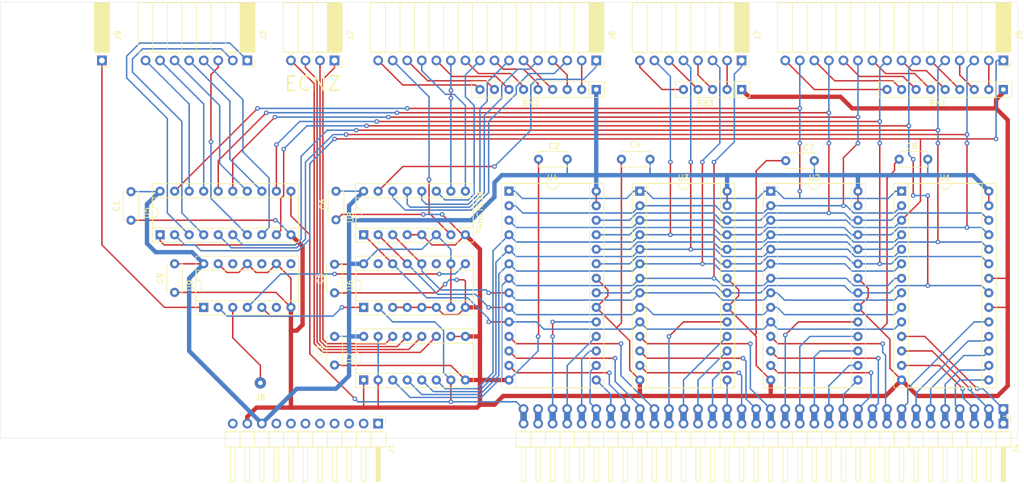
<source format=kicad_pcb>
(kicad_pcb (version 20171130) (host pcbnew "(5.1.5)-3")
  (layers (0 F.Cu signal) (31 B.Cu signal) (34 B.Paste user) (35 F.Paste user) (36 B.SilkS user) (37 F.SilkS user) (38 B.Mask user) (39 F.Mask user) (44 Edge.Cuts user))
  (net 0 "")
  (net 1 "Net-(J1-Pad8)")
  (net 2 "Net-(J1-Pad7)")
  (net 3 "Net-(J1-Pad6)")
  (net 4 "Net-(J1-Pad5)")
  (net 5 "Net-(J1-Pad4)")
  (net 6 "Net-(J1-Pad3)")
  (net 7 "Net-(J1-Pad2)")
  (net 8 "Net-(J1-Pad1)")
  (net 9 "Net-(J2-Pad4)")
  (net 10 "Net-(J2-Pad3)")
  (net 11 "Net-(J2-Pad2)")
  (net 12 "Net-(J2-Pad1)")
  (net 13 "Net-(J3-Pad8)")
  (net 14 "Net-(J3-Pad7)")
  (net 15 "Net-(J3-Pad6)")
  (net 16 "Net-(J3-Pad5)")
  (net 17 "Net-(J3-Pad4)")
  (net 18 "Net-(J3-Pad3)")
  (net 19 "Net-(J3-Pad2)")
  (net 20 "Net-(J3-Pad1)")
  (net 21 "Net-(J4-Pad33)")
  (net 22 "Net-(J5-Pad16)")
  (net 23 "Net-(J5-Pad14)")
  (net 24 "Net-(J5-Pad12)")
  (net 25 "Net-(J5-Pad10)")
  (net 26 "Net-(J5-Pad8)")
  (net 27 "Net-(J5-Pad6)")
  (net 28 "Net-(J5-Pad4)")
  (net 29 "Net-(J5-Pad2)")
  (net 30 "Net-(J6-Pad16)")
  (net 31 "Net-(J6-Pad15)")
  (net 32 "Net-(J6-Pad14)")
  (net 33 "Net-(J6-Pad13)")
  (net 34 "Net-(J6-Pad12)")
  (net 35 "Net-(J6-Pad11)")
  (net 36 "Net-(J6-Pad10)")
  (net 37 "Net-(J6-Pad9)")
  (net 38 "Net-(J6-Pad8)")
  (net 39 "Net-(J6-Pad7)")
  (net 40 "Net-(J6-Pad6)")
  (net 41 "Net-(J6-Pad5)")
  (net 42 "Net-(J6-Pad4)")
  (net 43 "Net-(J6-Pad3)")
  (net 44 "Net-(J6-Pad2)")
  (net 45 "Net-(J6-Pad1)")
  (net 46 "Net-(J7-Pad8)")
  (net 47 "Net-(J7-Pad6)")
  (net 48 "Net-(J7-Pad4)")
  (net 49 "Net-(J7-Pad2)")
  (net 50 "Net-(U6-Pad15)")
  (net 51 "Net-(U6-Pad11)")
  (net 52 "Net-(U6-Pad9)")
  (net 53 "Net-(U6-Pad1)")
  (net 54 "Net-(U9-Pad6)")
  (net 55 "Net-(U9-Pad12)")
  (net 56 "Net-(U9-Pad10)")
  (net 57 "Net-(U9-Pad8)")
  (net 58 /ROM_3_7)
  (net 59 /ROM_3_6)
  (net 60 /ROM_3_5)
  (net 61 /ROM_3_4)
  (net 62 /ROM_3_3)
  (net 63 /ROM_3_2)
  (net 64 /ROM_3_1)
  (net 65 /ROM_3_0)
  (net 66 /ROM_2_7)
  (net 67 /ROM_2_6)
  (net 68 /ROM_2_5)
  (net 69 /ROM_2_4)
  (net 70 /ROM_2_3)
  (net 71 /ROM_2_2)
  (net 72 /ROM_2_1)
  (net 73 /ROM_2_0)
  (net 74 /ROM_1_7)
  (net 75 /ROM_1_6)
  (net 76 /ROM_1_5)
  (net 77 /ROM_1_4)
  (net 78 /ROM_1_3)
  (net 79 /ROM_1_2)
  (net 80 /ROM_1_1)
  (net 81 /ROM_1_0)
  (net 82 /ROM_0_7)
  (net 83 /ROM_0_6)
  (net 84 /ROM_0_5)
  (net 85 /ROM_0_4)
  (net 86 /ROM_0_3)
  (net 87 /ROM_0_2)
  (net 88 /ROM_0_1)
  (net 89 /ROM_0_0)
  (net 90 /MIR_INST_6)
  (net 91 /MIR_INST_1)
  (net 92 /MIR_INST_2)
  (net 93 /MC_STEP_0)
  (net 94 /MIR_INST_4)
  (net 95 /MC_STEP_1)
  (net 96 /MC_STEP_2)
  (net 97 /MIR_INST_3)
  (net 98 /MIR_FLAG_Z)
  (net 99 /MIR_FLAG_N)
  (net 100 /MIR_FLAG_C)
  (net 101 /MIR_FLAG_E)
  (net 102 /MIR_INST_0)
  (net 103 /MIR_INST_5)
  (net 104 /MIR_INST_7)
  (net 105 /MASTER_RESET)
  (net 106 /CONTROL_CLOCK)
  (net 107 "Net-(J8-Pad1)")
  (net 108 GND)
  (net 109 VCC)
  (net 110 "Net-(J9-Pad1)")
  (module Connector_PinSocket_2.54mm:PinSocket_1x01_P2.54mm_Horizontal (layer F.Cu) (at 63.5 53.34 270)
    (fp_text reference J9 (at -4.38 -2.77 90) (layer F.SilkS))
    (fp_text value "MASTER RESET")
    (pad 1 thru_hole rect (at 0 0 270) (size 1.7 1.7) (drill 1) (layers *.Cu *.Mask) (net 110 "Net-(J9-Pad1)"))
  )
  (module Package_DIP:DIP-16_W7.62mm_Socket (layer F.Cu) (at 109.22 109.22 90)
    (fp_text reference U7 (at 3.81 -2.33 90) (layer F.SilkS))
    (fp_text value 74HCT173)
    (pad 16 thru_hole oval (at 7.62 0 90) (size 1.6 1.6) (drill 0.8) (layers *.Cu *.Mask) (net 109 VCC))
    (pad 8 thru_hole oval (at 0 17.78 90) (size 1.6 1.6) (drill 0.8) (layers *.Cu *.Mask) (net 108 GND))
    (pad 15 thru_hole oval (at 7.62 2.54 90) (size 1.6 1.6) (drill 0.8) (layers *.Cu *.Mask) (net 108 GND))
    (pad 7 thru_hole oval (at 0 15.24 90) (size 1.6 1.6) (drill 0.8) (layers *.Cu *.Mask) (net 106 /CONTROL_CLOCK))
    (pad 14 thru_hole oval (at 7.62 5.08 90) (size 1.6 1.6) (drill 0.8) (layers *.Cu *.Mask) (net 12 "Net-(J2-Pad1)"))
    (pad 6 thru_hole oval (at 0 12.7 90) (size 1.6 1.6) (drill 0.8) (layers *.Cu *.Mask) (net 101 /MIR_FLAG_E))
    (pad 13 thru_hole oval (at 7.62 7.62 90) (size 1.6 1.6) (drill 0.8) (layers *.Cu *.Mask) (net 11 "Net-(J2-Pad2)"))
    (pad 5 thru_hole oval (at 0 10.16 90) (size 1.6 1.6) (drill 0.8) (layers *.Cu *.Mask) (net 100 /MIR_FLAG_C))
    (pad 12 thru_hole oval (at 7.62 10.16 90) (size 1.6 1.6) (drill 0.8) (layers *.Cu *.Mask) (net 10 "Net-(J2-Pad3)"))
    (pad 4 thru_hole oval (at 0 7.62 90) (size 1.6 1.6) (drill 0.8) (layers *.Cu *.Mask) (net 99 /MIR_FLAG_N))
    (pad 11 thru_hole oval (at 7.62 12.7 90) (size 1.6 1.6) (drill 0.8) (layers *.Cu *.Mask) (net 9 "Net-(J2-Pad4)"))
    (pad 3 thru_hole oval (at 0 5.08 90) (size 1.6 1.6) (drill 0.8) (layers *.Cu *.Mask) (net 98 /MIR_FLAG_Z))
    (pad 10 thru_hole oval (at 7.62 15.24 90) (size 1.6 1.6) (drill 0.8) (layers *.Cu *.Mask) (net 108 GND))
    (pad 2 thru_hole oval (at 0 2.54 90) (size 1.6 1.6) (drill 0.8) (layers *.Cu *.Mask) (net 108 GND))
    (pad 9 thru_hole oval (at 7.62 17.78 90) (size 1.6 1.6) (drill 0.8) (layers *.Cu *.Mask) (net 108 GND))
    (pad 1 thru_hole rect (at 0 0 90) (size 1.6 1.6) (drill 0.8) (layers *.Cu *.Mask) (net 108 GND))
  )
  (module Capacitor_THT:C_Disc_D4.7mm_W2.5mm_P5.00mm (layer F.Cu) (at 76.2 88.9 270)
    (fp_text reference C9 (at 2.54 2.54 90) (layer F.SilkS))
    (fp_text value 100nF)
    (pad 2 thru_hole circle (at 5 0 270) (size 1.6 1.6) (drill 0.8) (layers *.Cu *.Mask) (net 108 GND))
    (pad 1 thru_hole circle (at 0 0 270) (size 1.6 1.6) (drill 0.8) (layers *.Cu *.Mask) (net 109 VCC))
  )
  (module Capacitor_THT:C_Disc_D4.7mm_W2.5mm_P5.00mm (layer F.Cu) (at 207.772 70.612 180)
    (fp_text reference C8 (at 2.794 2.286) (layer F.SilkS))
    (fp_text value 100nF)
    (pad 2 thru_hole circle (at 5 0 180) (size 1.6 1.6) (drill 0.8) (layers *.Cu *.Mask) (net 108 GND))
    (pad 1 thru_hole circle (at 0 0 180) (size 1.6 1.6) (drill 0.8) (layers *.Cu *.Mask) (net 109 VCC))
  )
  (module Capacitor_THT:C_Disc_D4.7mm_W2.5mm_P5.00mm (layer F.Cu) (at 187.96 70.866 180)
    (fp_text reference C7 (at 1.016 2.286) (layer F.SilkS))
    (fp_text value 100nF)
    (pad 2 thru_hole circle (at 5 0 180) (size 1.6 1.6) (drill 0.8) (layers *.Cu *.Mask) (net 108 GND))
    (pad 1 thru_hole circle (at 0 0 180) (size 1.6 1.6) (drill 0.8) (layers *.Cu *.Mask) (net 109 VCC))
  )
  (module Capacitor_THT:C_Disc_D4.7mm_W2.5mm_P5.00mm (layer F.Cu) (at 104.394 76.2 270)
    (fp_text reference C6 (at 2.286 2.286 90) (layer F.SilkS))
    (fp_text value 100nF)
    (pad 2 thru_hole circle (at 5 0 270) (size 1.6 1.6) (drill 0.8) (layers *.Cu *.Mask) (net 108 GND))
    (pad 1 thru_hole circle (at 0 0 270) (size 1.6 1.6) (drill 0.8) (layers *.Cu *.Mask) (net 109 VCC))
  )
  (module Capacitor_THT:C_Disc_D4.7mm_W2.5mm_P5.00mm (layer F.Cu) (at 104.14 93.98 90)
    (fp_text reference C5 (at 2.5 -2.5 90) (layer F.SilkS))
    (fp_text value 100nF)
    (pad 2 thru_hole circle (at 5 0 90) (size 1.6 1.6) (drill 0.8) (layers *.Cu *.Mask) (net 109 VCC))
    (pad 1 thru_hole circle (at 0 0 90) (size 1.6 1.6) (drill 0.8) (layers *.Cu *.Mask) (net 108 GND))
  )
  (module Capacitor_THT:C_Disc_D4.7mm_W2.5mm_P5.00mm (layer F.Cu) (at 159.258 70.612 180)
    (fp_text reference C4 (at 2.54 2.54) (layer F.SilkS))
    (fp_text value 100nF)
    (pad 2 thru_hole circle (at 5 0 180) (size 1.6 1.6) (drill 0.8) (layers *.Cu *.Mask) (net 108 GND))
    (pad 1 thru_hole circle (at 0 0 180) (size 1.6 1.6) (drill 0.8) (layers *.Cu *.Mask) (net 109 VCC))
  )
  (module Capacitor_THT:C_Disc_D4.7mm_W2.5mm_P5.00mm (layer F.Cu) (at 104.14 106.6 90)
    (fp_text reference C3 (at 2.5 -2.5 90) (layer F.SilkS))
    (fp_text value 100nF)
    (pad 2 thru_hole circle (at 5 0 90) (size 1.6 1.6) (drill 0.8) (layers *.Cu *.Mask) (net 109 VCC))
    (pad 1 thru_hole circle (at 0 0 90) (size 1.6 1.6) (drill 0.8) (layers *.Cu *.Mask) (net 108 GND))
  )
  (module Capacitor_THT:C_Disc_D4.7mm_W2.5mm_P5.00mm (layer F.Cu) (at 144.78 70.612 180)
    (fp_text reference C2 (at 2.286 2.286) (layer F.SilkS))
    (fp_text value 100nF)
    (pad 2 thru_hole circle (at 5 0 180) (size 1.6 1.6) (drill 0.8) (layers *.Cu *.Mask) (net 108 GND))
    (pad 1 thru_hole circle (at 0 0 180) (size 1.6 1.6) (drill 0.8) (layers *.Cu *.Mask) (net 109 VCC))
  )
  (module Capacitor_THT:C_Disc_D4.7mm_W2.5mm_P5.00mm (layer F.Cu) (at 68.58 81.28 90)
    (fp_text reference C1 (at 2.5 -2.5 90) (layer F.SilkS))
    (fp_text value 100nF)
    (pad 2 thru_hole circle (at 5 0 90) (size 1.6 1.6) (drill 0.8) (layers *.Cu *.Mask) (net 109 VCC))
    (pad 1 thru_hole circle (at 0 0 90) (size 1.6 1.6) (drill 0.8) (layers *.Cu *.Mask) (net 108 GND))
  )
  (module eight-bit-computer:backplane-connector (layer F.Cu) (at 220.98 116.84 270)
    (fp_text reference J4 (at 4.385 -2.27 90) (layer F.SilkS))
    (fp_text value BACKPLANE)
    (pad 3 thru_hole custom (at 0 5.08 270) (size 1.7 1.7) (drill 1) (layers *.Cu *.Mask) (net 87 /ROM_0_2) (options (clearance outline) (anchor circle)) (primitives (gr_poly (pts (xy -0.508 0.508) (xy -2.032 0.508) (xy -2.032 -0.508) (xy -0.508 -0.508)) (width 0.1))))
    (pad 4 thru_hole custom (at 0 7.62 270) (size 1.7 1.7) (drill 1) (layers *.Cu *.Mask) (net 86 /ROM_0_3) (options (clearance outline) (anchor circle)) (primitives (gr_poly (pts (xy -0.508 0.508) (xy -2.032 0.508) (xy -2.032 -0.508) (xy -0.508 -0.508)) (width 0.1))))
    (pad 5 thru_hole custom (at 0 10.16 270) (size 1.7 1.7) (drill 1) (layers *.Cu *.Mask) (net 85 /ROM_0_4) (options (clearance outline) (anchor circle)) (primitives (gr_poly (pts (xy -0.508 0.508) (xy -2.032 0.508) (xy -2.032 -0.508) (xy -0.508 -0.508)) (width 0.1))))
    (pad 6 thru_hole custom (at 0 12.7 270) (size 1.7 1.7) (drill 1) (layers *.Cu *.Mask) (net 84 /ROM_0_5) (options (clearance outline) (anchor circle)) (primitives (gr_poly (pts (xy -0.508 0.508) (xy -2.032 0.508) (xy -2.032 -0.508) (xy -0.508 -0.508)) (width 0.1))))
    (pad 18 thru_hole custom (at 0 43.18 270) (size 1.7 1.7) (drill 1) (layers *.Cu *.Mask) (net 72 /ROM_2_1) (options (clearance outline) (anchor circle)) (primitives (gr_poly (pts (xy -0.508 0.508) (xy -2.032 0.508) (xy -2.032 -0.508) (xy -0.508 -0.508)) (width 0.1))))
    (pad 17 thru_hole custom (at 0 40.64 270) (size 1.7 1.7) (drill 1) (layers *.Cu *.Mask) (net 73 /ROM_2_0) (options (clearance outline) (anchor circle)) (primitives (gr_poly (pts (xy -0.508 0.508) (xy -2.032 0.508) (xy -2.032 -0.508) (xy -0.508 -0.508)) (width 0.1))))
    (pad 16 thru_hole custom (at 0 38.1 270) (size 1.7 1.7) (drill 1) (layers *.Cu *.Mask) (net 74 /ROM_1_7) (options (clearance outline) (anchor circle)) (primitives (gr_poly (pts (xy -0.508 0.508) (xy -2.032 0.508) (xy -2.032 -0.508) (xy -0.508 -0.508)) (width 0.1))))
    (pad 15 thru_hole custom (at 0 35.56 270) (size 1.7 1.7) (drill 1) (layers *.Cu *.Mask) (net 75 /ROM_1_6) (options (clearance outline) (anchor circle)) (primitives (gr_poly (pts (xy -0.508 0.508) (xy -2.032 0.508) (xy -2.032 -0.508) (xy -0.508 -0.508)) (width 0.1))))
    (pad 14 thru_hole custom (at 0 33.02 270) (size 1.7 1.7) (drill 1) (layers *.Cu *.Mask) (net 76 /ROM_1_5) (options (clearance outline) (anchor circle)) (primitives (gr_poly (pts (xy -0.508 0.508) (xy -2.032 0.508) (xy -2.032 -0.508) (xy -0.508 -0.508)) (width 0.1))))
    (pad 13 thru_hole custom (at 0 30.48 270) (size 1.7 1.7) (drill 1) (layers *.Cu *.Mask) (net 77 /ROM_1_4) (options (clearance outline) (anchor circle)) (primitives (gr_poly (pts (xy -0.508 0.508) (xy -2.032 0.508) (xy -2.032 -0.508) (xy -0.508 -0.508)) (width 0.1))))
    (pad 12 thru_hole custom (at 0 27.94 270) (size 1.7 1.7) (drill 1) (layers *.Cu *.Mask) (net 78 /ROM_1_3) (options (clearance outline) (anchor circle)) (primitives (gr_poly (pts (xy -0.508 0.508) (xy -2.032 0.508) (xy -2.032 -0.508) (xy -0.508 -0.508)) (width 0.1))))
    (pad 11 thru_hole custom (at 0 25.4 270) (size 1.7 1.7) (drill 1) (layers *.Cu *.Mask) (net 79 /ROM_1_2) (options (clearance outline) (anchor circle)) (primitives (gr_poly (pts (xy -0.508 0.508) (xy -2.032 0.508) (xy -2.032 -0.508) (xy -0.508 -0.508)) (width 0.1))))
    (pad 10 thru_hole custom (at 0 22.86 270) (size 1.7 1.7) (drill 1) (layers *.Cu *.Mask) (net 80 /ROM_1_1) (options (clearance outline) (anchor circle)) (primitives (gr_poly (pts (xy -0.508 0.508) (xy -2.032 0.508) (xy -2.032 -0.508) (xy -0.508 -0.508)) (width 0.1))))
    (pad 9 thru_hole custom (at 0 20.32 270) (size 1.7 1.7) (drill 1) (layers *.Cu *.Mask) (net 81 /ROM_1_0) (options (clearance outline) (anchor circle)) (primitives (gr_poly (pts (xy -0.508 0.508) (xy -2.032 0.508) (xy -2.032 -0.508) (xy -0.508 -0.508)) (width 0.1))))
    (pad 8 thru_hole custom (at 0 17.78 270) (size 1.7 1.7) (drill 1) (layers *.Cu *.Mask) (net 82 /ROM_0_7) (options (clearance outline) (anchor circle)) (primitives (gr_poly (pts (xy -0.508 0.508) (xy -2.032 0.508) (xy -2.032 -0.508) (xy -0.508 -0.508)) (width 0.1))))
    (pad 7 thru_hole custom (at 0 15.24 270) (size 1.7 1.7) (drill 1) (layers *.Cu *.Mask) (net 83 /ROM_0_6) (options (clearance outline) (anchor circle)) (primitives (gr_poly (pts (xy -0.508 0.508) (xy -2.032 0.508) (xy -2.032 -0.508) (xy -0.508 -0.508)) (width 0.1))))
    (pad 19 thru_hole custom (at 0 45.72 270) (size 1.7 1.7) (drill 1) (layers *.Cu *.Mask) (net 71 /ROM_2_2) (options (clearance outline) (anchor circle)) (primitives (gr_poly (pts (xy -0.508 0.508) (xy -2.032 0.508) (xy -2.032 -0.508) (xy -0.508 -0.508)) (width 0.1))))
    (pad 20 thru_hole custom (at 0 48.26 270) (size 1.7 1.7) (drill 1) (layers *.Cu *.Mask) (net 70 /ROM_2_3) (options (clearance outline) (anchor circle)) (primitives (gr_poly (pts (xy -0.508 0.508) (xy -2.032 0.508) (xy -2.032 -0.508) (xy -0.508 -0.508)) (width 0.1))))
    (pad 21 thru_hole custom (at 0 50.8 270) (size 1.7 1.7) (drill 1) (layers *.Cu *.Mask) (net 69 /ROM_2_4) (options (clearance outline) (anchor circle)) (primitives (gr_poly (pts (xy -0.508 0.508) (xy -2.032 0.508) (xy -2.032 -0.508) (xy -0.508 -0.508)) (width 0.1))))
    (pad 22 thru_hole custom (at 0 53.34 270) (size 1.7 1.7) (drill 1) (layers *.Cu *.Mask) (net 68 /ROM_2_5) (options (clearance outline) (anchor circle)) (primitives (gr_poly (pts (xy -0.508 0.508) (xy -2.032 0.508) (xy -2.032 -0.508) (xy -0.508 -0.508)) (width 0.1))))
    (pad 23 thru_hole custom (at 0 55.88 270) (size 1.7 1.7) (drill 1) (layers *.Cu *.Mask) (net 67 /ROM_2_6) (options (clearance outline) (anchor circle)) (primitives (gr_poly (pts (xy -0.508 0.508) (xy -2.032 0.508) (xy -2.032 -0.508) (xy -0.508 -0.508)) (width 0.1))))
    (pad 24 thru_hole custom (at 0 58.42 270) (size 1.7 1.7) (drill 1) (layers *.Cu *.Mask) (net 66 /ROM_2_7) (options (clearance outline) (anchor circle)) (primitives (gr_poly (pts (xy -0.508 0.508) (xy -2.032 0.508) (xy -2.032 -0.508) (xy -0.508 -0.508)) (width 0.1))))
    (pad 25 thru_hole custom (at 0 60.96 270) (size 1.7 1.7) (drill 1) (layers *.Cu *.Mask) (net 65 /ROM_3_0) (options (clearance outline) (anchor circle)) (primitives (gr_poly (pts (xy -0.508 0.508) (xy -2.032 0.508) (xy -2.032 -0.508) (xy -0.508 -0.508)) (width 0.1))))
    (pad 26 thru_hole custom (at 0 63.5 270) (size 1.7 1.7) (drill 1) (layers *.Cu *.Mask) (net 64 /ROM_3_1) (options (clearance outline) (anchor circle)) (primitives (gr_poly (pts (xy -0.508 0.508) (xy -2.032 0.508) (xy -2.032 -0.508) (xy -0.508 -0.508)) (width 0.1))))
    (pad 27 thru_hole custom (at 0 66.04 270) (size 1.7 1.7) (drill 1) (layers *.Cu *.Mask) (net 63 /ROM_3_2) (options (clearance outline) (anchor circle)) (primitives (gr_poly (pts (xy -0.508 0.508) (xy -2.032 0.508) (xy -2.032 -0.508) (xy -0.508 -0.508)) (width 0.1))))
    (pad 28 thru_hole custom (at 0 68.58 270) (size 1.7 1.7) (drill 1) (layers *.Cu *.Mask) (net 62 /ROM_3_3) (options (clearance outline) (anchor circle)) (primitives (gr_poly (pts (xy -0.508 0.508) (xy -2.032 0.508) (xy -2.032 -0.508) (xy -0.508 -0.508)) (width 0.1))))
    (pad 29 thru_hole custom (at 0 71.12 270) (size 1.7 1.7) (drill 1) (layers *.Cu *.Mask) (net 61 /ROM_3_4) (options (clearance outline) (anchor circle)) (primitives (gr_poly (pts (xy -0.508 0.508) (xy -2.032 0.508) (xy -2.032 -0.508) (xy -0.508 -0.508)) (width 0.1))))
    (pad 30 thru_hole custom (at 0 73.66 270) (size 1.7 1.7) (drill 1) (layers *.Cu *.Mask) (net 60 /ROM_3_5) (options (clearance outline) (anchor circle)) (primitives (gr_poly (pts (xy -0.508 0.508) (xy -2.032 0.508) (xy -2.032 -0.508) (xy -0.508 -0.508)) (width 0.1))))
    (pad 31 thru_hole custom (at 0 76.2 270) (size 1.7 1.7) (drill 1) (layers *.Cu *.Mask) (net 59 /ROM_3_6) (options (clearance outline) (anchor circle)) (primitives (gr_poly (pts (xy -0.508 0.508) (xy -2.032 0.508) (xy -2.032 -0.508) (xy -0.508 -0.508)) (width 0.1))))
    (pad 32 thru_hole custom (at 0 78.74 270) (size 1.7 1.7) (drill 1) (layers *.Cu *.Mask) (net 58 /ROM_3_7) (options (clearance outline) (anchor circle)) (primitives (gr_poly (pts (xy -0.508 0.508) (xy -2.032 0.508) (xy -2.032 -0.508) (xy -0.508 -0.508)) (width 0.1))))
    (pad 33 thru_hole custom (at 0 81.28 270) (size 1.7 1.7) (drill 1) (layers *.Cu *.Mask) (net 21 "Net-(J4-Pad33)") (options (clearance outline) (anchor circle)) (primitives (gr_poly (pts (xy -0.508 0.508) (xy -2.032 0.508) (xy -2.032 -0.508) (xy -0.508 -0.508)) (width 0.1))))
    (pad 34 thru_hole custom (at 0 83.82 270) (size 1.7 1.7) (drill 1) (layers *.Cu *.Mask) (net 106 /CONTROL_CLOCK) (options (clearance outline) (anchor circle)) (primitives (gr_poly (pts (xy -0.508 0.508) (xy -2.032 0.508) (xy -2.032 -0.508) (xy -0.508 -0.508)) (width 0.1))))
    (pad 2 thru_hole custom (at 0 2.54 270) (size 1.7 1.7) (drill 1) (layers *.Cu *.Mask) (net 88 /ROM_0_1) (options (clearance outline) (anchor circle)) (primitives (gr_poly (pts (xy -0.508 0.508) (xy -2.032 0.508) (xy -2.032 -0.508) (xy -0.508 -0.508)) (width 0.1))))
    (pad 25 thru_hole oval (at -2.54 60.96 270) (size 1.7 1.7) (drill 1) (layers *.Cu *.Mask) (net 65 /ROM_3_0))
    (pad 29 thru_hole oval (at -2.54 71.12 270) (size 1.7 1.7) (drill 1) (layers *.Cu *.Mask) (net 61 /ROM_3_4))
    (pad 33 thru_hole oval (at -2.54 81.28 270) (size 1.7 1.7) (drill 1) (layers *.Cu *.Mask) (net 21 "Net-(J4-Pad33)"))
    (pad 26 thru_hole oval (at -2.54 63.5 270) (size 1.7 1.7) (drill 1) (layers *.Cu *.Mask) (net 64 /ROM_3_1))
    (pad 34 thru_hole oval (at -2.54 83.82 270) (size 1.7 1.7) (drill 1) (layers *.Cu *.Mask) (net 106 /CONTROL_CLOCK))
    (pad 32 thru_hole oval (at -2.54 78.74 270) (size 1.7 1.7) (drill 1) (layers *.Cu *.Mask) (net 58 /ROM_3_7))
    (pad 31 thru_hole oval (at -2.54 76.2 270) (size 1.7 1.7) (drill 1) (layers *.Cu *.Mask) (net 59 /ROM_3_6))
    (pad 30 thru_hole oval (at -2.54 73.66 270) (size 1.7 1.7) (drill 1) (layers *.Cu *.Mask) (net 60 /ROM_3_5))
    (pad 28 thru_hole oval (at -2.54 68.58 270) (size 1.7 1.7) (drill 1) (layers *.Cu *.Mask) (net 62 /ROM_3_3))
    (pad 27 thru_hole oval (at -2.54 66.04 270) (size 1.7 1.7) (drill 1) (layers *.Cu *.Mask) (net 63 /ROM_3_2))
    (pad 15 thru_hole oval (at -2.54 35.56 270) (size 1.7 1.7) (drill 1) (layers *.Cu *.Mask) (net 75 /ROM_1_6))
    (pad 11 thru_hole oval (at -2.54 25.4 270) (size 1.7 1.7) (drill 1) (layers *.Cu *.Mask) (net 79 /ROM_1_2))
    (pad 24 thru_hole oval (at -2.54 58.42 270) (size 1.7 1.7) (drill 1) (layers *.Cu *.Mask) (net 66 /ROM_2_7))
    (pad 19 thru_hole oval (at -2.54 45.72 270) (size 1.7 1.7) (drill 1) (layers *.Cu *.Mask) (net 71 /ROM_2_2))
    (pad 14 thru_hole oval (at -2.54 33.02 270) (size 1.7 1.7) (drill 1) (layers *.Cu *.Mask) (net 76 /ROM_1_5))
    (pad 6 thru_hole oval (at -2.54 12.7 270) (size 1.7 1.7) (drill 1) (layers *.Cu *.Mask) (net 84 /ROM_0_5))
    (pad 23 thru_hole oval (at -2.54 55.88 270) (size 1.7 1.7) (drill 1) (layers *.Cu *.Mask) (net 67 /ROM_2_6))
    (pad 22 thru_hole oval (at -2.54 53.34 270) (size 1.7 1.7) (drill 1) (layers *.Cu *.Mask) (net 68 /ROM_2_5))
    (pad 21 thru_hole oval (at -2.54 50.8 270) (size 1.7 1.7) (drill 1) (layers *.Cu *.Mask) (net 69 /ROM_2_4))
    (pad 18 thru_hole oval (at -2.54 43.18 270) (size 1.7 1.7) (drill 1) (layers *.Cu *.Mask) (net 72 /ROM_2_1))
    (pad 20 thru_hole oval (at -2.54 48.26 270) (size 1.7 1.7) (drill 1) (layers *.Cu *.Mask) (net 70 /ROM_2_3))
    (pad 17 thru_hole oval (at -2.54 40.64 270) (size 1.7 1.7) (drill 1) (layers *.Cu *.Mask) (net 73 /ROM_2_0))
    (pad 13 thru_hole oval (at -2.54 30.48 270) (size 1.7 1.7) (drill 1) (layers *.Cu *.Mask) (net 77 /ROM_1_4))
    (pad 12 thru_hole oval (at -2.54 27.94 270) (size 1.7 1.7) (drill 1) (layers *.Cu *.Mask) (net 78 /ROM_1_3))
    (pad 16 thru_hole oval (at -2.54 38.1 270) (size 1.7 1.7) (drill 1) (layers *.Cu *.Mask) (net 74 /ROM_1_7))
    (pad 10 thru_hole oval (at -2.54 22.86 270) (size 1.7 1.7) (drill 1) (layers *.Cu *.Mask) (net 80 /ROM_1_1))
    (pad 9 thru_hole oval (at -2.54 20.32 270) (size 1.7 1.7) (drill 1) (layers *.Cu *.Mask) (net 81 /ROM_1_0))
    (pad 8 thru_hole oval (at -2.54 17.78 270) (size 1.7 1.7) (drill 1) (layers *.Cu *.Mask) (net 82 /ROM_0_7))
    (pad 7 thru_hole oval (at -2.54 15.24 270) (size 1.7 1.7) (drill 1) (layers *.Cu *.Mask) (net 83 /ROM_0_6))
    (pad 5 thru_hole oval (at -2.54 10.16 270) (size 1.7 1.7) (drill 1) (layers *.Cu *.Mask) (net 85 /ROM_0_4))
    (pad 3 thru_hole oval (at -2.54 5.08 270) (size 1.7 1.7) (drill 1) (layers *.Cu *.Mask) (net 87 /ROM_0_2))
    (pad 2 thru_hole oval (at -2.54 2.54 270) (size 1.7 1.7) (drill 1) (layers *.Cu *.Mask) (net 88 /ROM_0_1))
    (pad 4 thru_hole oval (at -2.54 7.62 270) (size 1.7 1.7) (drill 1) (layers *.Cu *.Mask) (net 86 /ROM_0_3))
    (pad 1 thru_hole custom (at 0 0 270) (size 1.7 1.7) (drill 1) (layers *.Cu *.Mask) (net 89 /ROM_0_0) (options (clearance outline) (anchor rect)) (primitives (gr_poly (pts (xy -0.762 0.508) (xy -1.778 0.508) (xy -1.778 -0.508) (xy -0.762 -0.508)) (width 0.1))))
    (pad 1 thru_hole rect (at -2.54 0 270) (size 1.7 1.7) (drill 1) (layers *.Cu *.Mask) (net 89 /ROM_0_0))
  )
  (module Connector_PinHeader_2.54mm:PinHeader_1x11_P2.54mm_Horizontal (layer F.Cu) (at 111.76 116.84 270)
    (fp_text reference J1 (at 4.385 -2.27 90) (layer F.SilkS))
    (fp_text value BUS)
    (pad 11 thru_hole oval (at 0 25.4 270) (size 1.7 1.7) (drill 1) (layers *.Cu *.Mask) (net 105 /MASTER_RESET))
    (pad 10 thru_hole oval (at 0 22.86 270) (size 1.7 1.7) (drill 1) (layers *.Cu *.Mask) (net 108 GND))
    (pad 9 thru_hole oval (at 0 20.32 270) (size 1.7 1.7) (drill 1) (layers *.Cu *.Mask) (net 109 VCC))
    (pad 8 thru_hole oval (at 0 17.78 270) (size 1.7 1.7) (drill 1) (layers *.Cu *.Mask) (net 1 "Net-(J1-Pad8)"))
    (pad 7 thru_hole oval (at 0 15.24 270) (size 1.7 1.7) (drill 1) (layers *.Cu *.Mask) (net 2 "Net-(J1-Pad7)"))
    (pad 6 thru_hole oval (at 0 12.7 270) (size 1.7 1.7) (drill 1) (layers *.Cu *.Mask) (net 3 "Net-(J1-Pad6)"))
    (pad 5 thru_hole oval (at 0 10.16 270) (size 1.7 1.7) (drill 1) (layers *.Cu *.Mask) (net 4 "Net-(J1-Pad5)"))
    (pad 4 thru_hole oval (at 0 7.62 270) (size 1.7 1.7) (drill 1) (layers *.Cu *.Mask) (net 5 "Net-(J1-Pad4)"))
    (pad 3 thru_hole oval (at 0 5.08 270) (size 1.7 1.7) (drill 1) (layers *.Cu *.Mask) (net 6 "Net-(J1-Pad3)"))
    (pad 2 thru_hole oval (at 0 2.54 270) (size 1.7 1.7) (drill 1) (layers *.Cu *.Mask) (net 7 "Net-(J1-Pad2)"))
    (pad 1 thru_hole rect (at 0 0 270) (size 1.7 1.7) (drill 1) (layers *.Cu *.Mask) (net 8 "Net-(J1-Pad1)"))
  )
  (module Connector_Wire:SolderWirePad_1x01_Drill0.8mm (layer F.Cu) (at 91.186 109.728 180)
    (fp_text reference J8 (at 0 -2.54) (layer F.SilkS))
    (fp_text value "STEP RESET")
    (pad 1 thru_hole circle (at 0 0 180) (size 1.99898 1.99898) (drill 0.8001) (layers *.Cu *.Mask) (net 107 "Net-(J8-Pad1)"))
  )
  (module Resistor_THT:R_Array_SIP5 (layer F.Cu) (at 175.26 58.42 180)
    (fp_text reference RN3 (at 6.35 -2.4) (layer F.SilkS))
    (fp_text value "MIR FLAG RESISTORS")
    (pad 5 thru_hole oval (at 10.16 0 180) (size 1.6 1.6) (drill 0.8) (layers *.Cu *.Mask) (net 46 "Net-(J7-Pad8)"))
    (pad 4 thru_hole oval (at 7.62 0 180) (size 1.6 1.6) (drill 0.8) (layers *.Cu *.Mask) (net 47 "Net-(J7-Pad6)"))
    (pad 3 thru_hole oval (at 5.08 0 180) (size 1.6 1.6) (drill 0.8) (layers *.Cu *.Mask) (net 48 "Net-(J7-Pad4)"))
    (pad 2 thru_hole oval (at 2.54 0 180) (size 1.6 1.6) (drill 0.8) (layers *.Cu *.Mask) (net 49 "Net-(J7-Pad2)"))
    (pad 1 thru_hole rect (at 0 0 180) (size 1.6 1.6) (drill 0.8) (layers *.Cu *.Mask) (net 108 GND))
  )
  (module Resistor_THT:R_Array_SIP9 (layer F.Cu) (at 149.86 58.42 180)
    (fp_text reference RN2 (at 11.43 -2.4) (layer F.SilkS))
    (fp_text value "STEP RESISTORS")
    (pad 9 thru_hole oval (at 20.32 0 180) (size 1.6 1.6) (drill 0.8) (layers *.Cu *.Mask) (net 30 "Net-(J6-Pad16)"))
    (pad 8 thru_hole oval (at 17.78 0 180) (size 1.6 1.6) (drill 0.8) (layers *.Cu *.Mask) (net 32 "Net-(J6-Pad14)"))
    (pad 7 thru_hole oval (at 15.24 0 180) (size 1.6 1.6) (drill 0.8) (layers *.Cu *.Mask) (net 34 "Net-(J6-Pad12)"))
    (pad 6 thru_hole oval (at 12.7 0 180) (size 1.6 1.6) (drill 0.8) (layers *.Cu *.Mask) (net 36 "Net-(J6-Pad10)"))
    (pad 5 thru_hole oval (at 10.16 0 180) (size 1.6 1.6) (drill 0.8) (layers *.Cu *.Mask) (net 38 "Net-(J6-Pad8)"))
    (pad 4 thru_hole oval (at 7.62 0 180) (size 1.6 1.6) (drill 0.8) (layers *.Cu *.Mask) (net 40 "Net-(J6-Pad6)"))
    (pad 3 thru_hole oval (at 5.08 0 180) (size 1.6 1.6) (drill 0.8) (layers *.Cu *.Mask) (net 42 "Net-(J6-Pad4)"))
    (pad 2 thru_hole oval (at 2.54 0 180) (size 1.6 1.6) (drill 0.8) (layers *.Cu *.Mask) (net 44 "Net-(J6-Pad2)"))
    (pad 1 thru_hole rect (at 0 0 180) (size 1.6 1.6) (drill 0.8) (layers *.Cu *.Mask) (net 109 VCC))
  )
  (module Resistor_THT:R_Array_SIP9 (layer F.Cu) (at 220.98 58.42 180)
    (fp_text reference RN1 (at 11.43 -2.4) (layer F.SilkS))
    (fp_text value "MIR INST RESISTORS")
    (pad 9 thru_hole oval (at 20.32 0 180) (size 1.6 1.6) (drill 0.8) (layers *.Cu *.Mask) (net 22 "Net-(J5-Pad16)"))
    (pad 8 thru_hole oval (at 17.78 0 180) (size 1.6 1.6) (drill 0.8) (layers *.Cu *.Mask) (net 23 "Net-(J5-Pad14)"))
    (pad 7 thru_hole oval (at 15.24 0 180) (size 1.6 1.6) (drill 0.8) (layers *.Cu *.Mask) (net 24 "Net-(J5-Pad12)"))
    (pad 6 thru_hole oval (at 12.7 0 180) (size 1.6 1.6) (drill 0.8) (layers *.Cu *.Mask) (net 25 "Net-(J5-Pad10)"))
    (pad 5 thru_hole oval (at 10.16 0 180) (size 1.6 1.6) (drill 0.8) (layers *.Cu *.Mask) (net 26 "Net-(J5-Pad8)"))
    (pad 4 thru_hole oval (at 7.62 0 180) (size 1.6 1.6) (drill 0.8) (layers *.Cu *.Mask) (net 27 "Net-(J5-Pad6)"))
    (pad 3 thru_hole oval (at 5.08 0 180) (size 1.6 1.6) (drill 0.8) (layers *.Cu *.Mask) (net 28 "Net-(J5-Pad4)"))
    (pad 2 thru_hole oval (at 2.54 0 180) (size 1.6 1.6) (drill 0.8) (layers *.Cu *.Mask) (net 29 "Net-(J5-Pad2)"))
    (pad 1 thru_hole rect (at 0 0 180) (size 1.6 1.6) (drill 0.8) (layers *.Cu *.Mask) (net 108 GND))
  )
  (module Package_DIP:DIP-14_W7.62mm_Socket (layer F.Cu) (at 81.28 96.52 90)
    (fp_text reference U9 (at 3.81 -2.33 90) (layer F.SilkS))
    (fp_text value 74HCT04)
    (pad 14 thru_hole oval (at 7.62 0 90) (size 1.6 1.6) (drill 0.8) (layers *.Cu *.Mask) (net 109 VCC))
    (pad 7 thru_hole oval (at 0 15.24 90) (size 1.6 1.6) (drill 0.8) (layers *.Cu *.Mask) (net 108 GND))
    (pad 13 thru_hole oval (at 7.62 2.54 90) (size 1.6 1.6) (drill 0.8) (layers *.Cu *.Mask) (net 108 GND))
    (pad 6 thru_hole oval (at 0 12.7 90) (size 1.6 1.6) (drill 0.8) (layers *.Cu *.Mask) (net 54 "Net-(U9-Pad6)"))
    (pad 12 thru_hole oval (at 7.62 5.08 90) (size 1.6 1.6) (drill 0.8) (layers *.Cu *.Mask) (net 55 "Net-(U9-Pad12)"))
    (pad 5 thru_hole oval (at 0 10.16 90) (size 1.6 1.6) (drill 0.8) (layers *.Cu *.Mask) (net 108 GND))
    (pad 11 thru_hole oval (at 7.62 7.62 90) (size 1.6 1.6) (drill 0.8) (layers *.Cu *.Mask) (net 108 GND))
    (pad 4 thru_hole oval (at 0 7.62 90) (size 1.6 1.6) (drill 0.8) (layers *.Cu *.Mask) (net 52 "Net-(U6-Pad9)"))
    (pad 10 thru_hole oval (at 7.62 10.16 90) (size 1.6 1.6) (drill 0.8) (layers *.Cu *.Mask) (net 56 "Net-(U9-Pad10)"))
    (pad 3 thru_hole oval (at 0 5.08 90) (size 1.6 1.6) (drill 0.8) (layers *.Cu *.Mask) (net 107 "Net-(J8-Pad1)"))
    (pad 9 thru_hole oval (at 7.62 12.7 90) (size 1.6 1.6) (drill 0.8) (layers *.Cu *.Mask) (net 108 GND))
    (pad 2 thru_hole oval (at 0 2.54 90) (size 1.6 1.6) (drill 0.8) (layers *.Cu *.Mask) (net 53 "Net-(U6-Pad1)"))
    (pad 8 thru_hole oval (at 7.62 15.24 90) (size 1.6 1.6) (drill 0.8) (layers *.Cu *.Mask) (net 57 "Net-(U9-Pad8)"))
    (pad 1 thru_hole rect (at 0 0 90) (size 1.6 1.6) (drill 0.8) (layers *.Cu *.Mask) (net 110 "Net-(J9-Pad1)"))
  )
  (module Package_DIP:DIP-16_W7.62mm_Socket (layer F.Cu) (at 109.22 83.82 90)
    (fp_text reference U8 (at 3.048 -2.286 90) (layer F.SilkS))
    (fp_text value 74HCT138 (at 3.81 20.32 90) (layer F.SilkS))
    (pad 16 thru_hole oval (at 7.62 0 90) (size 1.6 1.6) (drill 0.8) (layers *.Cu *.Mask) (net 109 VCC))
    (pad 8 thru_hole oval (at 0 17.78 90) (size 1.6 1.6) (drill 0.8) (layers *.Cu *.Mask) (net 108 GND))
    (pad 15 thru_hole oval (at 7.62 2.54 90) (size 1.6 1.6) (drill 0.8) (layers *.Cu *.Mask) (net 45 "Net-(J6-Pad1)"))
    (pad 7 thru_hole oval (at 0 15.24 90) (size 1.6 1.6) (drill 0.8) (layers *.Cu *.Mask) (net 31 "Net-(J6-Pad15)"))
    (pad 14 thru_hole oval (at 7.62 5.08 90) (size 1.6 1.6) (drill 0.8) (layers *.Cu *.Mask) (net 43 "Net-(J6-Pad3)"))
    (pad 6 thru_hole oval (at 0 12.7 90) (size 1.6 1.6) (drill 0.8) (layers *.Cu *.Mask) (net 109 VCC))
    (pad 13 thru_hole oval (at 7.62 7.62 90) (size 1.6 1.6) (drill 0.8) (layers *.Cu *.Mask) (net 41 "Net-(J6-Pad5)"))
    (pad 5 thru_hole oval (at 0 10.16 90) (size 1.6 1.6) (drill 0.8) (layers *.Cu *.Mask) (net 108 GND))
    (pad 12 thru_hole oval (at 7.62 10.16 90) (size 1.6 1.6) (drill 0.8) (layers *.Cu *.Mask) (net 39 "Net-(J6-Pad7)"))
    (pad 4 thru_hole oval (at 0 7.62 90) (size 1.6 1.6) (drill 0.8) (layers *.Cu *.Mask) (net 108 GND))
    (pad 11 thru_hole oval (at 7.62 12.7 90) (size 1.6 1.6) (drill 0.8) (layers *.Cu *.Mask) (net 37 "Net-(J6-Pad9)"))
    (pad 3 thru_hole oval (at 0 5.08 90) (size 1.6 1.6) (drill 0.8) (layers *.Cu *.Mask) (net 96 /MC_STEP_2))
    (pad 10 thru_hole oval (at 7.62 15.24 90) (size 1.6 1.6) (drill 0.8) (layers *.Cu *.Mask) (net 35 "Net-(J6-Pad11)"))
    (pad 2 thru_hole oval (at 0 2.54 90) (size 1.6 1.6) (drill 0.8) (layers *.Cu *.Mask) (net 95 /MC_STEP_1))
    (pad 9 thru_hole oval (at 7.62 17.78 90) (size 1.6 1.6) (drill 0.8) (layers *.Cu *.Mask) (net 33 "Net-(J6-Pad13)"))
    (pad 1 thru_hole rect (at 0 0 90) (size 1.6 1.6) (drill 0.8) (layers *.Cu *.Mask) (net 93 /MC_STEP_0))
  )
  (module Package_DIP:DIP-16_W7.62mm_Socket (layer F.Cu) (at 109.22 96.52 90)
    (fp_text reference U6 (at 3.81 -2.33 90) (layer F.SilkS))
    (fp_text value 74HCT161)
    (pad 16 thru_hole oval (at 7.62 0 90) (size 1.6 1.6) (drill 0.8) (layers *.Cu *.Mask) (net 109 VCC))
    (pad 8 thru_hole oval (at 0 17.78 90) (size 1.6 1.6) (drill 0.8) (layers *.Cu *.Mask) (net 108 GND))
    (pad 15 thru_hole oval (at 7.62 2.54 90) (size 1.6 1.6) (drill 0.8) (layers *.Cu *.Mask) (net 50 "Net-(U6-Pad15)"))
    (pad 7 thru_hole oval (at 0 15.24 90) (size 1.6 1.6) (drill 0.8) (layers *.Cu *.Mask) (net 109 VCC))
    (pad 14 thru_hole oval (at 7.62 5.08 90) (size 1.6 1.6) (drill 0.8) (layers *.Cu *.Mask) (net 93 /MC_STEP_0))
    (pad 6 thru_hole oval (at 0 12.7 90) (size 1.6 1.6) (drill 0.8) (layers *.Cu *.Mask) (net 108 GND))
    (pad 13 thru_hole oval (at 7.62 7.62 90) (size 1.6 1.6) (drill 0.8) (layers *.Cu *.Mask) (net 95 /MC_STEP_1))
    (pad 5 thru_hole oval (at 0 10.16 90) (size 1.6 1.6) (drill 0.8) (layers *.Cu *.Mask) (net 108 GND))
    (pad 12 thru_hole oval (at 7.62 10.16 90) (size 1.6 1.6) (drill 0.8) (layers *.Cu *.Mask) (net 96 /MC_STEP_2))
    (pad 4 thru_hole oval (at 0 7.62 90) (size 1.6 1.6) (drill 0.8) (layers *.Cu *.Mask) (net 108 GND))
    (pad 11 thru_hole oval (at 7.62 12.7 90) (size 1.6 1.6) (drill 0.8) (layers *.Cu *.Mask) (net 51 "Net-(U6-Pad11)"))
    (pad 3 thru_hole oval (at 0 5.08 90) (size 1.6 1.6) (drill 0.8) (layers *.Cu *.Mask) (net 108 GND))
    (pad 10 thru_hole oval (at 7.62 15.24 90) (size 1.6 1.6) (drill 0.8) (layers *.Cu *.Mask) (net 109 VCC))
    (pad 2 thru_hole oval (at 0 2.54 90) (size 1.6 1.6) (drill 0.8) (layers *.Cu *.Mask) (net 106 /CONTROL_CLOCK))
    (pad 9 thru_hole oval (at 7.62 17.78 90) (size 1.6 1.6) (drill 0.8) (layers *.Cu *.Mask) (net 52 "Net-(U6-Pad9)"))
    (pad 1 thru_hole rect (at 0 0 90) (size 1.6 1.6) (drill 0.8) (layers *.Cu *.Mask) (net 53 "Net-(U6-Pad1)"))
  )
  (module Package_DIP:DIP-20_W7.62mm_Socket (layer F.Cu) (at 73.66 83.82 90)
    (fp_text reference U5 (at 3.81 -2.33 90) (layer F.SilkS))
    (fp_text value 74HCT377)
    (pad 20 thru_hole oval (at 7.62 0 90) (size 1.6 1.6) (drill 0.8) (layers *.Cu *.Mask) (net 109 VCC))
    (pad 10 thru_hole oval (at 0 22.86 90) (size 1.6 1.6) (drill 0.8) (layers *.Cu *.Mask) (net 108 GND))
    (pad 19 thru_hole oval (at 7.62 2.54 90) (size 1.6 1.6) (drill 0.8) (layers *.Cu *.Mask) (net 104 /MIR_INST_7))
    (pad 9 thru_hole oval (at 0 20.32 90) (size 1.6 1.6) (drill 0.8) (layers *.Cu *.Mask) (net 97 /MIR_INST_3))
    (pad 18 thru_hole oval (at 7.62 5.08 90) (size 1.6 1.6) (drill 0.8) (layers *.Cu *.Mask) (net 13 "Net-(J3-Pad8)"))
    (pad 8 thru_hole oval (at 0 17.78 90) (size 1.6 1.6) (drill 0.8) (layers *.Cu *.Mask) (net 17 "Net-(J3-Pad4)"))
    (pad 17 thru_hole oval (at 7.62 7.62 90) (size 1.6 1.6) (drill 0.8) (layers *.Cu *.Mask) (net 14 "Net-(J3-Pad7)"))
    (pad 7 thru_hole oval (at 0 15.24 90) (size 1.6 1.6) (drill 0.8) (layers *.Cu *.Mask) (net 18 "Net-(J3-Pad3)"))
    (pad 16 thru_hole oval (at 7.62 10.16 90) (size 1.6 1.6) (drill 0.8) (layers *.Cu *.Mask) (net 90 /MIR_INST_6))
    (pad 6 thru_hole oval (at 0 12.7 90) (size 1.6 1.6) (drill 0.8) (layers *.Cu *.Mask) (net 92 /MIR_INST_2))
    (pad 15 thru_hole oval (at 7.62 12.7 90) (size 1.6 1.6) (drill 0.8) (layers *.Cu *.Mask) (net 103 /MIR_INST_5))
    (pad 5 thru_hole oval (at 0 10.16 90) (size 1.6 1.6) (drill 0.8) (layers *.Cu *.Mask) (net 91 /MIR_INST_1))
    (pad 14 thru_hole oval (at 7.62 15.24 90) (size 1.6 1.6) (drill 0.8) (layers *.Cu *.Mask) (net 15 "Net-(J3-Pad6)"))
    (pad 4 thru_hole oval (at 0 7.62 90) (size 1.6 1.6) (drill 0.8) (layers *.Cu *.Mask) (net 19 "Net-(J3-Pad2)"))
    (pad 13 thru_hole oval (at 7.62 17.78 90) (size 1.6 1.6) (drill 0.8) (layers *.Cu *.Mask) (net 16 "Net-(J3-Pad5)"))
    (pad 3 thru_hole oval (at 0 5.08 90) (size 1.6 1.6) (drill 0.8) (layers *.Cu *.Mask) (net 20 "Net-(J3-Pad1)"))
    (pad 12 thru_hole oval (at 7.62 20.32 90) (size 1.6 1.6) (drill 0.8) (layers *.Cu *.Mask) (net 94 /MIR_INST_4))
    (pad 2 thru_hole oval (at 0 2.54 90) (size 1.6 1.6) (drill 0.8) (layers *.Cu *.Mask) (net 102 /MIR_INST_0))
    (pad 11 thru_hole oval (at 7.62 22.86 90) (size 1.6 1.6) (drill 0.8) (layers *.Cu *.Mask) (net 106 /CONTROL_CLOCK))
    (pad 1 thru_hole rect (at 0 0 90) (size 1.6 1.6) (drill 0.8) (layers *.Cu *.Mask) (net 108 GND))
  )
  (module Connector_PinSocket_2.54mm:PinSocket_1x08_P2.54mm_Horizontal (layer F.Cu) (at 175.26 53.34 270)
    (fp_text reference J7 (at -4.38 -2.77 90) (layer F.SilkS))
    (fp_text value "MIR FLAG LEDS")
    (pad 8 thru_hole oval (at 0 17.78 270) (size 1.7 1.7) (drill 1) (layers *.Cu *.Mask) (net 46 "Net-(J7-Pad8)"))
    (pad 7 thru_hole oval (at 0 15.24 270) (size 1.7 1.7) (drill 1) (layers *.Cu *.Mask) (net 101 /MIR_FLAG_E))
    (pad 6 thru_hole oval (at 0 12.7 270) (size 1.7 1.7) (drill 1) (layers *.Cu *.Mask) (net 47 "Net-(J7-Pad6)"))
    (pad 5 thru_hole oval (at 0 10.16 270) (size 1.7 1.7) (drill 1) (layers *.Cu *.Mask) (net 100 /MIR_FLAG_C))
    (pad 4 thru_hole oval (at 0 7.62 270) (size 1.7 1.7) (drill 1) (layers *.Cu *.Mask) (net 48 "Net-(J7-Pad4)"))
    (pad 3 thru_hole oval (at 0 5.08 270) (size 1.7 1.7) (drill 1) (layers *.Cu *.Mask) (net 99 /MIR_FLAG_N))
    (pad 2 thru_hole oval (at 0 2.54 270) (size 1.7 1.7) (drill 1) (layers *.Cu *.Mask) (net 49 "Net-(J7-Pad2)"))
    (pad 1 thru_hole rect (at 0 0 270) (size 1.7 1.7) (drill 1) (layers *.Cu *.Mask) (net 98 /MIR_FLAG_Z))
  )
  (module Connector_PinSocket_2.54mm:PinSocket_1x16_P2.54mm_Horizontal (layer F.Cu) (at 149.86 53.34 270)
    (fp_text reference J6 (at -4.38 -2.77 90) (layer F.SilkS))
    (fp_text value "STEP LEDS")
    (pad 16 thru_hole oval (at 0 38.1 270) (size 1.7 1.7) (drill 1) (layers *.Cu *.Mask) (net 30 "Net-(J6-Pad16)"))
    (pad 15 thru_hole oval (at 0 35.56 270) (size 1.7 1.7) (drill 1) (layers *.Cu *.Mask) (net 31 "Net-(J6-Pad15)"))
    (pad 14 thru_hole oval (at 0 33.02 270) (size 1.7 1.7) (drill 1) (layers *.Cu *.Mask) (net 32 "Net-(J6-Pad14)"))
    (pad 13 thru_hole oval (at 0 30.48 270) (size 1.7 1.7) (drill 1) (layers *.Cu *.Mask) (net 33 "Net-(J6-Pad13)"))
    (pad 12 thru_hole oval (at 0 27.94 270) (size 1.7 1.7) (drill 1) (layers *.Cu *.Mask) (net 34 "Net-(J6-Pad12)"))
    (pad 11 thru_hole oval (at 0 25.4 270) (size 1.7 1.7) (drill 1) (layers *.Cu *.Mask) (net 35 "Net-(J6-Pad11)"))
    (pad 10 thru_hole oval (at 0 22.86 270) (size 1.7 1.7) (drill 1) (layers *.Cu *.Mask) (net 36 "Net-(J6-Pad10)"))
    (pad 9 thru_hole oval (at 0 20.32 270) (size 1.7 1.7) (drill 1) (layers *.Cu *.Mask) (net 37 "Net-(J6-Pad9)"))
    (pad 8 thru_hole oval (at 0 17.78 270) (size 1.7 1.7) (drill 1) (layers *.Cu *.Mask) (net 38 "Net-(J6-Pad8)"))
    (pad 7 thru_hole oval (at 0 15.24 270) (size 1.7 1.7) (drill 1) (layers *.Cu *.Mask) (net 39 "Net-(J6-Pad7)"))
    (pad 6 thru_hole oval (at 0 12.7 270) (size 1.7 1.7) (drill 1) (layers *.Cu *.Mask) (net 40 "Net-(J6-Pad6)"))
    (pad 5 thru_hole oval (at 0 10.16 270) (size 1.7 1.7) (drill 1) (layers *.Cu *.Mask) (net 41 "Net-(J6-Pad5)"))
    (pad 4 thru_hole oval (at 0 7.62 270) (size 1.7 1.7) (drill 1) (layers *.Cu *.Mask) (net 42 "Net-(J6-Pad4)"))
    (pad 3 thru_hole oval (at 0 5.08 270) (size 1.7 1.7) (drill 1) (layers *.Cu *.Mask) (net 43 "Net-(J6-Pad3)"))
    (pad 2 thru_hole oval (at 0 2.54 270) (size 1.7 1.7) (drill 1) (layers *.Cu *.Mask) (net 44 "Net-(J6-Pad2)"))
    (pad 1 thru_hole rect (at 0 0 270) (size 1.7 1.7) (drill 1) (layers *.Cu *.Mask) (net 45 "Net-(J6-Pad1)"))
  )
  (module Connector_PinSocket_2.54mm:PinSocket_1x16_P2.54mm_Horizontal (layer F.Cu) (at 220.98 53.34 270)
    (fp_text reference J5 (at -4.38 -2.77 90) (layer F.SilkS))
    (fp_text value "MIR INST LEDS")
    (pad 16 thru_hole oval (at 0 38.1 270) (size 1.7 1.7) (drill 1) (layers *.Cu *.Mask) (net 22 "Net-(J5-Pad16)"))
    (pad 15 thru_hole oval (at 0 35.56 270) (size 1.7 1.7) (drill 1) (layers *.Cu *.Mask) (net 104 /MIR_INST_7))
    (pad 14 thru_hole oval (at 0 33.02 270) (size 1.7 1.7) (drill 1) (layers *.Cu *.Mask) (net 23 "Net-(J5-Pad14)"))
    (pad 13 thru_hole oval (at 0 30.48 270) (size 1.7 1.7) (drill 1) (layers *.Cu *.Mask) (net 90 /MIR_INST_6))
    (pad 12 thru_hole oval (at 0 27.94 270) (size 1.7 1.7) (drill 1) (layers *.Cu *.Mask) (net 24 "Net-(J5-Pad12)"))
    (pad 11 thru_hole oval (at 0 25.4 270) (size 1.7 1.7) (drill 1) (layers *.Cu *.Mask) (net 103 /MIR_INST_5))
    (pad 10 thru_hole oval (at 0 22.86 270) (size 1.7 1.7) (drill 1) (layers *.Cu *.Mask) (net 25 "Net-(J5-Pad10)"))
    (pad 9 thru_hole oval (at 0 20.32 270) (size 1.7 1.7) (drill 1) (layers *.Cu *.Mask) (net 94 /MIR_INST_4))
    (pad 8 thru_hole oval (at 0 17.78 270) (size 1.7 1.7) (drill 1) (layers *.Cu *.Mask) (net 26 "Net-(J5-Pad8)"))
    (pad 7 thru_hole oval (at 0 15.24 270) (size 1.7 1.7) (drill 1) (layers *.Cu *.Mask) (net 97 /MIR_INST_3))
    (pad 6 thru_hole oval (at 0 12.7 270) (size 1.7 1.7) (drill 1) (layers *.Cu *.Mask) (net 27 "Net-(J5-Pad6)"))
    (pad 5 thru_hole oval (at 0 10.16 270) (size 1.7 1.7) (drill 1) (layers *.Cu *.Mask) (net 92 /MIR_INST_2))
    (pad 4 thru_hole oval (at 0 7.62 270) (size 1.7 1.7) (drill 1) (layers *.Cu *.Mask) (net 28 "Net-(J5-Pad4)"))
    (pad 3 thru_hole oval (at 0 5.08 270) (size 1.7 1.7) (drill 1) (layers *.Cu *.Mask) (net 91 /MIR_INST_1))
    (pad 2 thru_hole oval (at 0 2.54 270) (size 1.7 1.7) (drill 1) (layers *.Cu *.Mask) (net 29 "Net-(J5-Pad2)"))
    (pad 1 thru_hole rect (at 0 0 270) (size 1.7 1.7) (drill 1) (layers *.Cu *.Mask) (net 102 /MIR_INST_0))
  )
  (module Connector_PinSocket_2.54mm:PinSocket_1x08_P2.54mm_Horizontal (layer F.Cu) (at 88.9 53.34 270)
    (fp_text reference J3 (at -4.38 -2.77 90) (layer F.SilkS))
    (fp_text value INSTRUCTION)
    (pad 8 thru_hole oval (at 0 17.78 270) (size 1.7 1.7) (drill 1) (layers *.Cu *.Mask) (net 13 "Net-(J3-Pad8)"))
    (pad 7 thru_hole oval (at 0 15.24 270) (size 1.7 1.7) (drill 1) (layers *.Cu *.Mask) (net 14 "Net-(J3-Pad7)"))
    (pad 6 thru_hole oval (at 0 12.7 270) (size 1.7 1.7) (drill 1) (layers *.Cu *.Mask) (net 15 "Net-(J3-Pad6)"))
    (pad 5 thru_hole oval (at 0 10.16 270) (size 1.7 1.7) (drill 1) (layers *.Cu *.Mask) (net 16 "Net-(J3-Pad5)"))
    (pad 4 thru_hole oval (at 0 7.62 270) (size 1.7 1.7) (drill 1) (layers *.Cu *.Mask) (net 17 "Net-(J3-Pad4)"))
    (pad 3 thru_hole oval (at 0 5.08 270) (size 1.7 1.7) (drill 1) (layers *.Cu *.Mask) (net 18 "Net-(J3-Pad3)"))
    (pad 2 thru_hole oval (at 0 2.54 270) (size 1.7 1.7) (drill 1) (layers *.Cu *.Mask) (net 19 "Net-(J3-Pad2)"))
    (pad 1 thru_hole rect (at 0 0 270) (size 1.7 1.7) (drill 1) (layers *.Cu *.Mask) (net 20 "Net-(J3-Pad1)"))
  )
  (module Connector_PinSocket_2.54mm:PinSocket_1x04_P2.54mm_Horizontal (layer F.Cu) (at 104.14 53.34 270)
    (fp_text reference J2 (at -4.38 -2.77 90) (layer F.SilkS))
    (fp_text value FLAGS)
    (pad 4 thru_hole oval (at 0 7.62 270) (size 1.7 1.7) (drill 1) (layers *.Cu *.Mask) (net 9 "Net-(J2-Pad4)"))
    (pad 3 thru_hole oval (at 0 5.08 270) (size 1.7 1.7) (drill 1) (layers *.Cu *.Mask) (net 10 "Net-(J2-Pad3)"))
    (pad 2 thru_hole oval (at 0 2.54 270) (size 1.7 1.7) (drill 1) (layers *.Cu *.Mask) (net 11 "Net-(J2-Pad2)"))
    (pad 1 thru_hole rect (at 0 0 270) (size 1.7 1.7) (drill 1) (layers *.Cu *.Mask) (net 12 "Net-(J2-Pad1)"))
  )
  (module Package_DIP:DIP-28_W15.24mm_Socket (layer F.Cu) (at 134.62 76.2)
    (fp_text reference U4 (at 7.62 -2.33) (layer F.SilkS))
    (fp_text value 28C256)
    (pad 28 thru_hole oval (at 15.24 0) (size 1.6 1.6) (drill 0.8) (layers *.Cu *.Mask) (net 109 VCC))
    (pad 14 thru_hole oval (at 0 33.02) (size 1.6 1.6) (drill 0.8) (layers *.Cu *.Mask) (net 108 GND))
    (pad 27 thru_hole oval (at 15.24 2.54) (size 1.6 1.6) (drill 0.8) (layers *.Cu *.Mask) (net 109 VCC))
    (pad 13 thru_hole oval (at 0 30.48) (size 1.6 1.6) (drill 0.8) (layers *.Cu *.Mask) (net 63 /ROM_3_2))
    (pad 26 thru_hole oval (at 15.24 5.08) (size 1.6 1.6) (drill 0.8) (layers *.Cu *.Mask) (net 90 /MIR_INST_6))
    (pad 12 thru_hole oval (at 0 27.94) (size 1.6 1.6) (drill 0.8) (layers *.Cu *.Mask) (net 64 /ROM_3_1))
    (pad 25 thru_hole oval (at 15.24 7.62) (size 1.6 1.6) (drill 0.8) (layers *.Cu *.Mask) (net 91 /MIR_INST_1))
    (pad 11 thru_hole oval (at 0 25.4) (size 1.6 1.6) (drill 0.8) (layers *.Cu *.Mask) (net 65 /ROM_3_0))
    (pad 24 thru_hole oval (at 15.24 10.16) (size 1.6 1.6) (drill 0.8) (layers *.Cu *.Mask) (net 92 /MIR_INST_2))
    (pad 10 thru_hole oval (at 0 22.86) (size 1.6 1.6) (drill 0.8) (layers *.Cu *.Mask) (net 93 /MC_STEP_0))
    (pad 23 thru_hole oval (at 15.24 12.7) (size 1.6 1.6) (drill 0.8) (layers *.Cu *.Mask) (net 94 /MIR_INST_4))
    (pad 9 thru_hole oval (at 0 20.32) (size 1.6 1.6) (drill 0.8) (layers *.Cu *.Mask) (net 95 /MC_STEP_1))
    (pad 22 thru_hole oval (at 15.24 15.24) (size 1.6 1.6) (drill 0.8) (layers *.Cu *.Mask) (net 108 GND))
    (pad 8 thru_hole oval (at 0 17.78) (size 1.6 1.6) (drill 0.8) (layers *.Cu *.Mask) (net 96 /MC_STEP_2))
    (pad 21 thru_hole oval (at 15.24 17.78) (size 1.6 1.6) (drill 0.8) (layers *.Cu *.Mask) (net 97 /MIR_INST_3))
    (pad 7 thru_hole oval (at 0 15.24) (size 1.6 1.6) (drill 0.8) (layers *.Cu *.Mask) (net 98 /MIR_FLAG_Z))
    (pad 20 thru_hole oval (at 15.24 20.32) (size 1.6 1.6) (drill 0.8) (layers *.Cu *.Mask) (net 108 GND))
    (pad 6 thru_hole oval (at 0 12.7) (size 1.6 1.6) (drill 0.8) (layers *.Cu *.Mask) (net 99 /MIR_FLAG_N))
    (pad 19 thru_hole oval (at 15.24 22.86) (size 1.6 1.6) (drill 0.8) (layers *.Cu *.Mask) (net 58 /ROM_3_7))
    (pad 5 thru_hole oval (at 0 10.16) (size 1.6 1.6) (drill 0.8) (layers *.Cu *.Mask) (net 100 /MIR_FLAG_C))
    (pad 18 thru_hole oval (at 15.24 25.4) (size 1.6 1.6) (drill 0.8) (layers *.Cu *.Mask) (net 59 /ROM_3_6))
    (pad 4 thru_hole oval (at 0 7.62) (size 1.6 1.6) (drill 0.8) (layers *.Cu *.Mask) (net 101 /MIR_FLAG_E))
    (pad 17 thru_hole oval (at 15.24 27.94) (size 1.6 1.6) (drill 0.8) (layers *.Cu *.Mask) (net 60 /ROM_3_5))
    (pad 3 thru_hole oval (at 0 5.08) (size 1.6 1.6) (drill 0.8) (layers *.Cu *.Mask) (net 102 /MIR_INST_0))
    (pad 16 thru_hole oval (at 15.24 30.48) (size 1.6 1.6) (drill 0.8) (layers *.Cu *.Mask) (net 61 /ROM_3_4))
    (pad 2 thru_hole oval (at 0 2.54) (size 1.6 1.6) (drill 0.8) (layers *.Cu *.Mask) (net 103 /MIR_INST_5))
    (pad 15 thru_hole oval (at 15.24 33.02) (size 1.6 1.6) (drill 0.8) (layers *.Cu *.Mask) (net 62 /ROM_3_3))
    (pad 1 thru_hole rect (at 0 0) (size 1.6 1.6) (drill 0.8) (layers *.Cu *.Mask) (net 104 /MIR_INST_7))
  )
  (module Package_DIP:DIP-28_W15.24mm_Socket (layer F.Cu) (at 157.48 76.2)
    (fp_text reference U3 (at 7.62 -2.33) (layer F.SilkS))
    (fp_text value 28C256)
    (pad 28 thru_hole oval (at 15.24 0) (size 1.6 1.6) (drill 0.8) (layers *.Cu *.Mask) (net 109 VCC))
    (pad 14 thru_hole oval (at 0 33.02) (size 1.6 1.6) (drill 0.8) (layers *.Cu *.Mask) (net 108 GND))
    (pad 27 thru_hole oval (at 15.24 2.54) (size 1.6 1.6) (drill 0.8) (layers *.Cu *.Mask) (net 109 VCC))
    (pad 13 thru_hole oval (at 0 30.48) (size 1.6 1.6) (drill 0.8) (layers *.Cu *.Mask) (net 71 /ROM_2_2))
    (pad 26 thru_hole oval (at 15.24 5.08) (size 1.6 1.6) (drill 0.8) (layers *.Cu *.Mask) (net 90 /MIR_INST_6))
    (pad 12 thru_hole oval (at 0 27.94) (size 1.6 1.6) (drill 0.8) (layers *.Cu *.Mask) (net 72 /ROM_2_1))
    (pad 25 thru_hole oval (at 15.24 7.62) (size 1.6 1.6) (drill 0.8) (layers *.Cu *.Mask) (net 91 /MIR_INST_1))
    (pad 11 thru_hole oval (at 0 25.4) (size 1.6 1.6) (drill 0.8) (layers *.Cu *.Mask) (net 73 /ROM_2_0))
    (pad 24 thru_hole oval (at 15.24 10.16) (size 1.6 1.6) (drill 0.8) (layers *.Cu *.Mask) (net 92 /MIR_INST_2))
    (pad 10 thru_hole oval (at 0 22.86) (size 1.6 1.6) (drill 0.8) (layers *.Cu *.Mask) (net 93 /MC_STEP_0))
    (pad 23 thru_hole oval (at 15.24 12.7) (size 1.6 1.6) (drill 0.8) (layers *.Cu *.Mask) (net 94 /MIR_INST_4))
    (pad 9 thru_hole oval (at 0 20.32) (size 1.6 1.6) (drill 0.8) (layers *.Cu *.Mask) (net 95 /MC_STEP_1))
    (pad 22 thru_hole oval (at 15.24 15.24) (size 1.6 1.6) (drill 0.8) (layers *.Cu *.Mask) (net 108 GND))
    (pad 8 thru_hole oval (at 0 17.78) (size 1.6 1.6) (drill 0.8) (layers *.Cu *.Mask) (net 96 /MC_STEP_2))
    (pad 21 thru_hole oval (at 15.24 17.78) (size 1.6 1.6) (drill 0.8) (layers *.Cu *.Mask) (net 97 /MIR_INST_3))
    (pad 7 thru_hole oval (at 0 15.24) (size 1.6 1.6) (drill 0.8) (layers *.Cu *.Mask) (net 98 /MIR_FLAG_Z))
    (pad 20 thru_hole oval (at 15.24 20.32) (size 1.6 1.6) (drill 0.8) (layers *.Cu *.Mask) (net 108 GND))
    (pad 6 thru_hole oval (at 0 12.7) (size 1.6 1.6) (drill 0.8) (layers *.Cu *.Mask) (net 99 /MIR_FLAG_N))
    (pad 19 thru_hole oval (at 15.24 22.86) (size 1.6 1.6) (drill 0.8) (layers *.Cu *.Mask) (net 66 /ROM_2_7))
    (pad 5 thru_hole oval (at 0 10.16) (size 1.6 1.6) (drill 0.8) (layers *.Cu *.Mask) (net 100 /MIR_FLAG_C))
    (pad 18 thru_hole oval (at 15.24 25.4) (size 1.6 1.6) (drill 0.8) (layers *.Cu *.Mask) (net 67 /ROM_2_6))
    (pad 4 thru_hole oval (at 0 7.62) (size 1.6 1.6) (drill 0.8) (layers *.Cu *.Mask) (net 101 /MIR_FLAG_E))
    (pad 17 thru_hole oval (at 15.24 27.94) (size 1.6 1.6) (drill 0.8) (layers *.Cu *.Mask) (net 68 /ROM_2_5))
    (pad 3 thru_hole oval (at 0 5.08) (size 1.6 1.6) (drill 0.8) (layers *.Cu *.Mask) (net 102 /MIR_INST_0))
    (pad 16 thru_hole oval (at 15.24 30.48) (size 1.6 1.6) (drill 0.8) (layers *.Cu *.Mask) (net 69 /ROM_2_4))
    (pad 2 thru_hole oval (at 0 2.54) (size 1.6 1.6) (drill 0.8) (layers *.Cu *.Mask) (net 103 /MIR_INST_5))
    (pad 15 thru_hole oval (at 15.24 33.02) (size 1.6 1.6) (drill 0.8) (layers *.Cu *.Mask) (net 70 /ROM_2_3))
    (pad 1 thru_hole rect (at 0 0) (size 1.6 1.6) (drill 0.8) (layers *.Cu *.Mask) (net 104 /MIR_INST_7))
  )
  (module Package_DIP:DIP-28_W15.24mm_Socket (layer F.Cu) (at 180.34 76.2)
    (fp_text reference U2 (at 7.62 -2.33) (layer F.SilkS))
    (fp_text value 28C256)
    (pad 28 thru_hole oval (at 15.24 0) (size 1.6 1.6) (drill 0.8) (layers *.Cu *.Mask) (net 109 VCC))
    (pad 14 thru_hole oval (at 0 33.02) (size 1.6 1.6) (drill 0.8) (layers *.Cu *.Mask) (net 108 GND))
    (pad 27 thru_hole oval (at 15.24 2.54) (size 1.6 1.6) (drill 0.8) (layers *.Cu *.Mask) (net 109 VCC))
    (pad 13 thru_hole oval (at 0 30.48) (size 1.6 1.6) (drill 0.8) (layers *.Cu *.Mask) (net 79 /ROM_1_2))
    (pad 26 thru_hole oval (at 15.24 5.08) (size 1.6 1.6) (drill 0.8) (layers *.Cu *.Mask) (net 90 /MIR_INST_6))
    (pad 12 thru_hole oval (at 0 27.94) (size 1.6 1.6) (drill 0.8) (layers *.Cu *.Mask) (net 80 /ROM_1_1))
    (pad 25 thru_hole oval (at 15.24 7.62) (size 1.6 1.6) (drill 0.8) (layers *.Cu *.Mask) (net 91 /MIR_INST_1))
    (pad 11 thru_hole oval (at 0 25.4) (size 1.6 1.6) (drill 0.8) (layers *.Cu *.Mask) (net 81 /ROM_1_0))
    (pad 24 thru_hole oval (at 15.24 10.16) (size 1.6 1.6) (drill 0.8) (layers *.Cu *.Mask) (net 92 /MIR_INST_2))
    (pad 10 thru_hole oval (at 0 22.86) (size 1.6 1.6) (drill 0.8) (layers *.Cu *.Mask) (net 93 /MC_STEP_0))
    (pad 23 thru_hole oval (at 15.24 12.7) (size 1.6 1.6) (drill 0.8) (layers *.Cu *.Mask) (net 94 /MIR_INST_4))
    (pad 9 thru_hole oval (at 0 20.32) (size 1.6 1.6) (drill 0.8) (layers *.Cu *.Mask) (net 95 /MC_STEP_1))
    (pad 22 thru_hole oval (at 15.24 15.24) (size 1.6 1.6) (drill 0.8) (layers *.Cu *.Mask) (net 108 GND))
    (pad 8 thru_hole oval (at 0 17.78) (size 1.6 1.6) (drill 0.8) (layers *.Cu *.Mask) (net 96 /MC_STEP_2))
    (pad 21 thru_hole oval (at 15.24 17.78) (size 1.6 1.6) (drill 0.8) (layers *.Cu *.Mask) (net 97 /MIR_INST_3))
    (pad 7 thru_hole oval (at 0 15.24) (size 1.6 1.6) (drill 0.8) (layers *.Cu *.Mask) (net 98 /MIR_FLAG_Z))
    (pad 20 thru_hole oval (at 15.24 20.32) (size 1.6 1.6) (drill 0.8) (layers *.Cu *.Mask) (net 108 GND))
    (pad 6 thru_hole oval (at 0 12.7) (size 1.6 1.6) (drill 0.8) (layers *.Cu *.Mask) (net 99 /MIR_FLAG_N))
    (pad 19 thru_hole oval (at 15.24 22.86) (size 1.6 1.6) (drill 0.8) (layers *.Cu *.Mask) (net 74 /ROM_1_7))
    (pad 5 thru_hole oval (at 0 10.16) (size 1.6 1.6) (drill 0.8) (layers *.Cu *.Mask) (net 100 /MIR_FLAG_C))
    (pad 18 thru_hole oval (at 15.24 25.4) (size 1.6 1.6) (drill 0.8) (layers *.Cu *.Mask) (net 75 /ROM_1_6))
    (pad 4 thru_hole oval (at 0 7.62) (size 1.6 1.6) (drill 0.8) (layers *.Cu *.Mask) (net 101 /MIR_FLAG_E))
    (pad 17 thru_hole oval (at 15.24 27.94) (size 1.6 1.6) (drill 0.8) (layers *.Cu *.Mask) (net 76 /ROM_1_5))
    (pad 3 thru_hole oval (at 0 5.08) (size 1.6 1.6) (drill 0.8) (layers *.Cu *.Mask) (net 102 /MIR_INST_0))
    (pad 16 thru_hole oval (at 15.24 30.48) (size 1.6 1.6) (drill 0.8) (layers *.Cu *.Mask) (net 77 /ROM_1_4))
    (pad 2 thru_hole oval (at 0 2.54) (size 1.6 1.6) (drill 0.8) (layers *.Cu *.Mask) (net 103 /MIR_INST_5))
    (pad 15 thru_hole oval (at 15.24 33.02) (size 1.6 1.6) (drill 0.8) (layers *.Cu *.Mask) (net 78 /ROM_1_3))
    (pad 1 thru_hole rect (at 0 0) (size 1.6 1.6) (drill 0.8) (layers *.Cu *.Mask) (net 104 /MIR_INST_7))
  )
  (module Package_DIP:DIP-28_W15.24mm_Socket (layer F.Cu) (at 203.2 76.2)
    (fp_text reference U1 (at 7.62 -2.33) (layer F.SilkS))
    (fp_text value 28C256)
    (pad 28 thru_hole oval (at 15.24 0) (size 1.6 1.6) (drill 0.8) (layers *.Cu *.Mask) (net 109 VCC))
    (pad 14 thru_hole oval (at 0 33.02) (size 1.6 1.6) (drill 0.8) (layers *.Cu *.Mask) (net 108 GND))
    (pad 27 thru_hole oval (at 15.24 2.54) (size 1.6 1.6) (drill 0.8) (layers *.Cu *.Mask) (net 109 VCC))
    (pad 13 thru_hole oval (at 0 30.48) (size 1.6 1.6) (drill 0.8) (layers *.Cu *.Mask) (net 87 /ROM_0_2))
    (pad 26 thru_hole oval (at 15.24 5.08) (size 1.6 1.6) (drill 0.8) (layers *.Cu *.Mask) (net 90 /MIR_INST_6))
    (pad 12 thru_hole oval (at 0 27.94) (size 1.6 1.6) (drill 0.8) (layers *.Cu *.Mask) (net 88 /ROM_0_1))
    (pad 25 thru_hole oval (at 15.24 7.62) (size 1.6 1.6) (drill 0.8) (layers *.Cu *.Mask) (net 91 /MIR_INST_1))
    (pad 11 thru_hole oval (at 0 25.4) (size 1.6 1.6) (drill 0.8) (layers *.Cu *.Mask) (net 89 /ROM_0_0))
    (pad 24 thru_hole oval (at 15.24 10.16) (size 1.6 1.6) (drill 0.8) (layers *.Cu *.Mask) (net 92 /MIR_INST_2))
    (pad 10 thru_hole oval (at 0 22.86) (size 1.6 1.6) (drill 0.8) (layers *.Cu *.Mask) (net 93 /MC_STEP_0))
    (pad 23 thru_hole oval (at 15.24 12.7) (size 1.6 1.6) (drill 0.8) (layers *.Cu *.Mask) (net 94 /MIR_INST_4))
    (pad 9 thru_hole oval (at 0 20.32) (size 1.6 1.6) (drill 0.8) (layers *.Cu *.Mask) (net 95 /MC_STEP_1))
    (pad 22 thru_hole oval (at 15.24 15.24) (size 1.6 1.6) (drill 0.8) (layers *.Cu *.Mask) (net 108 GND))
    (pad 8 thru_hole oval (at 0 17.78) (size 1.6 1.6) (drill 0.8) (layers *.Cu *.Mask) (net 96 /MC_STEP_2))
    (pad 21 thru_hole oval (at 15.24 17.78) (size 1.6 1.6) (drill 0.8) (layers *.Cu *.Mask) (net 97 /MIR_INST_3))
    (pad 7 thru_hole oval (at 0 15.24) (size 1.6 1.6) (drill 0.8) (layers *.Cu *.Mask) (net 98 /MIR_FLAG_Z))
    (pad 20 thru_hole oval (at 15.24 20.32) (size 1.6 1.6) (drill 0.8) (layers *.Cu *.Mask) (net 108 GND))
    (pad 6 thru_hole oval (at 0 12.7) (size 1.6 1.6) (drill 0.8) (layers *.Cu *.Mask) (net 99 /MIR_FLAG_N))
    (pad 19 thru_hole oval (at 15.24 22.86) (size 1.6 1.6) (drill 0.8) (layers *.Cu *.Mask) (net 82 /ROM_0_7))
    (pad 5 thru_hole oval (at 0 10.16) (size 1.6 1.6) (drill 0.8) (layers *.Cu *.Mask) (net 100 /MIR_FLAG_C))
    (pad 18 thru_hole oval (at 15.24 25.4) (size 1.6 1.6) (drill 0.8) (layers *.Cu *.Mask) (net 83 /ROM_0_6))
    (pad 4 thru_hole oval (at 0 7.62) (size 1.6 1.6) (drill 0.8) (layers *.Cu *.Mask) (net 101 /MIR_FLAG_E))
    (pad 17 thru_hole oval (at 15.24 27.94) (size 1.6 1.6) (drill 0.8) (layers *.Cu *.Mask) (net 84 /ROM_0_5))
    (pad 3 thru_hole oval (at 0 5.08) (size 1.6 1.6) (drill 0.8) (layers *.Cu *.Mask) (net 102 /MIR_INST_0))
    (pad 16 thru_hole oval (at 15.24 30.48) (size 1.6 1.6) (drill 0.8) (layers *.Cu *.Mask) (net 85 /ROM_0_4))
    (pad 2 thru_hole oval (at 0 2.54) (size 1.6 1.6) (drill 0.8) (layers *.Cu *.Mask) (net 103 /MIR_INST_5))
    (pad 15 thru_hole oval (at 15.24 33.02) (size 1.6 1.6) (drill 0.8) (layers *.Cu *.Mask) (net 86 /ROM_0_3))
    (pad 1 thru_hole rect (at 0 0) (size 1.6 1.6) (drill 0.8) (layers *.Cu *.Mask) (net 104 /MIR_INST_7))
  )
  (gr_text ECNZ (at 100.33 57.404) (layer F.SilkS) (effects (font (size 2.54 2.54) (thickness 0.254))))
  (gr_line (start 45.72 119.38) (end 45.72 43.18) (layer Edge.Cuts) (width 0.05))
  (gr_line (start 223.52 119.38) (end 45.72 119.38) (layer Edge.Cuts) (width 0.05))
  (gr_line (start 223.52 43.18) (end 223.52 119.38) (layer Edge.Cuts) (width 0.05))
  (gr_line (start 45.72 43.18) (end 223.52 43.18) (layer Edge.Cuts) (width 0.05))
  (segment (start 119.126 104.394) (end 121.92 101.6) (width 0.254) (layer F.Cu) (net 9))
  (segment (start 102.108 104.394) (end 119.126 104.394) (width 0.254) (layer F.Cu) (net 9))
  (segment (start 100.584 102.87) (end 102.108 104.394) (width 0.254) (layer F.Cu) (net 9))
  (segment (start 96.52 53.34) (end 100.584 57.404) (width 0.254) (layer F.Cu) (net 9))
  (segment (start 100.584 57.404) (end 100.584 102.87) (width 0.254) (layer F.Cu) (net 9))
  (segment (start 99.06 54.61) (end 99.06 53.34) (width 0.254) (layer F.Cu) (net 10))
  (segment (start 117.094 103.886) (end 102.362 103.886) (width 0.254) (layer F.Cu) (net 10))
  (segment (start 102.362 103.886) (end 101.092 102.616) (width 0.254) (layer F.Cu) (net 10))
  (segment (start 101.092 56.642) (end 99.06 54.61) (width 0.254) (layer F.Cu) (net 10))
  (segment (start 119.38 101.6) (end 117.094 103.886) (width 0.254) (layer F.Cu) (net 10))
  (segment (start 101.092 102.616) (end 101.092 56.642) (width 0.254) (layer F.Cu) (net 10))
  (segment (start 101.6 102.362) (end 101.6 54.542081) (width 0.254) (layer F.Cu) (net 11))
  (segment (start 102.616 103.378) (end 101.6 102.362) (width 0.254) (layer F.Cu) (net 11))
  (segment (start 116.84 101.6) (end 115.062 103.378) (width 0.254) (layer F.Cu) (net 11))
  (segment (start 101.6 54.542081) (end 101.6 53.34) (width 0.254) (layer F.Cu) (net 11))
  (segment (start 115.062 103.378) (end 102.616 103.378) (width 0.254) (layer F.Cu) (net 11))
  (segment (start 102.87 102.87) (end 102.108 102.108) (width 0.254) (layer F.Cu) (net 12))
  (segment (start 104.14 54.61) (end 104.14 53.34) (width 0.254) (layer F.Cu) (net 12))
  (segment (start 114.3 101.6) (end 113.03 102.87) (width 0.254) (layer F.Cu) (net 12))
  (segment (start 113.03 102.87) (end 102.87 102.87) (width 0.254) (layer F.Cu) (net 12))
  (segment (start 102.108 102.108) (end 102.108 56.642) (width 0.254) (layer F.Cu) (net 12))
  (segment (start 102.108 56.642) (end 104.14 54.61) (width 0.254) (layer F.Cu) (net 12))
  (segment (start 78.74 60.96) (end 78.74 76.2) (width 0.254) (layer B.Cu) (net 13))
  (segment (start 71.12 53.34) (end 78.74 60.96) (width 0.254) (layer B.Cu) (net 13))
  (segment (start 81.28 60.96) (end 81.28 76.2) (width 0.254) (layer B.Cu) (net 14))
  (segment (start 73.66 53.34) (end 81.28 60.96) (width 0.254) (layer B.Cu) (net 14))
  (segment (start 84.074 71.374) (end 88.9 76.2) (width 0.254) (layer B.Cu) (net 15))
  (segment (start 76.2 53.34) (end 84.074 61.214) (width 0.254) (layer B.Cu) (net 15))
  (segment (start 84.074 61.214) (end 84.074 71.374) (width 0.254) (layer B.Cu) (net 15))
  (segment (start 78.74 53.34) (end 85.852 60.452) (width 0.254) (layer B.Cu) (net 16))
  (segment (start 85.852 60.452) (end 85.852 70.612) (width 0.254) (layer B.Cu) (net 16))
  (segment (start 85.852 70.612) (end 91.44 76.2) (width 0.254) (layer B.Cu) (net 16))
  (segment (start 92.71 82.55) (end 91.44 83.82) (width 0.254) (layer B.Cu) (net 17))
  (segment (start 92.71 73.914) (end 92.71 82.55) (width 0.254) (layer B.Cu) (net 17))
  (segment (start 88.138 69.342) (end 92.71 73.914) (width 0.254) (layer B.Cu) (net 17))
  (segment (start 81.28 53.34) (end 88.138 60.198) (width 0.254) (layer B.Cu) (net 17))
  (segment (start 88.138 60.198) (end 88.138 69.342) (width 0.254) (layer B.Cu) (net 17))
  (segment (start 83.82 54.542081) (end 82.55 55.812081) (width 0.254) (layer F.Cu) (net 18))
  (segment (start 83.82 53.34) (end 83.82 54.542081) (width 0.254) (layer F.Cu) (net 18))
  (segment (start 82.55 55.812081) (end 82.55 67.564) (width 0.254) (layer F.Cu) (net 18))
  (via (at 82.55 67.564) (size 0.8) (drill 0.4) (layers F.Cu B.Cu) (net 18))
  (segment (start 82.55 67.564) (end 82.55 77.47) (width 0.254) (layer B.Cu) (net 18))
  (segment (start 82.55 77.47) (end 88.9 83.82) (width 0.254) (layer B.Cu) (net 18))
  (segment (start 86.36 53.34) (end 86.614 53.34) (width 0.254) (layer B.Cu) (net 19))
  (segment (start 77.47 80.01) (end 81.28 83.82) (width 0.254) (layer B.Cu) (net 19))
  (segment (start 84.328 51.308) (end 70.612 51.308) (width 0.254) (layer B.Cu) (net 19))
  (segment (start 86.36 53.34) (end 84.328 51.308) (width 0.254) (layer B.Cu) (net 19))
  (segment (start 77.47 64.008) (end 77.47 80.01) (width 0.254) (layer B.Cu) (net 19))
  (segment (start 70.612 51.308) (end 68.834 53.086) (width 0.254) (layer B.Cu) (net 19))
  (segment (start 68.834 55.372) (end 77.47 64.008) (width 0.254) (layer B.Cu) (net 19))
  (segment (start 68.834 53.086) (end 68.834 55.372) (width 0.254) (layer B.Cu) (net 19))
  (segment (start 78.74 83.82) (end 74.93 80.01) (width 0.254) (layer B.Cu) (net 20))
  (segment (start 74.93 80.01) (end 74.93 63.5) (width 0.254) (layer B.Cu) (net 20))
  (segment (start 74.93 63.5) (end 67.818 56.388) (width 0.254) (layer B.Cu) (net 20))
  (segment (start 67.818 56.388) (end 67.818 52.578) (width 0.254) (layer B.Cu) (net 20))
  (segment (start 67.818 52.578) (end 70.104 50.292) (width 0.254) (layer B.Cu) (net 20))
  (segment (start 70.104 50.292) (end 85.852 50.292) (width 0.254) (layer B.Cu) (net 20))
  (segment (start 85.852 50.292) (end 88.9 53.34) (width 0.254) (layer B.Cu) (net 20))
  (segment (start 139.7 116.84) (end 139.7 114.3) (width 0.254) (layer B.Cu) (net 21))
  (segment (start 187.96 58.42) (end 200.66 58.42) (width 0.254) (layer F.Cu) (net 22))
  (segment (start 182.88 53.34) (end 187.96 58.42) (width 0.254) (layer F.Cu) (net 22))
  (segment (start 187.96 53.34) (end 191.516 56.896) (width 0.254) (layer F.Cu) (net 23))
  (segment (start 201.676 56.896) (end 203.2 58.42) (width 0.254) (layer F.Cu) (net 23))
  (segment (start 191.516 56.896) (end 201.676 56.896) (width 0.254) (layer F.Cu) (net 23))
  (segment (start 193.04 53.34) (end 195.834 56.134) (width 0.254) (layer F.Cu) (net 24))
  (segment (start 203.454 56.134) (end 205.74 58.42) (width 0.254) (layer F.Cu) (net 24))
  (segment (start 195.834 56.134) (end 203.454 56.134) (width 0.254) (layer F.Cu) (net 24))
  (segment (start 205.486 55.626) (end 208.28 58.42) (width 0.254) (layer F.Cu) (net 25))
  (segment (start 198.12 53.34) (end 200.406 55.626) (width 0.254) (layer F.Cu) (net 25))
  (segment (start 200.406 55.626) (end 205.486 55.626) (width 0.254) (layer F.Cu) (net 25))
  (segment (start 210.020001 57.620001) (end 210.82 58.42) (width 0.254) (layer F.Cu) (net 26))
  (segment (start 207.518 55.118) (end 210.020001 57.620001) (width 0.254) (layer F.Cu) (net 26))
  (segment (start 203.2 53.34) (end 204.978 55.118) (width 0.254) (layer F.Cu) (net 26))
  (segment (start 204.978 55.118) (end 207.518 55.118) (width 0.254) (layer F.Cu) (net 26))
  (segment (start 209.129999 54.189999) (end 213.36 58.42) (width 0.254) (layer F.Cu) (net 27))
  (segment (start 208.28 53.34) (end 209.129999 54.189999) (width 0.254) (layer F.Cu) (net 27))
  (segment (start 213.36 55.88) (end 215.9 58.42) (width 0.254) (layer F.Cu) (net 28))
  (segment (start 213.36 53.34) (end 213.36 55.88) (width 0.254) (layer F.Cu) (net 28))
  (segment (start 218.44 54.542081) (end 218.44 58.42) (width 0.254) (layer F.Cu) (net 29))
  (segment (start 218.44 53.34) (end 218.44 54.542081) (width 0.254) (layer F.Cu) (net 29))
  (segment (start 112.609999 54.189999) (end 111.76 53.34) (width 0.254) (layer F.Cu) (net 30))
  (segment (start 116.040001 57.620001) (end 112.609999 54.189999) (width 0.254) (layer F.Cu) (net 30))
  (segment (start 129.54 58.42) (end 128.740001 57.620001) (width 0.254) (layer F.Cu) (net 30))
  (segment (start 128.740001 57.620001) (end 116.040001 57.620001) (width 0.254) (layer F.Cu) (net 30))
  (segment (start 120.65 59.69) (end 114.3 53.34) (width 0.254) (layer B.Cu) (net 31))
  (segment (start 120.65 74.168) (end 120.65 59.69) (width 0.254) (layer B.Cu) (net 31))
  (segment (start 120.65 80.01) (end 120.65 74.168) (width 0.254) (layer F.Cu) (net 31))
  (segment (start 124.46 83.82) (end 120.65 80.01) (width 0.254) (layer F.Cu) (net 31))
  (via (at 120.65 74.168) (size 0.8) (drill 0.4) (layers F.Cu B.Cu) (net 31))
  (segment (start 117.689999 54.189999) (end 116.84 53.34) (width 0.254) (layer F.Cu) (net 32))
  (segment (start 120.396 56.896) (end 117.689999 54.189999) (width 0.254) (layer F.Cu) (net 32))
  (segment (start 130.556 56.896) (end 120.396 56.896) (width 0.254) (layer F.Cu) (net 32))
  (segment (start 132.08 58.42) (end 130.556 56.896) (width 0.254) (layer F.Cu) (net 32))
  (segment (start 119.38 55.118) (end 119.38 54.542081) (width 0.254) (layer B.Cu) (net 33))
  (segment (start 119.38 54.542081) (end 119.38 53.34) (width 0.254) (layer B.Cu) (net 33))
  (segment (start 123.526598 59.264598) (end 119.38 55.118) (width 0.254) (layer B.Cu) (net 33))
  (segment (start 127 61.224484) (end 125.040114 59.264598) (width 0.254) (layer B.Cu) (net 33))
  (segment (start 125.040114 59.264598) (end 123.526598 59.264598) (width 0.254) (layer B.Cu) (net 33))
  (segment (start 127 76.2) (end 127 61.224484) (width 0.254) (layer B.Cu) (net 33))
  (segment (start 122.769999 54.189999) (end 121.92 53.34) (width 0.254) (layer F.Cu) (net 34))
  (segment (start 124.714 56.134) (end 122.769999 54.189999) (width 0.254) (layer F.Cu) (net 34))
  (segment (start 134.62 58.42) (end 132.334 56.134) (width 0.254) (layer F.Cu) (net 34))
  (segment (start 132.334 56.134) (end 124.714 56.134) (width 0.254) (layer F.Cu) (net 34))
  (segment (start 124.46 64.008) (end 124.46 64.008) (width 0.254) (layer B.Cu) (net 35))
  (via (at 124.46 59.944) (size 0.8) (drill 0.4) (layers F.Cu B.Cu) (net 35))
  (segment (start 124.478083 59.925917) (end 124.46 59.944) (width 0.254) (layer F.Cu) (net 35))
  (segment (start 124.478083 58.585188) (end 124.478083 59.925917) (width 0.254) (layer F.Cu) (net 35))
  (segment (start 124.46 76.2) (end 124.46 59.944) (width 0.254) (layer B.Cu) (net 35))
  (segment (start 124.46 58.567105) (end 124.478083 58.585188) (width 0.254) (layer B.Cu) (net 35))
  (via (at 124.478083 58.585188) (size 0.8) (drill 0.4) (layers F.Cu B.Cu) (net 35))
  (segment (start 124.46 53.34) (end 124.46 58.567105) (width 0.254) (layer B.Cu) (net 35))
  (segment (start 134.874 55.626) (end 129.286 55.626) (width 0.254) (layer F.Cu) (net 36))
  (segment (start 137.16 58.42) (end 137.16 57.912) (width 0.254) (layer F.Cu) (net 36))
  (segment (start 129.286 55.626) (end 127 53.34) (width 0.254) (layer F.Cu) (net 36))
  (segment (start 137.16 57.912) (end 134.874 55.626) (width 0.254) (layer F.Cu) (net 36))
  (segment (start 127 55.88) (end 129.54 53.34) (width 0.254) (layer B.Cu) (net 37))
  (segment (start 127 59.69) (end 127 55.88) (width 0.254) (layer B.Cu) (net 37))
  (segment (start 123.444 77.724) (end 127.508 77.724) (width 0.254) (layer B.Cu) (net 37))
  (segment (start 121.92 76.2) (end 123.444 77.724) (width 0.254) (layer B.Cu) (net 37))
  (segment (start 127.508 77.724) (end 128.524 76.708) (width 0.254) (layer B.Cu) (net 37))
  (segment (start 128.524 76.708) (end 128.524 61.214) (width 0.254) (layer B.Cu) (net 37))
  (segment (start 128.524 61.214) (end 127 59.69) (width 0.254) (layer B.Cu) (net 37))
  (segment (start 137.16 54.864) (end 133.604 54.864) (width 0.254) (layer F.Cu) (net 38))
  (segment (start 139.636599 57.340599) (end 137.16 54.864) (width 0.254) (layer F.Cu) (net 38))
  (segment (start 139.7 58.42) (end 139.7 57.340599) (width 0.254) (layer F.Cu) (net 38))
  (segment (start 133.604 54.864) (end 132.08 53.34) (width 0.254) (layer F.Cu) (net 38))
  (segment (start 139.7 57.340599) (end 139.636599 57.340599) (width 0.254) (layer F.Cu) (net 38))
  (segment (start 133.770001 54.189999) (end 134.62 53.34) (width 0.254) (layer B.Cu) (net 39))
  (segment (start 130.81 57.15) (end 133.770001 54.189999) (width 0.254) (layer B.Cu) (net 39))
  (segment (start 127.508 78.486) (end 129.54 76.454) (width 0.254) (layer B.Cu) (net 39))
  (segment (start 129.54 76.454) (end 129.54 61.722) (width 0.254) (layer B.Cu) (net 39))
  (segment (start 129.54 61.722) (end 130.81 60.452) (width 0.254) (layer B.Cu) (net 39))
  (segment (start 130.81 60.452) (end 130.81 57.15) (width 0.254) (layer B.Cu) (net 39))
  (segment (start 121.92 78.486) (end 122.174 78.486) (width 0.254) (layer B.Cu) (net 39))
  (segment (start 122.174 78.486) (end 127.508 78.486) (width 0.254) (layer B.Cu) (net 39))
  (segment (start 120.142 78.486) (end 122.174 78.486) (width 0.254) (layer B.Cu) (net 39))
  (segment (start 119.38 76.2) (end 119.38 77.724) (width 0.254) (layer B.Cu) (net 39))
  (segment (start 119.38 77.724) (end 120.142 78.486) (width 0.254) (layer B.Cu) (net 39))
  (segment (start 138.009999 54.189999) (end 142.24 58.42) (width 0.254) (layer F.Cu) (net 40))
  (segment (start 137.16 53.34) (end 138.009999 54.189999) (width 0.254) (layer F.Cu) (net 40))
  (segment (start 136.144 54.864) (end 138.176 54.864) (width 0.254) (layer B.Cu) (net 41))
  (segment (start 133.35 57.658) (end 136.144 54.864) (width 0.254) (layer B.Cu) (net 41))
  (segment (start 133.35 59.944) (end 133.35 57.658) (width 0.254) (layer B.Cu) (net 41))
  (segment (start 130.302 62.992) (end 133.35 59.944) (width 0.254) (layer B.Cu) (net 41))
  (segment (start 116.84 78.486) (end 117.348 78.994) (width 0.254) (layer B.Cu) (net 41))
  (segment (start 127.762 78.994) (end 130.302 76.454) (width 0.254) (layer B.Cu) (net 41))
  (segment (start 130.302 76.454) (end 130.302 62.992) (width 0.254) (layer B.Cu) (net 41))
  (segment (start 116.84 76.2) (end 116.84 78.486) (width 0.254) (layer B.Cu) (net 41))
  (segment (start 138.176 54.864) (end 139.7 53.34) (width 0.254) (layer B.Cu) (net 41))
  (segment (start 117.348 78.994) (end 127.762 78.994) (width 0.254) (layer B.Cu) (net 41))
  (segment (start 144.78 55.88) (end 144.78 58.42) (width 0.254) (layer F.Cu) (net 42))
  (segment (start 142.24 53.34) (end 144.78 55.88) (width 0.254) (layer F.Cu) (net 42))
  (segment (start 138.139243 55.626) (end 142.494 55.626) (width 0.254) (layer B.Cu) (net 43))
  (segment (start 142.494 55.626) (end 144.78 53.34) (width 0.254) (layer B.Cu) (net 43))
  (segment (start 135.89 59.182) (end 135.89 57.875243) (width 0.254) (layer B.Cu) (net 43))
  (segment (start 131.064 64.008) (end 135.89 59.182) (width 0.254) (layer B.Cu) (net 43))
  (segment (start 114.3 77.33137) (end 116.47063 79.502) (width 0.254) (layer B.Cu) (net 43))
  (segment (start 116.47063 79.502) (end 128.016 79.502) (width 0.254) (layer B.Cu) (net 43))
  (segment (start 114.3 76.2) (end 114.3 77.33137) (width 0.254) (layer B.Cu) (net 43))
  (segment (start 135.89 57.875243) (end 138.139243 55.626) (width 0.254) (layer B.Cu) (net 43))
  (segment (start 128.016 79.502) (end 131.064 76.454) (width 0.254) (layer B.Cu) (net 43))
  (segment (start 131.064 76.454) (end 131.064 64.008) (width 0.254) (layer B.Cu) (net 43))
  (segment (start 147.32 53.34) (end 147.32 58.42) (width 0.254) (layer F.Cu) (net 44))
  (segment (start 138.43 65.532) (end 132.479999 71.482001) (width 0.254) (layer B.Cu) (net 45))
  (segment (start 132.479999 71.482001) (end 132.08 71.882) (width 0.254) (layer B.Cu) (net 45))
  (segment (start 149.86 53.34) (end 149.86 54.444) (width 0.254) (layer B.Cu) (net 45))
  (segment (start 139.446 56.642) (end 138.43 57.658) (width 0.254) (layer B.Cu) (net 45))
  (segment (start 149.86 54.444) (end 147.662 56.642) (width 0.254) (layer B.Cu) (net 45))
  (segment (start 116.078 71.882) (end 131.514315 71.882) (width 0.254) (layer F.Cu) (net 45))
  (segment (start 138.43 57.658) (end 138.43 65.532) (width 0.254) (layer B.Cu) (net 45))
  (segment (start 111.76 76.2) (end 116.078 71.882) (width 0.254) (layer F.Cu) (net 45))
  (segment (start 147.662 56.642) (end 139.446 56.642) (width 0.254) (layer B.Cu) (net 45))
  (segment (start 131.514315 71.882) (end 132.08 71.882) (width 0.254) (layer F.Cu) (net 45))
  (via (at 132.08 71.882) (size 0.8) (drill 0.4) (layers F.Cu B.Cu) (net 45))
  (segment (start 163.96863 58.42) (end 165.1 58.42) (width 0.254) (layer F.Cu) (net 46))
  (segment (start 161.357919 58.42) (end 163.96863 58.42) (width 0.254) (layer F.Cu) (net 46))
  (segment (start 157.48 54.542081) (end 161.357919 58.42) (width 0.254) (layer F.Cu) (net 46))
  (segment (start 157.48 53.34) (end 157.48 54.542081) (width 0.254) (layer F.Cu) (net 46))
  (segment (start 163.409999 54.189999) (end 167.64 58.42) (width 0.254) (layer F.Cu) (net 47))
  (segment (start 162.56 53.34) (end 163.409999 54.189999) (width 0.254) (layer F.Cu) (net 47))
  (segment (start 167.64 55.88) (end 170.18 58.42) (width 0.254) (layer F.Cu) (net 48))
  (segment (start 167.64 53.34) (end 167.64 55.88) (width 0.254) (layer F.Cu) (net 48))
  (segment (start 172.72 53.34) (end 172.72 58.42) (width 0.254) (layer F.Cu) (net 49))
  (via (at 104.140002 90.678) (size 0.8) (drill 0.4) (layers F.Cu B.Cu) (net 52))
  (segment (start 94.742 90.678) (end 104.140002 90.678) (width 0.254) (layer B.Cu) (net 52))
  (segment (start 88.9 96.52) (end 94.742 90.678) (width 0.254) (layer B.Cu) (net 52))
  (segment (start 127 88.9) (end 125.222 90.678) (width 0.254) (layer B.Cu) (net 52))
  (segment (start 125.222 90.678) (end 122.428 90.678) (width 0.254) (layer B.Cu) (net 52))
  (via (at 122.428 90.678) (size 0.8) (drill 0.4) (layers F.Cu B.Cu) (net 52))
  (segment (start 104.14 90.678) (end 122.428 90.678) (width 0.254) (layer F.Cu) (net 52))
  (segment (start 83.82 96.52) (end 84.619999 97.319999) (width 0.254) (layer B.Cu) (net 53))
  (segment (start 84.619999 97.319999) (end 85.344 98.044) (width 0.254) (layer B.Cu) (net 53))
  (segment (start 85.344 98.044) (end 103.886 98.044) (width 0.254) (layer B.Cu) (net 53))
  (via (at 105.41 96.52) (size 0.8) (drill 0.4) (layers F.Cu B.Cu) (net 53))
  (segment (start 103.886 98.044) (end 105.41 96.52) (width 0.254) (layer B.Cu) (net 53))
  (segment (start 105.41 96.52) (end 109.22 96.52) (width 0.254) (layer F.Cu) (net 53))
  (via (at 142.24 101.600006) (size 0.8) (drill 0.4) (layers F.Cu B.Cu) (net 58))
  (segment (start 142.24 101.600006) (end 142.24 99.06) (width 0.254) (layer F.Cu) (net 58))
  (via (at 142.24 99.06) (size 0.8) (drill 0.4) (layers F.Cu B.Cu) (net 58))
  (segment (start 142.24 99.06) (end 149.86 99.06) (width 0.254) (layer B.Cu) (net 58))
  (segment (start 142.24 113.284) (end 142.24 116.84) (width 0.254) (layer B.Cu) (net 58))
  (segment (start 142.24 113.284) (end 142.24 101.600006) (width 0.254) (layer B.Cu) (net 58))
  (segment (start 142.24 114.3) (end 142.24 113.284) (width 0.254) (layer B.Cu) (net 58))
  (segment (start 144.78 106.68) (end 144.78 114.3) (width 0.254) (layer B.Cu) (net 59))
  (segment (start 149.86 101.6) (end 144.78 106.68) (width 0.254) (layer B.Cu) (net 59))
  (segment (start 144.78 114.3) (end 144.78 116.84) (width 0.254) (layer B.Cu) (net 59))
  (segment (start 147.32 105.54863) (end 147.32 113.097919) (width 0.254) (layer B.Cu) (net 60))
  (segment (start 148.72863 104.14) (end 147.32 105.54863) (width 0.254) (layer B.Cu) (net 60))
  (segment (start 149.86 104.14) (end 148.72863 104.14) (width 0.254) (layer B.Cu) (net 60))
  (segment (start 147.32 113.097919) (end 147.32 116.84) (width 0.254) (layer B.Cu) (net 60))
  (segment (start 149.010001 113.450001) (end 149.86 114.3) (width 0.254) (layer B.Cu) (net 61))
  (segment (start 148.780599 113.220599) (end 149.010001 113.450001) (width 0.254) (layer B.Cu) (net 61))
  (segment (start 148.780599 107.759401) (end 148.780599 113.220599) (width 0.254) (layer B.Cu) (net 61))
  (segment (start 149.86 106.68) (end 148.780599 107.759401) (width 0.254) (layer B.Cu) (net 61))
  (segment (start 149.86 114.3) (end 149.86 116.84) (width 0.254) (layer B.Cu) (net 61))
  (segment (start 149.86 109.22) (end 152.4 111.76) (width 0.254) (layer B.Cu) (net 62))
  (segment (start 152.4 113.284) (end 152.4 116.84) (width 0.254) (layer B.Cu) (net 62))
  (segment (start 152.4 113.284) (end 152.4 114.3) (width 0.254) (layer B.Cu) (net 62))
  (segment (start 152.4 111.76) (end 152.4 113.284) (width 0.254) (layer B.Cu) (net 62))
  (via (at 152.146 107.95) (size 0.8) (drill 0.4) (layers F.Cu B.Cu) (net 63))
  (segment (start 152.146 109.982) (end 152.146 107.95) (width 0.254) (layer B.Cu) (net 63))
  (segment (start 154.94 114.3) (end 154.94 112.776) (width 0.254) (layer B.Cu) (net 63))
  (segment (start 154.94 112.776) (end 152.146 109.982) (width 0.254) (layer B.Cu) (net 63))
  (segment (start 152.146 107.95) (end 135.89 107.95) (width 0.254) (layer F.Cu) (net 63))
  (segment (start 135.419999 107.479999) (end 134.62 106.68) (width 0.254) (layer F.Cu) (net 63))
  (segment (start 135.89 107.95) (end 135.419999 107.479999) (width 0.254) (layer F.Cu) (net 63))
  (segment (start 154.94 114.3) (end 154.94 116.84) (width 0.254) (layer B.Cu) (net 63))
  (via (at 153.162002 105.41) (size 0.8) (drill 0.4) (layers F.Cu B.Cu) (net 64))
  (segment (start 134.62 104.14) (end 135.89 105.41) (width 0.254) (layer F.Cu) (net 64))
  (segment (start 135.89 105.41) (end 153.162002 105.41) (width 0.254) (layer F.Cu) (net 64))
  (segment (start 153.162002 105.975685) (end 153.162002 105.41) (width 0.254) (layer B.Cu) (net 64))
  (segment (start 157.48 114.3) (end 157.48 113.792) (width 0.254) (layer B.Cu) (net 64))
  (segment (start 153.162002 109.474002) (end 153.162002 105.975685) (width 0.254) (layer B.Cu) (net 64))
  (segment (start 157.48 113.792) (end 153.162002 109.474002) (width 0.254) (layer B.Cu) (net 64))
  (segment (start 157.48 114.3) (end 157.48 116.84) (width 0.254) (layer B.Cu) (net 64))
  (segment (start 134.62 101.6) (end 135.89 102.87) (width 0.254) (layer F.Cu) (net 65))
  (via (at 154.178004 102.87) (size 0.8) (drill 0.4) (layers F.Cu B.Cu) (net 65))
  (segment (start 135.89 102.87) (end 154.178004 102.87) (width 0.254) (layer F.Cu) (net 65))
  (segment (start 154.178004 108.458004) (end 159.512 113.792) (width 0.254) (layer B.Cu) (net 65))
  (segment (start 159.512 113.792) (end 160.02 114.3) (width 0.254) (layer B.Cu) (net 65))
  (segment (start 154.178004 102.87) (end 154.178004 108.458004) (width 0.254) (layer B.Cu) (net 65))
  (segment (start 160.02 116.84) (end 160.02 114.3) (width 0.254) (layer B.Cu) (net 65))
  (via (at 162.56 101.6) (size 0.8) (drill 0.4) (layers F.Cu B.Cu) (net 66))
  (segment (start 172.72 99.06) (end 165.1 99.06) (width 0.254) (layer F.Cu) (net 66))
  (segment (start 165.1 99.06) (end 162.56 101.6) (width 0.254) (layer F.Cu) (net 66))
  (segment (start 162.56 101.6) (end 162.56 114.3) (width 0.254) (layer B.Cu) (net 66))
  (segment (start 162.56 114.3) (end 162.56 116.84) (width 0.254) (layer B.Cu) (net 66))
  (segment (start 165.1 109.22) (end 165.1 114.3) (width 0.254) (layer B.Cu) (net 67))
  (segment (start 172.72 101.6) (end 165.1 109.22) (width 0.254) (layer B.Cu) (net 67))
  (segment (start 165.1 114.3) (end 165.1 116.84) (width 0.254) (layer B.Cu) (net 67))
  (segment (start 167.64 109.22) (end 167.64 114.3) (width 0.254) (layer B.Cu) (net 68))
  (segment (start 172.72 104.14) (end 167.64 109.22) (width 0.254) (layer B.Cu) (net 68))
  (segment (start 167.64 114.3) (end 167.64 116.84) (width 0.254) (layer B.Cu) (net 68))
  (segment (start 170.18 109.22) (end 170.18 114.3) (width 0.254) (layer B.Cu) (net 69))
  (segment (start 172.72 106.68) (end 170.18 109.22) (width 0.254) (layer B.Cu) (net 69))
  (segment (start 170.18 114.3) (end 170.18 116.84) (width 0.254) (layer B.Cu) (net 69))
  (segment (start 172.72 109.22) (end 172.72 114.3) (width 0.254) (layer B.Cu) (net 70))
  (segment (start 172.72 115.502081) (end 172.72 116.84) (width 0.254) (layer B.Cu) (net 70))
  (segment (start 172.72 114.3) (end 172.72 115.502081) (width 0.254) (layer B.Cu) (net 70))
  (segment (start 175.26 114.3) (end 175.26 116.84) (width 0.254) (layer B.Cu) (net 71))
  (segment (start 175.26 108.457994) (end 174.752006 107.95) (width 0.254) (layer B.Cu) (net 71))
  (via (at 174.752006 107.95) (size 0.8) (drill 0.4) (layers F.Cu B.Cu) (net 71))
  (segment (start 175.26 114.3) (end 175.26 108.457994) (width 0.254) (layer B.Cu) (net 71))
  (segment (start 158.75 107.95) (end 174.752006 107.95) (width 0.254) (layer F.Cu) (net 71))
  (segment (start 157.48 106.68) (end 158.75 107.95) (width 0.254) (layer F.Cu) (net 71))
  (segment (start 177.8 114.3) (end 177.8 116.84) (width 0.254) (layer B.Cu) (net 72))
  (segment (start 158.75 105.41) (end 175.514 105.41) (width 0.254) (layer F.Cu) (net 72))
  (segment (start 157.48 104.14) (end 158.75 105.41) (width 0.254) (layer F.Cu) (net 72))
  (via (at 175.514 105.41) (size 0.8) (drill 0.4) (layers F.Cu B.Cu) (net 72))
  (segment (start 176.022 105.918) (end 175.514 105.41) (width 0.254) (layer B.Cu) (net 72))
  (segment (start 177.8 114.3) (end 176.022 112.522) (width 0.254) (layer B.Cu) (net 72))
  (segment (start 176.022 112.522) (end 176.022 105.918) (width 0.254) (layer B.Cu) (net 72))
  (segment (start 180.34 114.3) (end 176.784 110.744) (width 0.254) (layer B.Cu) (net 73))
  (segment (start 157.48 101.6) (end 158.75 102.87) (width 0.254) (layer F.Cu) (net 73))
  (via (at 176.784 102.87) (size 0.8) (drill 0.4) (layers F.Cu B.Cu) (net 73))
  (segment (start 158.75 102.87) (end 176.784 102.87) (width 0.254) (layer F.Cu) (net 73))
  (segment (start 176.784 110.744) (end 176.784 103.435685) (width 0.254) (layer B.Cu) (net 73))
  (segment (start 176.784 103.435685) (end 176.784 102.87) (width 0.254) (layer B.Cu) (net 73))
  (segment (start 180.34 114.3) (end 180.34 116.84) (width 0.254) (layer B.Cu) (net 73))
  (via (at 182.88 101.346) (size 0.8) (drill 0.4) (layers F.Cu B.Cu) (net 74))
  (segment (start 182.88 101.346) (end 182.88 114.3) (width 0.254) (layer B.Cu) (net 74))
  (segment (start 185.166 99.06) (end 195.58 99.06) (width 0.254) (layer F.Cu) (net 74))
  (segment (start 182.88 101.346) (end 185.166 99.06) (width 0.254) (layer F.Cu) (net 74))
  (segment (start 182.88 115.502081) (end 182.88 116.84) (width 0.254) (layer B.Cu) (net 74))
  (segment (start 182.88 114.3) (end 182.88 115.502081) (width 0.254) (layer B.Cu) (net 74))
  (segment (start 185.42 113.097919) (end 185.42 114.3) (width 0.254) (layer B.Cu) (net 75))
  (segment (start 185.42 103.378) (end 185.42 113.097919) (width 0.254) (layer B.Cu) (net 75))
  (segment (start 195.58 101.6) (end 187.198 101.6) (width 0.254) (layer B.Cu) (net 75))
  (segment (start 187.198 101.6) (end 185.42 103.378) (width 0.254) (layer B.Cu) (net 75))
  (segment (start 185.42 115.502081) (end 185.42 116.84) (width 0.254) (layer B.Cu) (net 75))
  (segment (start 185.42 114.3) (end 185.42 115.502081) (width 0.254) (layer B.Cu) (net 75))
  (segment (start 187.96 105.156) (end 187.96 114.3) (width 0.254) (layer B.Cu) (net 76))
  (segment (start 195.58 104.14) (end 188.976 104.14) (width 0.254) (layer B.Cu) (net 76))
  (segment (start 188.976 104.14) (end 187.96 105.156) (width 0.254) (layer B.Cu) (net 76))
  (segment (start 187.96 114.3) (end 187.96 116.84) (width 0.254) (layer B.Cu) (net 76))
  (segment (start 190.5 110.236) (end 190.5 112.268) (width 0.254) (layer B.Cu) (net 77))
  (segment (start 190.5 112.268) (end 190.5 114.3) (width 0.254) (layer B.Cu) (net 77))
  (segment (start 195.58 106.68) (end 194.056 106.68) (width 0.254) (layer B.Cu) (net 77))
  (segment (start 194.056 106.68) (end 190.5 110.236) (width 0.254) (layer B.Cu) (net 77))
  (segment (start 190.5 114.3) (end 190.5 116.84) (width 0.254) (layer B.Cu) (net 77))
  (segment (start 193.04 111.76) (end 193.04 114.3) (width 0.254) (layer B.Cu) (net 78))
  (segment (start 195.58 109.22) (end 193.04 111.76) (width 0.254) (layer B.Cu) (net 78))
  (segment (start 193.04 114.3) (end 193.04 116.84) (width 0.254) (layer B.Cu) (net 78))
  (via (at 197.866 107.949998) (size 0.8) (drill 0.4) (layers F.Cu B.Cu) (net 79))
  (segment (start 197.866 112.014) (end 197.866 107.949998) (width 0.254) (layer B.Cu) (net 79))
  (segment (start 197.865998 107.95) (end 197.866 107.949998) (width 0.254) (layer F.Cu) (net 79))
  (segment (start 180.34 106.68) (end 181.61 107.95) (width 0.254) (layer F.Cu) (net 79))
  (segment (start 181.61 107.95) (end 197.865998 107.95) (width 0.254) (layer F.Cu) (net 79))
  (segment (start 196.342 113.538) (end 195.58 114.3) (width 0.254) (layer B.Cu) (net 79))
  (segment (start 196.342 113.538) (end 197.866 112.014) (width 0.254) (layer B.Cu) (net 79))
  (segment (start 195.58 116.84) (end 195.58 114.3) (width 0.254) (layer B.Cu) (net 79))
  (via (at 199.135994 105.41) (size 0.8) (drill 0.4) (layers F.Cu B.Cu) (net 80))
  (segment (start 180.34 104.14) (end 181.61 105.41) (width 0.254) (layer F.Cu) (net 80))
  (segment (start 181.61 105.41) (end 199.135994 105.41) (width 0.254) (layer F.Cu) (net 80))
  (segment (start 199.135994 113.284006) (end 199.135994 105.41) (width 0.254) (layer B.Cu) (net 80))
  (segment (start 198.12 114.3) (end 199.135994 113.284006) (width 0.254) (layer B.Cu) (net 80))
  (segment (start 198.12 116.84) (end 198.12 114.3) (width 0.254) (layer B.Cu) (net 80))
  (segment (start 200.66 114.3) (end 200.66 116.84) (width 0.254) (layer B.Cu) (net 81))
  (via (at 199.898002 102.87) (size 0.8) (drill 0.4) (layers F.Cu B.Cu) (net 81))
  (segment (start 180.34 101.6) (end 181.61 102.87) (width 0.254) (layer F.Cu) (net 81))
  (segment (start 181.61 102.87) (end 199.898002 102.87) (width 0.254) (layer F.Cu) (net 81))
  (segment (start 199.898 104.394) (end 199.898 102.870002) (width 0.254) (layer B.Cu) (net 81))
  (segment (start 200.406 104.902) (end 199.898 104.394) (width 0.254) (layer B.Cu) (net 81))
  (segment (start 200.66 114.3) (end 200.406 114.046) (width 0.254) (layer B.Cu) (net 81))
  (segment (start 199.898 102.870002) (end 199.898002 102.87) (width 0.254) (layer B.Cu) (net 81))
  (segment (start 200.406 114.046) (end 200.406 104.902) (width 0.254) (layer B.Cu) (net 81))
  (segment (start 204.279401 113.220599) (end 204.049999 113.450001) (width 0.254) (layer B.Cu) (net 82))
  (segment (start 204.049999 113.450001) (end 203.2 114.3) (width 0.254) (layer B.Cu) (net 82))
  (segment (start 204.279401 110.680599) (end 204.279401 113.220599) (width 0.254) (layer B.Cu) (net 82))
  (segment (start 218.44 99.06) (end 215.9 99.06) (width 0.254) (layer B.Cu) (net 82))
  (segment (start 215.9 99.06) (end 204.279401 110.680599) (width 0.254) (layer B.Cu) (net 82))
  (segment (start 203.2 114.3) (end 203.2 116.84) (width 0.254) (layer B.Cu) (net 82))
  (segment (start 205.74 111.506) (end 205.74 114.3) (width 0.254) (layer B.Cu) (net 83))
  (segment (start 214.846001 102.399999) (end 205.74 111.506) (width 0.254) (layer B.Cu) (net 83))
  (segment (start 218.44 101.6) (end 217.640001 102.399999) (width 0.254) (layer B.Cu) (net 83))
  (segment (start 217.640001 102.399999) (end 214.846001 102.399999) (width 0.254) (layer B.Cu) (net 83))
  (segment (start 205.74 114.3) (end 205.74 116.84) (width 0.254) (layer B.Cu) (net 83))
  (segment (start 214.084001 104.939999) (end 208.28 110.744) (width 0.254) (layer B.Cu) (net 84))
  (segment (start 218.44 104.14) (end 217.640001 104.939999) (width 0.254) (layer B.Cu) (net 84))
  (segment (start 217.640001 104.939999) (end 214.084001 104.939999) (width 0.254) (layer B.Cu) (net 84))
  (segment (start 208.28 113.284) (end 208.28 116.84) (width 0.254) (layer B.Cu) (net 84))
  (segment (start 208.28 113.284) (end 208.28 114.3) (width 0.254) (layer B.Cu) (net 84))
  (segment (start 208.28 110.744) (end 208.28 113.284) (width 0.254) (layer B.Cu) (net 84))
  (segment (start 210.82 109.982) (end 210.82 114.3) (width 0.254) (layer B.Cu) (net 85))
  (segment (start 213.322001 107.479999) (end 210.82 109.982) (width 0.254) (layer B.Cu) (net 85))
  (segment (start 218.44 106.68) (end 217.640001 107.479999) (width 0.254) (layer B.Cu) (net 85))
  (segment (start 217.640001 107.479999) (end 213.322001 107.479999) (width 0.254) (layer B.Cu) (net 85))
  (segment (start 210.82 114.3) (end 210.82 116.84) (width 0.254) (layer B.Cu) (net 85))
  (segment (start 212.598 113.538) (end 213.36 114.3) (width 0.254) (layer B.Cu) (net 86))
  (segment (start 212.598 109.982) (end 212.598 113.538) (width 0.254) (layer B.Cu) (net 86))
  (segment (start 218.44 109.22) (end 213.36 109.22) (width 0.254) (layer B.Cu) (net 86))
  (segment (start 213.36 109.22) (end 212.598 109.982) (width 0.254) (layer B.Cu) (net 86))
  (segment (start 213.36 115.502081) (end 213.36 116.84) (width 0.254) (layer B.Cu) (net 86))
  (segment (start 213.36 114.3) (end 213.36 115.502081) (width 0.254) (layer B.Cu) (net 86))
  (via (at 213.868 110.744) (size 0.8) (drill 0.4) (layers F.Cu B.Cu) (net 87))
  (segment (start 213.868 112.268) (end 213.868 110.744) (width 0.254) (layer B.Cu) (net 87))
  (segment (start 209.804 106.68) (end 213.868 110.744) (width 0.254) (layer F.Cu) (net 87))
  (segment (start 203.2 106.68) (end 209.804 106.68) (width 0.254) (layer F.Cu) (net 87))
  (segment (start 215.392 113.792) (end 215.9 114.3) (width 0.254) (layer B.Cu) (net 87))
  (segment (start 215.392 113.792) (end 213.868 112.268) (width 0.254) (layer B.Cu) (net 87))
  (segment (start 215.9 116.84) (end 215.9 114.3) (width 0.254) (layer B.Cu) (net 87))
  (segment (start 218.44 114.3) (end 215.138 110.998) (width 0.254) (layer B.Cu) (net 88))
  (segment (start 215.138 110.998) (end 215.138 110.744) (width 0.254) (layer B.Cu) (net 88))
  (via (at 215.138 110.744) (size 0.8) (drill 0.4) (layers F.Cu B.Cu) (net 88))
  (segment (start 208.534 104.14) (end 215.138 110.744) (width 0.254) (layer F.Cu) (net 88))
  (segment (start 203.2 104.14) (end 208.534 104.14) (width 0.254) (layer F.Cu) (net 88))
  (segment (start 218.44 114.3) (end 218.44 116.84) (width 0.254) (layer B.Cu) (net 88))
  (via (at 216.408 110.744) (size 0.8) (drill 0.4) (layers F.Cu B.Cu) (net 89))
  (segment (start 220.98 114.3) (end 217.424 110.744) (width 0.254) (layer B.Cu) (net 89))
  (segment (start 216.973685 110.744) (end 216.408 110.744) (width 0.254) (layer B.Cu) (net 89))
  (segment (start 217.424 110.744) (end 216.973685 110.744) (width 0.254) (layer B.Cu) (net 89))
  (segment (start 207.264 101.6) (end 216.408 110.744) (width 0.254) (layer F.Cu) (net 89))
  (segment (start 203.2 101.6) (end 207.264 101.6) (width 0.254) (layer F.Cu) (net 89))
  (segment (start 220.98 114.3) (end 220.98 116.84) (width 0.254) (layer B.Cu) (net 89))
  (segment (start 170.31863 80.01) (end 171.58863 81.28) (width 0.254) (layer B.Cu) (net 90))
  (segment (start 155.684039 81.28) (end 156.954039 80.01) (width 0.254) (layer B.Cu) (net 90))
  (segment (start 149.86 81.28) (end 155.684039 81.28) (width 0.254) (layer B.Cu) (net 90))
  (segment (start 171.58863 81.28) (end 172.72 81.28) (width 0.254) (layer B.Cu) (net 90))
  (segment (start 156.954039 80.01) (end 170.31863 80.01) (width 0.254) (layer B.Cu) (net 90))
  (segment (start 217.640001 80.480001) (end 218.44 81.28) (width 0.254) (layer B.Cu) (net 90))
  (segment (start 217.17 80.01) (end 217.640001 80.480001) (width 0.254) (layer B.Cu) (net 90))
  (segment (start 195.58 81.28) (end 201.404039 81.28) (width 0.254) (layer B.Cu) (net 90))
  (segment (start 202.674039 80.01) (end 217.17 80.01) (width 0.254) (layer B.Cu) (net 90))
  (segment (start 201.404039 81.28) (end 202.674039 80.01) (width 0.254) (layer B.Cu) (net 90))
  (segment (start 193.17863 80.01) (end 194.44863 81.28) (width 0.254) (layer B.Cu) (net 90))
  (segment (start 194.44863 81.28) (end 195.58 81.28) (width 0.254) (layer B.Cu) (net 90))
  (segment (start 172.72 81.28) (end 178.562 81.28) (width 0.254) (layer B.Cu) (net 90))
  (segment (start 178.562 81.28) (end 179.832 80.01) (width 0.254) (layer B.Cu) (net 90))
  (segment (start 190.5 80.01) (end 193.17863 80.01) (width 0.254) (layer B.Cu) (net 90))
  (via (at 190.5 80.01) (size 0.8) (drill 0.4) (layers F.Cu B.Cu) (net 90))
  (segment (start 179.832 80.01) (end 190.5 80.01) (width 0.254) (layer B.Cu) (net 90))
  (via (at 190.5 62.483996) (size 0.8) (drill 0.4) (layers F.Cu B.Cu) (net 90))
  (segment (start 190.5 53.34) (end 190.5 62.483996) (width 0.254) (layer B.Cu) (net 90))
  (segment (start 190.5 62.483996) (end 190.5 67.818) (width 0.254) (layer B.Cu) (net 90))
  (segment (start 190.5 80.01) (end 190.5 67.818) (width 0.254) (layer F.Cu) (net 90))
  (via (at 190.5 67.818) (size 0.8) (drill 0.4) (layers F.Cu B.Cu) (net 90))
  (segment (start 91.802001 62.883981) (end 92.202 62.483982) (width 0.254) (layer F.Cu) (net 90))
  (via (at 92.202 62.483982) (size 0.8) (drill 0.4) (layers F.Cu B.Cu) (net 90))
  (segment (start 83.82 70.865982) (end 91.802001 62.883981) (width 0.254) (layer F.Cu) (net 90))
  (segment (start 83.82 76.2) (end 83.82 70.865982) (width 0.254) (layer F.Cu) (net 90))
  (via (at 115.061992 62.484) (size 0.8) (drill 0.4) (layers F.Cu B.Cu) (net 90))
  (segment (start 115.061996 62.483996) (end 115.061992 62.484) (width 0.254) (layer F.Cu) (net 90))
  (segment (start 92.202 62.483982) (end 115.061974 62.483982) (width 0.254) (layer B.Cu) (net 90))
  (segment (start 190.5 62.483996) (end 115.061996 62.483996) (width 0.254) (layer F.Cu) (net 90))
  (segment (start 115.061974 62.483982) (end 115.061992 62.484) (width 0.254) (layer B.Cu) (net 90))
  (segment (start 171.58863 83.82) (end 172.72 83.82) (width 0.254) (layer B.Cu) (net 91))
  (segment (start 156.954039 82.55) (end 170.31863 82.55) (width 0.254) (layer B.Cu) (net 91))
  (segment (start 155.684039 83.82) (end 156.954039 82.55) (width 0.254) (layer B.Cu) (net 91))
  (segment (start 170.31863 82.55) (end 171.58863 83.82) (width 0.254) (layer B.Cu) (net 91))
  (segment (start 149.86 83.82) (end 155.684039 83.82) (width 0.254) (layer B.Cu) (net 91))
  (segment (start 172.72 83.82) (end 178.562 83.82) (width 0.254) (layer B.Cu) (net 91))
  (segment (start 193.17863 82.55) (end 194.44863 83.82) (width 0.254) (layer B.Cu) (net 91))
  (segment (start 179.832 82.55) (end 193.17863 82.55) (width 0.254) (layer B.Cu) (net 91))
  (segment (start 178.562 83.82) (end 179.832 82.55) (width 0.254) (layer B.Cu) (net 91))
  (segment (start 194.44863 83.82) (end 195.58 83.82) (width 0.254) (layer B.Cu) (net 91))
  (segment (start 217.640001 83.020001) (end 218.44 83.82) (width 0.254) (layer B.Cu) (net 91))
  (segment (start 195.58 83.82) (end 201.404039 83.82) (width 0.254) (layer B.Cu) (net 91))
  (segment (start 217.17 82.55) (end 217.640001 83.020001) (width 0.254) (layer B.Cu) (net 91))
  (segment (start 201.404039 83.82) (end 202.674039 82.55) (width 0.254) (layer B.Cu) (net 91))
  (via (at 214.63 66.294032) (size 0.8) (drill 0.4) (layers F.Cu B.Cu) (net 91))
  (via (at 214.63 82.55) (size 0.8) (drill 0.4) (layers F.Cu B.Cu) (net 91))
  (segment (start 214.63 82.55) (end 217.17 82.55) (width 0.254) (layer B.Cu) (net 91))
  (segment (start 202.674039 82.55) (end 214.63 82.55) (width 0.254) (layer B.Cu) (net 91))
  (segment (start 215.9 53.34) (end 214.63 54.61) (width 0.254) (layer B.Cu) (net 91))
  (segment (start 214.63 54.61) (end 214.63 66.294032) (width 0.254) (layer B.Cu) (net 91))
  (via (at 214.63 67.818004) (size 0.8) (drill 0.4) (layers F.Cu B.Cu) (net 91))
  (segment (start 214.63 66.294032) (end 214.63 67.818004) (width 0.254) (layer B.Cu) (net 91))
  (segment (start 214.63 82.55) (end 214.63 67.818004) (width 0.254) (layer F.Cu) (net 91))
  (segment (start 99.06 84.582) (end 99.06 71.120002) (width 0.254) (layer B.Cu) (net 91))
  (via (at 106.172 66.294) (size 0.8) (drill 0.4) (layers F.Cu B.Cu) (net 91))
  (segment (start 214.63 66.294032) (end 106.172032 66.294032) (width 0.254) (layer F.Cu) (net 91))
  (segment (start 83.82 83.82) (end 86.106 86.106) (width 0.254) (layer B.Cu) (net 91))
  (segment (start 105.606315 66.294) (end 106.172 66.294) (width 0.254) (layer B.Cu) (net 91))
  (segment (start 103.886002 66.294) (end 105.606315 66.294) (width 0.254) (layer B.Cu) (net 91))
  (segment (start 97.536 86.106) (end 99.06 84.582) (width 0.254) (layer B.Cu) (net 91))
  (segment (start 106.172032 66.294032) (end 106.172 66.294) (width 0.254) (layer F.Cu) (net 91))
  (segment (start 99.06 71.120002) (end 103.886002 66.294) (width 0.254) (layer B.Cu) (net 91))
  (segment (start 86.106 86.106) (end 97.536 86.106) (width 0.254) (layer B.Cu) (net 91))
  (segment (start 157.081039 85.09) (end 170.31863 85.09) (width 0.254) (layer B.Cu) (net 92))
  (segment (start 171.58863 86.36) (end 172.72 86.36) (width 0.254) (layer B.Cu) (net 92))
  (segment (start 155.811039 86.36) (end 157.081039 85.09) (width 0.254) (layer B.Cu) (net 92))
  (segment (start 170.31863 85.09) (end 171.58863 86.36) (width 0.254) (layer B.Cu) (net 92))
  (segment (start 149.86 86.36) (end 155.811039 86.36) (width 0.254) (layer B.Cu) (net 92))
  (segment (start 194.95663 86.36) (end 195.58 86.36) (width 0.254) (layer B.Cu) (net 92))
  (segment (start 179.814039 85.09) (end 193.68663 85.09) (width 0.254) (layer B.Cu) (net 92))
  (segment (start 193.68663 85.09) (end 194.95663 86.36) (width 0.254) (layer B.Cu) (net 92))
  (segment (start 172.72 86.36) (end 178.544039 86.36) (width 0.254) (layer B.Cu) (net 92))
  (segment (start 178.544039 86.36) (end 179.814039 85.09) (width 0.254) (layer B.Cu) (net 92))
  (segment (start 217.640001 85.560001) (end 218.44 86.36) (width 0.254) (layer B.Cu) (net 92))
  (segment (start 217.17 85.09) (end 217.640001 85.560001) (width 0.254) (layer B.Cu) (net 92))
  (segment (start 195.58 86.36) (end 201.404039 86.36) (width 0.254) (layer B.Cu) (net 92))
  (segment (start 201.404039 86.36) (end 202.674039 85.09) (width 0.254) (layer B.Cu) (net 92))
  (via (at 209.55 85.09) (size 0.8) (drill 0.4) (layers F.Cu B.Cu) (net 92))
  (segment (start 209.55 85.09) (end 217.17 85.09) (width 0.254) (layer B.Cu) (net 92))
  (segment (start 202.674039 85.09) (end 209.55 85.09) (width 0.254) (layer B.Cu) (net 92))
  (via (at 209.55 65.531996) (size 0.8) (drill 0.4) (layers F.Cu B.Cu) (net 92))
  (segment (start 210.82 53.34) (end 209.55 54.61) (width 0.254) (layer B.Cu) (net 92))
  (segment (start 209.55 54.61) (end 209.55 65.531996) (width 0.254) (layer B.Cu) (net 92))
  (via (at 209.550014 67.818) (size 0.8) (drill 0.4) (layers F.Cu B.Cu) (net 92))
  (segment (start 209.55 85.09) (end 209.55 67.818014) (width 0.254) (layer F.Cu) (net 92))
  (segment (start 209.55 65.531996) (end 209.55 67.817986) (width 0.254) (layer B.Cu) (net 92))
  (segment (start 209.55 67.818014) (end 209.550014 67.818) (width 0.254) (layer F.Cu) (net 92))
  (segment (start 209.55 67.817986) (end 209.550014 67.818) (width 0.254) (layer B.Cu) (net 92))
  (segment (start 209.55 65.531996) (end 107.950004 65.531996) (width 0.254) (layer F.Cu) (net 92))
  (segment (start 86.36 83.82) (end 88.138 85.598) (width 0.254) (layer B.Cu) (net 92))
  (segment (start 107.384315 65.532) (end 107.95 65.532) (width 0.254) (layer B.Cu) (net 92))
  (segment (start 97.282 85.598) (end 98.298 84.582) (width 0.254) (layer B.Cu) (net 92))
  (segment (start 88.138 85.598) (end 97.282 85.598) (width 0.254) (layer B.Cu) (net 92))
  (segment (start 107.950004 65.531996) (end 107.95 65.532) (width 0.254) (layer F.Cu) (net 92))
  (segment (start 102.87 65.532) (end 107.384315 65.532) (width 0.254) (layer B.Cu) (net 92))
  (via (at 107.95 65.532) (size 0.8) (drill 0.4) (layers F.Cu B.Cu) (net 92))
  (segment (start 98.298 70.104) (end 102.87 65.532) (width 0.254) (layer B.Cu) (net 92))
  (segment (start 98.298 84.582) (end 98.298 70.104) (width 0.254) (layer B.Cu) (net 92))
  (segment (start 201.93 100.33) (end 202.400001 99.859999) (width 0.254) (layer B.Cu) (net 93))
  (segment (start 202.400001 99.859999) (end 203.2 99.06) (width 0.254) (layer B.Cu) (net 93))
  (segment (start 180.34 99.06) (end 181.61 100.33) (width 0.254) (layer B.Cu) (net 93))
  (segment (start 181.61 100.33) (end 201.93 100.33) (width 0.254) (layer B.Cu) (net 93))
  (segment (start 179.540001 99.859999) (end 180.34 99.06) (width 0.254) (layer B.Cu) (net 93))
  (segment (start 179.07 100.33) (end 179.540001 99.859999) (width 0.254) (layer B.Cu) (net 93))
  (segment (start 157.48 99.06) (end 158.75 100.33) (width 0.254) (layer B.Cu) (net 93))
  (segment (start 158.75 100.33) (end 179.07 100.33) (width 0.254) (layer B.Cu) (net 93))
  (segment (start 109.22 83.82) (end 114.3 88.9) (width 0.254) (layer F.Cu) (net 93))
  (via (at 131.064 99.06) (size 0.8) (drill 0.4) (layers F.Cu B.Cu) (net 93))
  (segment (start 131.064 99.06) (end 134.62 99.06) (width 0.254) (layer F.Cu) (net 93))
  (segment (start 131.064 98.494315) (end 131.064 99.06) (width 0.254) (layer B.Cu) (net 93))
  (segment (start 127.413274 94.843589) (end 131.064 98.494315) (width 0.254) (layer B.Cu) (net 93))
  (segment (start 114.3 88.9) (end 120.243589 94.843589) (width 0.254) (layer B.Cu) (net 93))
  (segment (start 120.243589 94.843589) (end 127.413274 94.843589) (width 0.254) (layer B.Cu) (net 93))
  (segment (start 139.435514 99.06) (end 140.705514 100.33) (width 0.254) (layer B.Cu) (net 93))
  (segment (start 134.62 99.06) (end 139.435514 99.06) (width 0.254) (layer B.Cu) (net 93))
  (segment (start 140.705514 100.33) (end 156.21 100.33) (width 0.254) (layer B.Cu) (net 93))
  (segment (start 156.680001 99.859999) (end 157.48 99.06) (width 0.254) (layer B.Cu) (net 93))
  (segment (start 156.21 100.33) (end 156.680001 99.859999) (width 0.254) (layer B.Cu) (net 93))
  (segment (start 170.31863 87.63) (end 171.58863 88.9) (width 0.254) (layer B.Cu) (net 94))
  (segment (start 171.58863 88.9) (end 172.72 88.9) (width 0.254) (layer B.Cu) (net 94))
  (segment (start 156.972 87.63) (end 170.31863 87.63) (width 0.254) (layer B.Cu) (net 94))
  (segment (start 149.86 88.9) (end 155.702 88.9) (width 0.254) (layer B.Cu) (net 94))
  (segment (start 155.702 88.9) (end 156.972 87.63) (width 0.254) (layer B.Cu) (net 94))
  (segment (start 217.640001 88.100001) (end 218.44 88.9) (width 0.254) (layer B.Cu) (net 94))
  (segment (start 202.692 87.63) (end 217.17 87.63) (width 0.254) (layer B.Cu) (net 94))
  (segment (start 217.17 87.63) (end 217.640001 88.100001) (width 0.254) (layer B.Cu) (net 94))
  (segment (start 201.422 88.9) (end 202.692 87.63) (width 0.254) (layer B.Cu) (net 94))
  (segment (start 194.818 88.9) (end 195.58 88.9) (width 0.254) (layer B.Cu) (net 94))
  (segment (start 193.548 87.63) (end 194.818 88.9) (width 0.254) (layer B.Cu) (net 94))
  (segment (start 179.832 87.63) (end 193.548 87.63) (width 0.254) (layer B.Cu) (net 94))
  (segment (start 172.72 88.9) (end 178.562 88.9) (width 0.254) (layer B.Cu) (net 94))
  (segment (start 178.562 88.9) (end 179.832 87.63) (width 0.254) (layer B.Cu) (net 94))
  (segment (start 93.98 76.2) (end 93.98 68.072) (width 0.254) (layer F.Cu) (net 94))
  (via (at 93.98 68.072) (size 0.8) (drill 0.4) (layers F.Cu B.Cu) (net 94))
  (segment (start 199.39 88.9) (end 201.422 88.9) (width 0.254) (layer B.Cu) (net 94))
  (via (at 199.39 88.9) (size 0.8) (drill 0.4) (layers F.Cu B.Cu) (net 94))
  (segment (start 195.58 88.9) (end 199.39 88.9) (width 0.254) (layer B.Cu) (net 94))
  (segment (start 200.66 53.34) (end 199.39 54.61) (width 0.254) (layer B.Cu) (net 94))
  (segment (start 199.39 54.61) (end 199.39 64.008016) (width 0.254) (layer B.Cu) (net 94))
  (via (at 199.39 64.008016) (size 0.8) (drill 0.4) (layers F.Cu B.Cu) (net 94))
  (segment (start 199.39 64.008016) (end 199.39 67.817992) (width 0.254) (layer B.Cu) (net 94))
  (segment (start 199.39 67.817992) (end 199.390008 67.818) (width 0.254) (layer B.Cu) (net 94))
  (via (at 199.390008 67.818) (size 0.8) (drill 0.4) (layers F.Cu B.Cu) (net 94))
  (segment (start 199.39 67.818008) (end 199.390008 67.818) (width 0.254) (layer F.Cu) (net 94))
  (segment (start 199.39 71.882) (end 199.39 67.818008) (width 0.254) (layer F.Cu) (net 94))
  (segment (start 199.39 88.9) (end 199.39 71.882) (width 0.254) (layer F.Cu) (net 94))
  (segment (start 111.506016 64.008016) (end 111.506 64.008) (width 0.254) (layer F.Cu) (net 94))
  (via (at 111.506 64.008) (size 0.8) (drill 0.4) (layers F.Cu B.Cu) (net 94))
  (segment (start 93.98 68.072) (end 98.044 64.008) (width 0.254) (layer B.Cu) (net 94))
  (segment (start 199.39 64.008016) (end 111.506016 64.008016) (width 0.254) (layer F.Cu) (net 94))
  (segment (start 98.044 64.008) (end 111.506 64.008) (width 0.254) (layer B.Cu) (net 94))
  (segment (start 156.21 97.79) (end 156.680001 97.319999) (width 0.254) (layer B.Cu) (net 95))
  (segment (start 134.62 96.52) (end 135.89 97.79) (width 0.254) (layer B.Cu) (net 95))
  (segment (start 156.680001 97.319999) (end 157.48 96.52) (width 0.254) (layer B.Cu) (net 95))
  (segment (start 135.89 97.79) (end 156.21 97.79) (width 0.254) (layer B.Cu) (net 95))
  (segment (start 202.400001 97.319999) (end 203.2 96.52) (width 0.254) (layer B.Cu) (net 95))
  (segment (start 182.74137 97.79) (end 201.93 97.79) (width 0.254) (layer B.Cu) (net 95))
  (segment (start 201.93 97.79) (end 202.400001 97.319999) (width 0.254) (layer B.Cu) (net 95))
  (segment (start 180.34 96.52) (end 181.47137 96.52) (width 0.254) (layer B.Cu) (net 95))
  (segment (start 181.47137 96.52) (end 182.74137 97.79) (width 0.254) (layer B.Cu) (net 95))
  (segment (start 179.540001 97.319999) (end 180.34 96.52) (width 0.254) (layer B.Cu) (net 95))
  (segment (start 179.07 97.79) (end 179.540001 97.319999) (width 0.254) (layer B.Cu) (net 95))
  (segment (start 159.88137 97.79) (end 179.07 97.79) (width 0.254) (layer B.Cu) (net 95))
  (segment (start 157.48 96.52) (end 158.61137 96.52) (width 0.254) (layer B.Cu) (net 95))
  (segment (start 158.61137 96.52) (end 159.88137 97.79) (width 0.254) (layer B.Cu) (net 95))
  (segment (start 111.76 83.82) (end 116.84 88.9) (width 0.254) (layer F.Cu) (net 95))
  (via (at 131.064 96.52) (size 0.8) (drill 0.4) (layers F.Cu B.Cu) (net 95))
  (segment (start 131.064 96.52) (end 134.62 96.52) (width 0.254) (layer F.Cu) (net 95))
  (segment (start 130.664001 96.120001) (end 131.064 96.52) (width 0.254) (layer B.Cu) (net 95))
  (segment (start 128.778 94.234) (end 130.664001 96.120001) (width 0.254) (layer B.Cu) (net 95))
  (segment (start 116.84 88.9) (end 122.174 94.234) (width 0.254) (layer B.Cu) (net 95))
  (segment (start 122.174 94.234) (end 128.778 94.234) (width 0.254) (layer B.Cu) (net 95))
  (segment (start 156.680001 94.779999) (end 157.48 93.98) (width 0.254) (layer B.Cu) (net 96))
  (segment (start 156.21 95.25) (end 156.680001 94.779999) (width 0.254) (layer B.Cu) (net 96))
  (segment (start 134.62 93.98) (end 135.89 95.25) (width 0.254) (layer B.Cu) (net 96))
  (segment (start 135.89 95.25) (end 156.21 95.25) (width 0.254) (layer B.Cu) (net 96))
  (segment (start 179.540001 94.779999) (end 180.34 93.98) (width 0.254) (layer B.Cu) (net 96))
  (segment (start 170.670039 93.98) (end 171.940039 95.25) (width 0.254) (layer B.Cu) (net 96))
  (segment (start 171.940039 95.25) (end 179.07 95.25) (width 0.254) (layer B.Cu) (net 96))
  (segment (start 157.48 93.98) (end 170.670039 93.98) (width 0.254) (layer B.Cu) (net 96))
  (segment (start 179.07 95.25) (end 179.540001 94.779999) (width 0.254) (layer B.Cu) (net 96))
  (segment (start 202.400001 94.779999) (end 203.2 93.98) (width 0.254) (layer B.Cu) (net 96))
  (segment (start 201.93 95.25) (end 202.400001 94.779999) (width 0.254) (layer B.Cu) (net 96))
  (segment (start 182.74137 95.25) (end 201.93 95.25) (width 0.254) (layer B.Cu) (net 96))
  (segment (start 180.34 93.98) (end 181.47137 93.98) (width 0.254) (layer B.Cu) (net 96))
  (segment (start 181.47137 93.98) (end 182.74137 95.25) (width 0.254) (layer B.Cu) (net 96))
  (segment (start 114.3 83.82) (end 119.38 88.9) (width 0.254) (layer F.Cu) (net 96))
  (via (at 131.064 93.98) (size 0.8) (drill 0.4) (layers F.Cu B.Cu) (net 96))
  (segment (start 131.1466 93.98) (end 134.62 93.98) (width 0.254) (layer F.Cu) (net 96))
  (segment (start 130.6386 93.472) (end 131.1466 93.98) (width 0.254) (layer B.Cu) (net 96))
  (segment (start 122.682 93.472) (end 130.6386 93.472) (width 0.254) (layer B.Cu) (net 96))
  (segment (start 119.38 88.9) (end 119.38 90.17) (width 0.254) (layer B.Cu) (net 96))
  (segment (start 119.38 90.17) (end 122.682 93.472) (width 0.254) (layer B.Cu) (net 96))
  (segment (start 194.44863 93.98) (end 195.58 93.98) (width 0.254) (layer B.Cu) (net 97))
  (segment (start 193.17863 92.71) (end 194.44863 93.98) (width 0.254) (layer B.Cu) (net 97))
  (segment (start 179.832 92.71) (end 193.17863 92.71) (width 0.254) (layer B.Cu) (net 97))
  (segment (start 178.562 93.98) (end 179.832 92.71) (width 0.254) (layer B.Cu) (net 97))
  (segment (start 172.72 93.98) (end 178.562 93.98) (width 0.254) (layer B.Cu) (net 97))
  (segment (start 217.640001 93.180001) (end 218.44 93.98) (width 0.254) (layer B.Cu) (net 97))
  (segment (start 217.17 92.71) (end 217.640001 93.180001) (width 0.254) (layer B.Cu) (net 97))
  (segment (start 195.58 93.98) (end 201.168 93.98) (width 0.254) (layer B.Cu) (net 97))
  (segment (start 201.168 93.98) (end 202.438 92.71) (width 0.254) (layer B.Cu) (net 97))
  (segment (start 172.027315 93.98) (end 172.72 93.98) (width 0.254) (layer B.Cu) (net 97))
  (segment (start 170.757315 92.71) (end 172.027315 93.98) (width 0.254) (layer B.Cu) (net 97))
  (segment (start 156.954039 92.71) (end 170.757315 92.71) (width 0.254) (layer B.Cu) (net 97))
  (segment (start 149.86 93.98) (end 155.684039 93.98) (width 0.254) (layer B.Cu) (net 97))
  (segment (start 155.684039 93.98) (end 156.954039 92.71) (width 0.254) (layer B.Cu) (net 97))
  (via (at 95.25 68.834) (size 0.8) (drill 0.4) (layers F.Cu B.Cu) (net 97))
  (via (at 204.47 64.770012) (size 0.8) (drill 0.4) (layers F.Cu B.Cu) (net 97))
  (segment (start 204.47 54.61) (end 204.47 64.770012) (width 0.254) (layer B.Cu) (net 97))
  (segment (start 205.74 53.34) (end 204.47 54.61) (width 0.254) (layer B.Cu) (net 97))
  (segment (start 95.25 68.834) (end 99.314 64.77) (width 0.254) (layer B.Cu) (net 97))
  (segment (start 109.728012 64.770012) (end 109.728 64.77) (width 0.254) (layer F.Cu) (net 97))
  (segment (start 99.314 64.77) (end 109.728 64.77) (width 0.254) (layer B.Cu) (net 97))
  (segment (start 204.47 64.770012) (end 109.728012 64.770012) (width 0.254) (layer F.Cu) (net 97))
  (via (at 109.728 64.77) (size 0.8) (drill 0.4) (layers F.Cu B.Cu) (net 97))
  (via (at 205.232 70.612) (size 0.8) (drill 0.4) (layers F.Cu B.Cu) (net 97))
  (segment (start 204.47 64.770012) (end 204.47 69.85) (width 0.254) (layer B.Cu) (net 97))
  (segment (start 204.47 69.85) (end 205.232 70.612) (width 0.254) (layer B.Cu) (net 97))
  (via (at 205.232 76.962) (size 0.8) (drill 0.4) (layers F.Cu B.Cu) (net 97))
  (segment (start 205.232 70.612) (end 205.232 76.962) (width 0.254) (layer F.Cu) (net 97))
  (segment (start 205.232 76.962) (end 207.772 76.962) (width 0.254) (layer B.Cu) (net 97))
  (via (at 207.772 76.962) (size 0.8) (drill 0.4) (layers F.Cu B.Cu) (net 97))
  (segment (start 207.772 76.962) (end 207.772 92.71) (width 0.254) (layer F.Cu) (net 97))
  (via (at 207.772 92.71) (size 0.8) (drill 0.4) (layers F.Cu B.Cu) (net 97))
  (segment (start 202.438 92.71) (end 207.772 92.71) (width 0.254) (layer B.Cu) (net 97))
  (segment (start 207.772 92.71) (end 217.17 92.71) (width 0.254) (layer B.Cu) (net 97))
  (segment (start 95.25 76.998757) (end 95.25 70.358) (width 0.254) (layer F.Cu) (net 97))
  (segment (start 94.742 77.506757) (end 95.25 76.998757) (width 0.254) (layer F.Cu) (net 97))
  (segment (start 93.98 83.82) (end 94.742 83.058) (width 0.254) (layer F.Cu) (net 97))
  (segment (start 95.25 70.358) (end 95.25 68.834) (width 0.254) (layer F.Cu) (net 97))
  (segment (start 94.742 83.058) (end 94.742 77.506757) (width 0.254) (layer F.Cu) (net 97))
  (segment (start 156.21 92.71) (end 156.680001 92.239999) (width 0.254) (layer B.Cu) (net 98))
  (segment (start 156.680001 92.239999) (end 157.48 91.44) (width 0.254) (layer B.Cu) (net 98))
  (segment (start 134.62 91.44) (end 135.89 92.71) (width 0.254) (layer B.Cu) (net 98))
  (segment (start 135.89 92.71) (end 156.21 92.71) (width 0.254) (layer B.Cu) (net 98))
  (segment (start 179.540001 92.239999) (end 180.34 91.44) (width 0.254) (layer B.Cu) (net 98))
  (segment (start 179.07 92.71) (end 179.540001 92.239999) (width 0.254) (layer B.Cu) (net 98))
  (segment (start 171.94902 92.71) (end 179.07 92.71) (width 0.254) (layer B.Cu) (net 98))
  (segment (start 170.67902 91.44) (end 171.94902 92.71) (width 0.254) (layer B.Cu) (net 98))
  (segment (start 194.818 92.71) (end 200.79863 92.71) (width 0.254) (layer B.Cu) (net 98))
  (segment (start 193.548 91.44) (end 194.818 92.71) (width 0.254) (layer B.Cu) (net 98))
  (segment (start 202.06863 91.44) (end 203.2 91.44) (width 0.254) (layer B.Cu) (net 98))
  (segment (start 180.34 91.44) (end 193.548 91.44) (width 0.254) (layer B.Cu) (net 98))
  (segment (start 200.79863 92.71) (end 202.06863 91.44) (width 0.254) (layer B.Cu) (net 98))
  (segment (start 133.35 92.71) (end 133.35 108.712) (width 0.254) (layer B.Cu) (net 98))
  (segment (start 134.62 91.44) (end 133.35 92.71) (width 0.254) (layer B.Cu) (net 98))
  (segment (start 115.099999 110.019999) (end 114.3 109.22) (width 0.254) (layer B.Cu) (net 98))
  (segment (start 133.35 108.712) (end 129.794 112.268) (width 0.254) (layer B.Cu) (net 98))
  (segment (start 129.794 112.268) (end 117.348 112.268) (width 0.254) (layer B.Cu) (net 98))
  (segment (start 117.348 112.268) (end 115.099999 110.019999) (width 0.254) (layer B.Cu) (net 98))
  (segment (start 175.26 54.444) (end 173.99 55.714) (width 0.254) (layer B.Cu) (net 98))
  (segment (start 175.26 53.34) (end 175.26 54.444) (width 0.254) (layer B.Cu) (net 98))
  (segment (start 173.99 55.714) (end 173.99 67.564) (width 0.254) (layer B.Cu) (net 98))
  (segment (start 173.99 67.564) (end 170.434 71.12) (width 0.254) (layer B.Cu) (net 98))
  (via (at 170.434 71.12) (size 0.8) (drill 0.4) (layers F.Cu B.Cu) (net 98))
  (via (at 170.434 91.44) (size 0.8) (drill 0.4) (layers F.Cu B.Cu) (net 98))
  (segment (start 170.434 71.12) (end 170.434 91.44) (width 0.254) (layer F.Cu) (net 98))
  (segment (start 157.48 91.44) (end 170.434 91.44) (width 0.254) (layer B.Cu) (net 98))
  (segment (start 170.434 91.44) (end 170.67902 91.44) (width 0.254) (layer B.Cu) (net 98))
  (segment (start 202.400001 89.699999) (end 203.2 88.9) (width 0.254) (layer B.Cu) (net 99))
  (segment (start 194.564 90.17) (end 201.93 90.17) (width 0.254) (layer B.Cu) (net 99))
  (segment (start 201.93 90.17) (end 202.400001 89.699999) (width 0.254) (layer B.Cu) (net 99))
  (segment (start 180.34 88.9) (end 193.294 88.9) (width 0.254) (layer B.Cu) (net 99))
  (segment (start 193.294 88.9) (end 194.564 90.17) (width 0.254) (layer B.Cu) (net 99))
  (segment (start 179.07 90.17) (end 180.34 88.9) (width 0.254) (layer B.Cu) (net 99))
  (segment (start 171.704 90.17) (end 179.07 90.17) (width 0.254) (layer B.Cu) (net 99))
  (segment (start 170.434 88.9) (end 171.704 90.17) (width 0.254) (layer B.Cu) (net 99))
  (segment (start 133.820001 89.699999) (end 134.62 88.9) (width 0.254) (layer B.Cu) (net 99))
  (segment (start 119.38 111.76) (end 129.54 111.76) (width 0.254) (layer B.Cu) (net 99))
  (segment (start 132.842 108.458) (end 132.842 90.678) (width 0.254) (layer B.Cu) (net 99))
  (segment (start 116.84 109.22) (end 119.38 111.76) (width 0.254) (layer B.Cu) (net 99))
  (segment (start 129.54 111.76) (end 132.842 108.458) (width 0.254) (layer B.Cu) (net 99))
  (segment (start 132.842 90.678) (end 133.820001 89.699999) (width 0.254) (layer B.Cu) (net 99))
  (segment (start 156.680001 89.699999) (end 157.48 88.9) (width 0.254) (layer B.Cu) (net 99))
  (segment (start 135.947685 90.17) (end 156.21 90.17) (width 0.254) (layer B.Cu) (net 99))
  (segment (start 134.62 88.9) (end 134.677685 88.9) (width 0.254) (layer B.Cu) (net 99))
  (segment (start 156.21 90.17) (end 156.680001 89.699999) (width 0.254) (layer B.Cu) (net 99))
  (segment (start 134.677685 88.9) (end 135.947685 90.17) (width 0.254) (layer B.Cu) (net 99))
  (segment (start 170.18 53.34) (end 171.45 54.61) (width 0.254) (layer B.Cu) (net 99))
  (segment (start 171.45 54.61) (end 171.45 67.818) (width 0.254) (layer B.Cu) (net 99))
  (segment (start 171.45 67.818) (end 168.402 70.866) (width 0.254) (layer B.Cu) (net 99))
  (via (at 168.402 71.12) (size 0.8) (drill 0.4) (layers F.Cu B.Cu) (net 99))
  (segment (start 168.402 70.866) (end 168.402 71.12) (width 0.254) (layer B.Cu) (net 99))
  (via (at 168.402 88.9) (size 0.8) (drill 0.4) (layers F.Cu B.Cu) (net 99))
  (segment (start 168.402 71.12) (end 168.402 88.9) (width 0.254) (layer F.Cu) (net 99))
  (segment (start 157.48 88.9) (end 168.402 88.9) (width 0.254) (layer B.Cu) (net 99))
  (segment (start 168.402 88.9) (end 170.434 88.9) (width 0.254) (layer B.Cu) (net 99))
  (segment (start 171.958 87.63) (end 179.07 87.63) (width 0.254) (layer B.Cu) (net 100))
  (segment (start 179.07 87.63) (end 179.540001 87.159999) (width 0.254) (layer B.Cu) (net 100))
  (segment (start 170.688 86.36) (end 171.958 87.63) (width 0.254) (layer B.Cu) (net 100))
  (segment (start 179.540001 87.159999) (end 180.34 86.36) (width 0.254) (layer B.Cu) (net 100))
  (segment (start 180.34 86.36) (end 193.784039 86.36) (width 0.254) (layer B.Cu) (net 100))
  (segment (start 201.93 87.63) (end 203.2 86.36) (width 0.254) (layer B.Cu) (net 100))
  (segment (start 195.054039 87.63) (end 201.93 87.63) (width 0.254) (layer B.Cu) (net 100))
  (segment (start 193.784039 86.36) (end 195.054039 87.63) (width 0.254) (layer B.Cu) (net 100))
  (segment (start 133.820001 87.159999) (end 134.62 86.36) (width 0.254) (layer B.Cu) (net 100))
  (segment (start 121.412 111.252) (end 129.286 111.252) (width 0.254) (layer B.Cu) (net 100))
  (segment (start 119.38 109.22) (end 121.412 111.252) (width 0.254) (layer B.Cu) (net 100))
  (segment (start 129.286 111.252) (end 132.334 108.204) (width 0.254) (layer B.Cu) (net 100))
  (segment (start 132.334 108.204) (end 132.334 88.646) (width 0.254) (layer B.Cu) (net 100))
  (segment (start 132.334 88.646) (end 133.820001 87.159999) (width 0.254) (layer B.Cu) (net 100))
  (segment (start 156.680001 87.159999) (end 157.48 86.36) (width 0.254) (layer B.Cu) (net 100))
  (segment (start 156.21 87.63) (end 156.680001 87.159999) (width 0.254) (layer B.Cu) (net 100))
  (segment (start 134.62 86.36) (end 135.89 87.63) (width 0.254) (layer B.Cu) (net 100))
  (segment (start 135.89 87.63) (end 156.21 87.63) (width 0.254) (layer B.Cu) (net 100))
  (segment (start 165.1 53.34) (end 165.949999 54.189999) (width 0.254) (layer B.Cu) (net 100))
  (segment (start 165.949999 54.189999) (end 166.179401 54.419401) (width 0.254) (layer B.Cu) (net 100))
  (segment (start 166.179401 54.419401) (end 166.37 54.61) (width 0.254) (layer B.Cu) (net 100))
  (via (at 166.37 71.12) (size 0.8) (drill 0.4) (layers F.Cu B.Cu) (net 100))
  (segment (start 166.37 54.61) (end 166.37 71.12) (width 0.254) (layer B.Cu) (net 100))
  (via (at 166.37 86.36) (size 0.8) (drill 0.4) (layers F.Cu B.Cu) (net 100))
  (segment (start 166.37 71.12) (end 166.37 86.36) (width 0.254) (layer F.Cu) (net 100))
  (segment (start 157.48 86.36) (end 166.37 86.36) (width 0.254) (layer B.Cu) (net 100))
  (segment (start 166.37 86.36) (end 170.688 86.36) (width 0.254) (layer B.Cu) (net 100))
  (segment (start 156.680001 84.619999) (end 157.48 83.82) (width 0.254) (layer B.Cu) (net 101))
  (segment (start 156.21 85.09) (end 156.680001 84.619999) (width 0.254) (layer B.Cu) (net 101))
  (segment (start 134.62 83.82) (end 135.89 85.09) (width 0.254) (layer B.Cu) (net 101))
  (segment (start 135.89 85.09) (end 156.21 85.09) (width 0.254) (layer B.Cu) (net 101))
  (segment (start 179.540001 84.619999) (end 180.34 83.82) (width 0.254) (layer B.Cu) (net 101))
  (segment (start 179.07 85.09) (end 179.540001 84.619999) (width 0.254) (layer B.Cu) (net 101))
  (segment (start 170.434 83.82) (end 171.704 85.09) (width 0.254) (layer B.Cu) (net 101))
  (segment (start 171.704 85.09) (end 179.07 85.09) (width 0.254) (layer B.Cu) (net 101))
  (segment (start 201.93 85.09) (end 202.400001 84.619999) (width 0.254) (layer B.Cu) (net 101))
  (segment (start 193.548 83.82) (end 194.818 85.09) (width 0.254) (layer B.Cu) (net 101))
  (segment (start 194.818 85.09) (end 201.93 85.09) (width 0.254) (layer B.Cu) (net 101))
  (segment (start 202.400001 84.619999) (end 203.2 83.82) (width 0.254) (layer B.Cu) (net 101))
  (segment (start 180.34 83.82) (end 193.548 83.82) (width 0.254) (layer B.Cu) (net 101))
  (segment (start 129.032 110.744) (end 123.444 110.744) (width 0.254) (layer B.Cu) (net 101))
  (segment (start 123.444 110.744) (end 121.92 109.22) (width 0.254) (layer B.Cu) (net 101))
  (segment (start 131.826 107.95) (end 129.032 110.744) (width 0.254) (layer B.Cu) (net 101))
  (segment (start 134.62 83.82) (end 131.826 86.614) (width 0.254) (layer B.Cu) (net 101))
  (segment (start 131.826 86.614) (end 131.826 107.95) (width 0.254) (layer B.Cu) (net 101))
  (segment (start 160.02 53.34) (end 160.869999 54.189999) (width 0.254) (layer B.Cu) (net 101))
  (segment (start 160.869999 54.189999) (end 162.814 56.134) (width 0.254) (layer B.Cu) (net 101))
  (via (at 162.814 71.12) (size 0.8) (drill 0.4) (layers F.Cu B.Cu) (net 101))
  (segment (start 162.814 56.134) (end 162.814 71.12) (width 0.254) (layer B.Cu) (net 101))
  (segment (start 162.814 71.12) (end 162.814 83.82) (width 0.254) (layer F.Cu) (net 101))
  (segment (start 157.48 83.82) (end 162.814 83.82) (width 0.254) (layer B.Cu) (net 101))
  (via (at 162.814 83.82) (size 0.8) (drill 0.4) (layers F.Cu B.Cu) (net 101))
  (segment (start 162.814 83.82) (end 170.434 83.82) (width 0.254) (layer B.Cu) (net 101))
  (segment (start 156.680001 82.079999) (end 157.48 81.28) (width 0.254) (layer B.Cu) (net 102))
  (segment (start 156.21 82.55) (end 156.680001 82.079999) (width 0.254) (layer B.Cu) (net 102))
  (segment (start 134.62 81.28) (end 135.89 82.55) (width 0.254) (layer B.Cu) (net 102))
  (segment (start 135.89 82.55) (end 156.21 82.55) (width 0.254) (layer B.Cu) (net 102))
  (segment (start 170.688 81.28) (end 171.958 82.55) (width 0.254) (layer B.Cu) (net 102))
  (segment (start 157.48 81.28) (end 170.688 81.28) (width 0.254) (layer B.Cu) (net 102))
  (segment (start 179.540001 82.079999) (end 180.34 81.28) (width 0.254) (layer B.Cu) (net 102))
  (segment (start 179.07 82.55) (end 179.540001 82.079999) (width 0.254) (layer B.Cu) (net 102))
  (segment (start 171.958 82.55) (end 179.07 82.55) (width 0.254) (layer B.Cu) (net 102))
  (segment (start 201.93 82.55) (end 202.400001 82.079999) (width 0.254) (layer B.Cu) (net 102))
  (segment (start 194.818 82.55) (end 201.93 82.55) (width 0.254) (layer B.Cu) (net 102))
  (segment (start 180.34 81.28) (end 193.548 81.28) (width 0.254) (layer B.Cu) (net 102))
  (segment (start 202.400001 82.079999) (end 203.2 81.28) (width 0.254) (layer B.Cu) (net 102))
  (segment (start 193.548 81.28) (end 194.818 82.55) (width 0.254) (layer B.Cu) (net 102))
  (segment (start 219.710008 67.056) (end 104.705685 67.056) (width 0.254) (layer F.Cu) (net 102))
  (segment (start 219.71 67.056008) (end 219.710008 67.056) (width 0.254) (layer F.Cu) (net 102))
  (segment (start 104.705685 67.056) (end 104.14 67.056) (width 0.254) (layer F.Cu) (net 102))
  (segment (start 99.822 72.135994) (end 99.822 71.374) (width 0.254) (layer B.Cu) (net 102))
  (segment (start 99.822 71.374) (end 103.740001 67.455999) (width 0.254) (layer B.Cu) (net 102))
  (segment (start 103.740001 67.455999) (end 104.14 67.056) (width 0.254) (layer B.Cu) (net 102))
  (via (at 104.14 67.056) (size 0.8) (drill 0.4) (layers F.Cu B.Cu) (net 102))
  (segment (start 219.71 53.506) (end 219.71 66.490323) (width 0.254) (layer B.Cu) (net 102))
  (segment (start 220.98 53.34) (end 219.876 53.34) (width 0.254) (layer B.Cu) (net 102))
  (segment (start 219.876 53.34) (end 219.71 53.506) (width 0.254) (layer B.Cu) (net 102))
  (segment (start 219.71 66.490323) (end 219.71 67.056008) (width 0.254) (layer B.Cu) (net 102))
  (via (at 219.71 67.056008) (size 0.8) (drill 0.4) (layers F.Cu B.Cu) (net 102))
  (segment (start 206.502 77.978) (end 206.502 67.056) (width 0.254) (layer F.Cu) (net 102))
  (segment (start 203.2 81.28) (end 206.502 77.978) (width 0.254) (layer F.Cu) (net 102))
  (segment (start 77.978 85.598) (end 79.756 85.598) (width 0.254) (layer B.Cu) (net 102))
  (segment (start 76.2 83.82) (end 77.978 85.598) (width 0.254) (layer B.Cu) (net 102))
  (segment (start 99.822 84.582) (end 99.822 72.136) (width 0.254) (layer B.Cu) (net 102))
  (segment (start 80.772 86.614) (end 97.79 86.614) (width 0.254) (layer B.Cu) (net 102))
  (segment (start 79.756 85.598) (end 80.772 86.614) (width 0.254) (layer B.Cu) (net 102))
  (segment (start 97.79 86.614) (end 99.822 84.582) (width 0.254) (layer B.Cu) (net 102))
  (segment (start 156.680001 79.539999) (end 157.48 78.74) (width 0.254) (layer B.Cu) (net 103))
  (segment (start 137.02137 80.01) (end 156.21 80.01) (width 0.254) (layer B.Cu) (net 103))
  (segment (start 134.62 78.74) (end 135.75137 78.74) (width 0.254) (layer B.Cu) (net 103))
  (segment (start 156.21 80.01) (end 156.680001 79.539999) (width 0.254) (layer B.Cu) (net 103))
  (segment (start 135.75137 78.74) (end 137.02137 80.01) (width 0.254) (layer B.Cu) (net 103))
  (segment (start 179.540001 79.539999) (end 180.34 78.74) (width 0.254) (layer B.Cu) (net 103))
  (segment (start 179.07 80.01) (end 179.540001 79.539999) (width 0.254) (layer B.Cu) (net 103))
  (segment (start 171.958 80.01) (end 179.07 80.01) (width 0.254) (layer B.Cu) (net 103))
  (segment (start 157.48 78.74) (end 170.688 78.74) (width 0.254) (layer B.Cu) (net 103))
  (segment (start 170.688 78.74) (end 171.958 80.01) (width 0.254) (layer B.Cu) (net 103))
  (segment (start 202.400001 79.539999) (end 203.2 78.74) (width 0.254) (layer B.Cu) (net 103))
  (segment (start 194.818 80.01) (end 201.93 80.01) (width 0.254) (layer B.Cu) (net 103))
  (segment (start 193.548 78.74) (end 194.818 80.01) (width 0.254) (layer B.Cu) (net 103))
  (segment (start 201.93 80.01) (end 202.400001 79.539999) (width 0.254) (layer B.Cu) (net 103))
  (via (at 193.04 78.74) (size 0.8) (drill 0.4) (layers F.Cu B.Cu) (net 103))
  (segment (start 193.04 78.74) (end 193.548 78.74) (width 0.254) (layer B.Cu) (net 103))
  (segment (start 180.34 78.74) (end 193.04 78.74) (width 0.254) (layer B.Cu) (net 103))
  (segment (start 195.58 53.34) (end 195.58 63.245986) (width 0.254) (layer B.Cu) (net 103))
  (via (at 195.58 63.245986) (size 0.8) (drill 0.4) (layers F.Cu B.Cu) (net 103))
  (via (at 195.58 67.818014) (size 0.8) (drill 0.4) (layers F.Cu B.Cu) (net 103))
  (segment (start 195.58 63.245986) (end 195.58 67.818014) (width 0.254) (layer B.Cu) (net 103))
  (segment (start 193.04 70.358014) (end 195.180001 68.218013) (width 0.254) (layer F.Cu) (net 103))
  (segment (start 193.04 78.74) (end 193.04 70.358014) (width 0.254) (layer F.Cu) (net 103))
  (segment (start 195.180001 68.218013) (end 195.58 67.818014) (width 0.254) (layer F.Cu) (net 103))
  (via (at 93.726024 63.246) (size 0.8) (drill 0.4) (layers F.Cu B.Cu) (net 103))
  (segment (start 86.36 76.2) (end 86.36 70.612024) (width 0.254) (layer F.Cu) (net 103))
  (segment (start 93.326025 63.645999) (end 93.726024 63.246) (width 0.254) (layer F.Cu) (net 103))
  (segment (start 86.36 70.612024) (end 93.326025 63.645999) (width 0.254) (layer F.Cu) (net 103))
  (via (at 113.538 63.246) (size 0.8) (drill 0.4) (layers F.Cu B.Cu) (net 103))
  (segment (start 110.236 63.246) (end 113.538 63.246) (width 0.254) (layer B.Cu) (net 103))
  (segment (start 93.726024 63.246) (end 110.236 63.246) (width 0.254) (layer B.Cu) (net 103))
  (segment (start 195.58 63.245986) (end 113.538014 63.245986) (width 0.254) (layer F.Cu) (net 103))
  (segment (start 113.538014 63.245986) (end 113.538 63.246) (width 0.254) (layer F.Cu) (net 103))
  (segment (start 156.426 76.2) (end 157.48 76.2) (width 0.254) (layer B.Cu) (net 104))
  (segment (start 136.944 77.47) (end 155.156 77.47) (width 0.254) (layer B.Cu) (net 104))
  (segment (start 155.156 77.47) (end 156.426 76.2) (width 0.254) (layer B.Cu) (net 104))
  (segment (start 134.62 76.2) (end 135.674 76.2) (width 0.254) (layer B.Cu) (net 104))
  (segment (start 135.674 76.2) (end 136.944 77.47) (width 0.254) (layer B.Cu) (net 104))
  (segment (start 179.286 76.2) (end 180.34 76.2) (width 0.254) (layer B.Cu) (net 104))
  (segment (start 178.016 77.47) (end 179.286 76.2) (width 0.254) (layer B.Cu) (net 104))
  (segment (start 157.48 76.2) (end 158.534 76.2) (width 0.254) (layer B.Cu) (net 104))
  (segment (start 159.804 77.47) (end 178.016 77.47) (width 0.254) (layer B.Cu) (net 104))
  (segment (start 158.534 76.2) (end 159.804 77.47) (width 0.254) (layer B.Cu) (net 104))
  (segment (start 202.146 76.2) (end 203.2 76.2) (width 0.254) (layer B.Cu) (net 104))
  (segment (start 200.876 77.47) (end 202.146 76.2) (width 0.254) (layer B.Cu) (net 104))
  (segment (start 180.34 76.2) (end 181.394 76.2) (width 0.254) (layer B.Cu) (net 104))
  (segment (start 181.394 76.2) (end 182.664 77.47) (width 0.254) (layer B.Cu) (net 104))
  (segment (start 185.42 77.47) (end 185.42 76.2) (width 0.254) (layer B.Cu) (net 104))
  (segment (start 185.42 77.47) (end 200.876 77.47) (width 0.254) (layer B.Cu) (net 104))
  (segment (start 182.664 77.47) (end 185.42 77.47) (width 0.254) (layer B.Cu) (net 104))
  (via (at 185.42 76.2) (size 0.8) (drill 0.4) (layers F.Cu B.Cu) (net 104))
  (via (at 185.42 67.818) (size 0.8) (drill 0.4) (layers F.Cu B.Cu) (net 104))
  (segment (start 185.42 65.785996) (end 185.42 64.516) (width 0.254) (layer B.Cu) (net 104))
  (segment (start 185.42 53.34) (end 185.42 65.785996) (width 0.254) (layer B.Cu) (net 104))
  (via (at 185.42 61.722) (size 0.8) (drill 0.4) (layers F.Cu B.Cu) (net 104))
  (segment (start 185.42 64.516) (end 185.42 61.722) (width 0.254) (layer B.Cu) (net 104))
  (segment (start 185.42 76.2) (end 185.42 67.818) (width 0.254) (layer F.Cu) (net 104))
  (segment (start 185.42 67.818) (end 185.42 64.516) (width 0.254) (layer B.Cu) (net 104))
  (via (at 90.678 61.722008) (size 0.8) (drill 0.4) (layers F.Cu B.Cu) (net 104))
  (segment (start 90.677992 61.722008) (end 90.678 61.722008) (width 0.254) (layer F.Cu) (net 104))
  (segment (start 76.2 76.2) (end 90.677992 61.722008) (width 0.254) (layer F.Cu) (net 104))
  (segment (start 185.42 61.722) (end 116.84 61.722) (width 0.254) (layer F.Cu) (net 104))
  (via (at 116.84 61.722) (size 0.8) (drill 0.4) (layers F.Cu B.Cu) (net 104))
  (segment (start 90.678 61.722008) (end 116.839992 61.722008) (width 0.254) (layer B.Cu) (net 104))
  (segment (start 116.839992 61.722008) (end 116.84 61.722) (width 0.254) (layer B.Cu) (net 104))
  (via (at 124.46 113.03) (size 0.8) (drill 0.4) (layers F.Cu B.Cu) (net 106))
  (segment (start 124.46 109.22) (end 124.46 113.03) (width 0.254) (layer F.Cu) (net 106))
  (segment (start 135.89 113.03) (end 137.16 114.3) (width 0.254) (layer B.Cu) (net 106))
  (segment (start 124.46 113.03) (end 135.89 113.03) (width 0.254) (layer B.Cu) (net 106))
  (segment (start 123.19 107.95) (end 123.19 100.584) (width 0.254) (layer B.Cu) (net 106))
  (segment (start 112.559999 97.319999) (end 111.76 96.52) (width 0.254) (layer B.Cu) (net 106))
  (segment (start 114.3 99.06) (end 112.559999 97.319999) (width 0.254) (layer B.Cu) (net 106))
  (segment (start 124.46 109.22) (end 123.19 107.95) (width 0.254) (layer B.Cu) (net 106))
  (segment (start 123.19 100.584) (end 121.666 99.06) (width 0.254) (layer B.Cu) (net 106))
  (segment (start 121.666 99.06) (end 114.3 99.06) (width 0.254) (layer B.Cu) (net 106))
  (segment (start 137.16 114.3) (end 137.16 116.84) (width 0.254) (layer B.Cu) (net 106))
  (segment (start 99.822 104.648) (end 107.696 112.522) (width 0.254) (layer F.Cu) (net 106))
  (segment (start 99.822 83.82) (end 99.822 104.648) (width 0.254) (layer F.Cu) (net 106))
  (segment (start 96.52 76.2) (end 96.52 80.518) (width 0.254) (layer F.Cu) (net 106))
  (segment (start 96.52 80.518) (end 99.822 83.82) (width 0.254) (layer F.Cu) (net 106))
  (via (at 107.696 112.522) (size 0.8) (drill 0.4) (layers F.Cu B.Cu) (net 106))
  (segment (start 108.204 113.03) (end 124.46 113.03) (width 0.254) (layer B.Cu) (net 106))
  (segment (start 107.696 112.522) (end 108.204 113.03) (width 0.254) (layer B.Cu) (net 106))
  (segment (start 91.186 106.68) (end 91.186 109.728) (width 0.254) (layer F.Cu) (net 107))
  (segment (start 86.36 96.52) (end 86.36 101.854) (width 0.254) (layer F.Cu) (net 107))
  (segment (start 86.36 101.854) (end 91.186 106.68) (width 0.254) (layer F.Cu) (net 107))
  (segment (start 116.84 83.82) (end 119.38 83.82) (width 0.254) (layer F.Cu) (net 108))
  (segment (start 114.3 96.52) (end 121.92 96.52) (width 0.254) (layer F.Cu) (net 108))
  (segment (start 88.9 115.637919) (end 90.491919 114.046) (width 0.762) (layer F.Cu) (net 108))
  (segment (start 88.9 116.84) (end 88.9 115.637919) (width 0.762) (layer F.Cu) (net 108))
  (segment (start 129.032 114.046) (end 129.54 113.538) (width 0.762) (layer F.Cu) (net 108))
  (segment (start 129.54 86.36) (end 127 83.82) (width 0.762) (layer F.Cu) (net 108))
  (segment (start 127 109.22) (end 129.54 109.22) (width 0.762) (layer F.Cu) (net 108))
  (segment (start 129.54 113.538) (end 129.54 109.22) (width 0.762) (layer F.Cu) (net 108))
  (segment (start 134.62 109.22) (end 129.54 109.22) (width 0.762) (layer F.Cu) (net 108))
  (segment (start 129.54 109.22) (end 129.54 101.6) (width 0.762) (layer F.Cu) (net 108))
  (segment (start 127 101.6) (end 129.54 101.6) (width 0.762) (layer F.Cu) (net 108))
  (segment (start 127 96.52) (end 129.54 96.52) (width 0.762) (layer F.Cu) (net 108))
  (segment (start 129.54 101.6) (end 129.54 96.52) (width 0.762) (layer F.Cu) (net 108))
  (segment (start 129.54 96.52) (end 129.54 86.36) (width 0.762) (layer F.Cu) (net 108))
  (segment (start 109.22 109.22) (end 109.22 114.046) (width 0.254) (layer F.Cu) (net 108))
  (segment (start 109.22 114.046) (end 111.76 114.046) (width 0.762) (layer F.Cu) (net 108))
  (segment (start 111.76 109.22) (end 111.76 114.046) (width 0.254) (layer F.Cu) (net 108))
  (segment (start 111.76 114.046) (end 129.032 114.046) (width 0.762) (layer F.Cu) (net 108))
  (segment (start 111.76 101.6) (end 111.76 109.22) (width 0.254) (layer B.Cu) (net 108))
  (segment (start 127 101.6) (end 124.46 101.6) (width 0.254) (layer F.Cu) (net 108))
  (segment (start 125.73 97.79) (end 127 96.52) (width 0.254) (layer F.Cu) (net 108))
  (segment (start 123.19 97.79) (end 125.73 97.79) (width 0.254) (layer F.Cu) (net 108))
  (segment (start 121.92 96.52) (end 123.19 97.79) (width 0.254) (layer F.Cu) (net 108))
  (segment (start 90.491919 114.046) (end 96.52 114.046) (width 0.762) (layer F.Cu) (net 108))
  (segment (start 96.52 114.046) (end 109.22 114.046) (width 0.762) (layer F.Cu) (net 108))
  (segment (start 91.44 96.52) (end 92.964 98.044) (width 0.254) (layer F.Cu) (net 108))
  (segment (start 92.964 98.044) (end 96.52 98.044) (width 0.254) (layer F.Cu) (net 108))
  (segment (start 96.52 96.52) (end 96.52 98.044) (width 0.762) (layer F.Cu) (net 108))
  (segment (start 96.52 91.44) (end 93.98 88.9) (width 0.254) (layer F.Cu) (net 108))
  (segment (start 96.52 96.52) (end 96.52 91.44) (width 0.254) (layer F.Cu) (net 108))
  (segment (start 92.456 90.424) (end 93.98 88.9) (width 0.254) (layer F.Cu) (net 108))
  (segment (start 88.9 88.9) (end 90.424 90.424) (width 0.254) (layer F.Cu) (net 108))
  (segment (start 90.424 90.424) (end 92.456 90.424) (width 0.254) (layer F.Cu) (net 108))
  (segment (start 87.376 90.424) (end 88.9 88.9) (width 0.254) (layer F.Cu) (net 108))
  (segment (start 83.82 88.9) (end 85.344 90.424) (width 0.254) (layer F.Cu) (net 108))
  (segment (start 85.344 90.424) (end 87.376 90.424) (width 0.254) (layer F.Cu) (net 108))
  (segment (start 93.9 93.9) (end 96.52 96.52) (width 0.254) (layer F.Cu) (net 108))
  (segment (start 76.2 93.9) (end 93.9 93.9) (width 0.254) (layer F.Cu) (net 108))
  (segment (start 125.222 85.598) (end 127 83.82) (width 0.254) (layer F.Cu) (net 108))
  (segment (start 119.38 83.82) (end 121.158 85.598) (width 0.254) (layer F.Cu) (net 108))
  (segment (start 121.158 85.598) (end 125.222 85.598) (width 0.254) (layer F.Cu) (net 108))
  (segment (start 200.406 112.014) (end 203.2 109.22) (width 0.762) (layer F.Cu) (net 108))
  (segment (start 129.54 113.538) (end 132.08 113.538) (width 0.762) (layer F.Cu) (net 108))
  (segment (start 132.08 113.538) (end 133.604 112.014) (width 0.762) (layer F.Cu) (net 108))
  (segment (start 180.34 109.22) (end 180.34 112.014) (width 0.762) (layer F.Cu) (net 108))
  (segment (start 180.34 112.014) (end 200.406 112.014) (width 0.762) (layer F.Cu) (net 108))
  (segment (start 133.604 112.014) (end 157.48 112.014) (width 0.762) (layer F.Cu) (net 108))
  (segment (start 157.48 109.22) (end 157.48 112.014) (width 0.762) (layer F.Cu) (net 108))
  (segment (start 157.48 112.014) (end 180.34 112.014) (width 0.762) (layer F.Cu) (net 108))
  (segment (start 192.532 59.69) (end 176.53 59.69) (width 0.762) (layer F.Cu) (net 108))
  (segment (start 194.564 61.722) (end 192.532 59.69) (width 0.762) (layer F.Cu) (net 108))
  (segment (start 219.71 61.722) (end 194.564 61.722) (width 0.762) (layer F.Cu) (net 108))
  (segment (start 205.994 112.014) (end 219.964 112.014) (width 0.762) (layer F.Cu) (net 108))
  (segment (start 219.964 112.014) (end 221.742 110.236) (width 0.762) (layer F.Cu) (net 108))
  (segment (start 203.2 109.22) (end 205.994 112.014) (width 0.762) (layer F.Cu) (net 108))
  (segment (start 176.53 59.69) (end 175.26 58.42) (width 0.762) (layer F.Cu) (net 108))
  (segment (start 221.742 63.754) (end 219.71 61.722) (width 0.762) (layer F.Cu) (net 108))
  (segment (start 220.98 58.928) (end 220.98 58.42) (width 0.762) (layer F.Cu) (net 108))
  (segment (start 219.71 61.722) (end 219.71 60.198) (width 0.762) (layer F.Cu) (net 108))
  (segment (start 219.71 60.198) (end 220.98 58.928) (width 0.762) (layer F.Cu) (net 108))
  (segment (start 218.44 91.44) (end 221.742 91.44) (width 0.254) (layer F.Cu) (net 108))
  (segment (start 221.742 91.44) (end 221.742 63.754) (width 0.762) (layer F.Cu) (net 108))
  (segment (start 219.57137 96.52) (end 221.742 96.52) (width 0.254) (layer F.Cu) (net 108))
  (segment (start 221.742 110.236) (end 221.742 96.52) (width 0.762) (layer F.Cu) (net 108))
  (segment (start 218.44 96.52) (end 219.57137 96.52) (width 0.254) (layer F.Cu) (net 108))
  (segment (start 221.742 96.52) (end 221.742 91.44) (width 0.762) (layer F.Cu) (net 108))
  (segment (start 197.358 94.742) (end 195.58 96.52) (width 0.254) (layer F.Cu) (net 108))
  (segment (start 195.58 91.44) (end 197.358 93.218) (width 0.254) (layer F.Cu) (net 108))
  (segment (start 197.358 93.218) (end 197.358 94.742) (width 0.254) (layer F.Cu) (net 108))
  (segment (start 201.168 107.188) (end 203.2 109.22) (width 0.254) (layer F.Cu) (net 108))
  (segment (start 201.168 102.108) (end 201.168 107.188) (width 0.254) (layer F.Cu) (net 108))
  (segment (start 174.752 94.488) (end 172.72 96.52) (width 0.254) (layer F.Cu) (net 108))
  (segment (start 172.72 91.44) (end 174.752 93.472) (width 0.254) (layer F.Cu) (net 108))
  (segment (start 174.752 93.472) (end 174.752 94.488) (width 0.254) (layer F.Cu) (net 108))
  (segment (start 177.8 106.68) (end 180.34 109.22) (width 0.254) (layer F.Cu) (net 108))
  (segment (start 177.8 101.6) (end 177.8 106.68) (width 0.254) (layer F.Cu) (net 108))
  (segment (start 151.892 94.488) (end 149.86 96.52) (width 0.254) (layer F.Cu) (net 108))
  (segment (start 149.86 91.44) (end 151.892 93.472) (width 0.254) (layer F.Cu) (net 108))
  (segment (start 151.892 93.472) (end 151.892 94.488) (width 0.254) (layer F.Cu) (net 108))
  (segment (start 155.702 107.442) (end 157.48 109.22) (width 0.254) (layer F.Cu) (net 108))
  (segment (start 155.702 102.362) (end 155.702 107.442) (width 0.254) (layer F.Cu) (net 108))
  (segment (start 199.644 100.33) (end 199.39 100.33) (width 0.254) (layer F.Cu) (net 108))
  (segment (start 200.66 99.314) (end 199.644 100.33) (width 0.254) (layer F.Cu) (net 108))
  (segment (start 195.58 96.52) (end 199.39 100.33) (width 0.254) (layer F.Cu) (net 108))
  (segment (start 202.772 70.612) (end 201.972001 71.411999) (width 0.254) (layer F.Cu) (net 108))
  (segment (start 201.972001 71.411999) (end 201.972001 72.601999) (width 0.254) (layer F.Cu) (net 108))
  (segment (start 200.66 73.914) (end 200.66 99.314) (width 0.254) (layer F.Cu) (net 108))
  (segment (start 201.972001 72.601999) (end 200.66 73.914) (width 0.254) (layer F.Cu) (net 108))
  (segment (start 199.644 100.584) (end 199.644 100.33) (width 0.254) (layer F.Cu) (net 108))
  (segment (start 199.644 100.584) (end 201.168 102.108) (width 0.254) (layer F.Cu) (net 108))
  (segment (start 199.39 100.33) (end 199.644 100.584) (width 0.254) (layer F.Cu) (net 108))
  (segment (start 177.8 101.092) (end 177.546 101.346) (width 0.254) (layer F.Cu) (net 108))
  (segment (start 172.72 96.52) (end 177.546 101.346) (width 0.254) (layer F.Cu) (net 108))
  (segment (start 179.578 70.866) (end 177.8 72.644) (width 0.254) (layer F.Cu) (net 108))
  (segment (start 177.546 101.346) (end 177.8 101.6) (width 0.254) (layer F.Cu) (net 108))
  (segment (start 182.96 70.866) (end 179.578 70.866) (width 0.254) (layer F.Cu) (net 108))
  (segment (start 177.8 72.644) (end 177.8 101.092) (width 0.254) (layer F.Cu) (net 108))
  (segment (start 154.258 99.234) (end 153.416 100.076) (width 0.254) (layer F.Cu) (net 108))
  (segment (start 154.258 70.612) (end 154.258 99.234) (width 0.254) (layer F.Cu) (net 108))
  (segment (start 149.86 96.52) (end 153.416 100.076) (width 0.254) (layer F.Cu) (net 108))
  (segment (start 153.416 100.076) (end 155.702 102.362) (width 0.254) (layer F.Cu) (net 108))
  (via (at 139.7 101.6) (size 0.8) (drill 0.4) (layers F.Cu B.Cu) (net 108))
  (segment (start 139.78 70.612) (end 139.78 101.52) (width 0.254) (layer F.Cu) (net 108))
  (segment (start 139.78 101.52) (end 139.7 101.6) (width 0.254) (layer F.Cu) (net 108))
  (segment (start 139.7 104.14) (end 134.62 109.22) (width 0.254) (layer B.Cu) (net 108))
  (segment (start 139.7 101.6) (end 139.7 104.14) (width 0.254) (layer B.Cu) (net 108))
  (segment (start 96.52 100.584) (end 96.52 114.046) (width 0.762) (layer F.Cu) (net 108))
  (segment (start 96.52 98.044) (end 96.52 100.584) (width 0.762) (layer F.Cu) (net 108))
  (via (at 119.634 80.264) (size 0.8) (drill 0.4) (layers F.Cu B.Cu) (net 108))
  (via (at 122.936 80.264) (size 0.8) (drill 0.4) (layers F.Cu B.Cu) (net 108))
  (segment (start 119.634 80.264) (end 122.936 80.264) (width 0.254) (layer B.Cu) (net 108))
  (segment (start 126.492 83.82) (end 127 83.82) (width 0.254) (layer F.Cu) (net 108))
  (segment (start 122.936 80.264) (end 126.492 83.82) (width 0.254) (layer F.Cu) (net 108))
  (segment (start 105.41 80.264) (end 119.634 80.264) (width 0.254) (layer F.Cu) (net 108))
  (segment (start 104.394 81.2) (end 104.474 81.2) (width 0.254) (layer F.Cu) (net 108))
  (segment (start 104.474 81.2) (end 105.41 80.264) (width 0.254) (layer F.Cu) (net 108))
  (via (at 125.476 91.694) (size 0.8) (drill 0.4) (layers F.Cu B.Cu) (net 108))
  (segment (start 125.476 91.694) (end 126.746 91.694) (width 0.254) (layer F.Cu) (net 108))
  (segment (start 126.746 91.694) (end 127 91.948) (width 0.254) (layer F.Cu) (net 108))
  (segment (start 127 91.948) (end 127 96.52) (width 0.254) (layer F.Cu) (net 108))
  (segment (start 105.27137 106.6) (end 105.35137 106.68) (width 0.254) (layer F.Cu) (net 108))
  (segment (start 104.14 106.6) (end 105.27137 106.6) (width 0.254) (layer F.Cu) (net 108))
  (segment (start 105.35137 106.68) (end 124.46 106.68) (width 0.254) (layer F.Cu) (net 108))
  (segment (start 124.46 106.68) (end 127 109.22) (width 0.254) (layer F.Cu) (net 108))
  (segment (start 123.044001 92.855999) (end 123.444 92.456) (width 0.254) (layer F.Cu) (net 108))
  (via (at 123.444 92.456) (size 0.8) (drill 0.4) (layers F.Cu B.Cu) (net 108))
  (segment (start 104.14 93.98) (end 121.92 93.98) (width 0.254) (layer F.Cu) (net 108))
  (segment (start 121.92 93.98) (end 123.044001 92.855999) (width 0.254) (layer F.Cu) (net 108))
  (segment (start 124.206 91.694) (end 123.444 92.456) (width 0.254) (layer B.Cu) (net 108))
  (segment (start 125.476 91.694) (end 124.206 91.694) (width 0.254) (layer B.Cu) (net 108))
  (segment (start 97.282 85.598) (end 97.79 85.09) (width 0.254) (layer F.Cu) (net 108))
  (segment (start 97.79 85.09) (end 96.52 83.82) (width 0.762) (layer F.Cu) (net 108))
  (segment (start 73.66 83.82) (end 73.66 84.874) (width 0.254) (layer F.Cu) (net 108))
  (segment (start 74.384 85.598) (end 97.282 85.598) (width 0.254) (layer F.Cu) (net 108))
  (segment (start 73.66 84.874) (end 74.384 85.598) (width 0.254) (layer F.Cu) (net 108))
  (segment (start 93.98 81.28) (end 93.80859 81.28) (width 0.254) (layer B.Cu) (net 108))
  (segment (start 68.58 81.28) (end 93.80859 81.28) (width 0.254) (layer F.Cu) (net 108))
  (segment (start 96.52 83.82) (end 93.98 81.28) (width 0.254) (layer B.Cu) (net 108))
  (via (at 93.80859 81.28) (size 0.8) (drill 0.4) (layers F.Cu B.Cu) (net 108))
  (segment (start 98.552 99.568) (end 98.552 85.852) (width 0.762) (layer F.Cu) (net 108))
  (segment (start 98.552 85.852) (end 97.79 85.09) (width 0.762) (layer F.Cu) (net 108))
  (segment (start 96.52 100.584) (end 97.536 100.584) (width 0.762) (layer F.Cu) (net 108))
  (segment (start 97.536 100.584) (end 98.552 99.568) (width 0.762) (layer F.Cu) (net 108))
  (segment (start 109.14 88.98) (end 109.22 88.9) (width 0.254) (layer F.Cu) (net 109))
  (segment (start 104.14 88.98) (end 109.14 88.98) (width 0.254) (layer F.Cu) (net 109))
  (segment (start 91.44 116.84) (end 97.536 110.744) (width 0.762) (layer B.Cu) (net 109))
  (segment (start 97.536 110.744) (end 104.394 110.744) (width 0.762) (layer B.Cu) (net 109))
  (segment (start 104.394 110.744) (end 106.68 108.458) (width 0.762) (layer B.Cu) (net 109))
  (segment (start 106.68 78.74) (end 109.22 76.2) (width 0.762) (layer B.Cu) (net 109))
  (segment (start 109.22 88.9) (end 106.68 88.9) (width 0.762) (layer B.Cu) (net 109))
  (segment (start 109.22 101.6) (end 106.68 101.6) (width 0.762) (layer B.Cu) (net 109))
  (segment (start 106.68 108.458) (end 106.68 101.6) (width 0.762) (layer B.Cu) (net 109))
  (segment (start 106.68 101.6) (end 106.68 88.9) (width 0.762) (layer B.Cu) (net 109))
  (segment (start 109.22 88.9) (end 111.76 86.36) (width 0.254) (layer B.Cu) (net 109))
  (segment (start 119.38 86.36) (end 121.92 83.82) (width 0.254) (layer B.Cu) (net 109))
  (segment (start 111.76 86.36) (end 119.38 86.36) (width 0.254) (layer B.Cu) (net 109))
  (segment (start 124.46 88.9) (end 124.46 86.36) (width 0.254) (layer B.Cu) (net 109))
  (segment (start 124.46 86.36) (end 121.92 83.82) (width 0.254) (layer B.Cu) (net 109))
  (segment (start 124.46 90.03137) (end 124.46 96.52) (width 0.254) (layer F.Cu) (net 109))
  (segment (start 124.46 88.9) (end 124.46 90.03137) (width 0.254) (layer F.Cu) (net 109))
  (segment (start 76.2 88.9) (end 81.28 88.9) (width 0.254) (layer F.Cu) (net 109))
  (segment (start 106.68 81.28) (end 128.016 81.28) (width 0.762) (layer B.Cu) (net 109))
  (segment (start 106.68 81.28) (end 106.68 78.74) (width 0.762) (layer B.Cu) (net 109))
  (segment (start 106.68 88.9) (end 106.68 81.28) (width 0.762) (layer B.Cu) (net 109))
  (segment (start 128.016 81.28) (end 132.08 77.216) (width 0.762) (layer B.Cu) (net 109))
  (segment (start 132.08 77.216) (end 132.08 74.676) (width 0.762) (layer B.Cu) (net 109))
  (segment (start 132.08 74.676) (end 133.35 73.406) (width 0.762) (layer B.Cu) (net 109))
  (segment (start 172.72 76.2) (end 172.72 75.06863) (width 0.762) (layer B.Cu) (net 109))
  (segment (start 172.72 75.06863) (end 172.72 73.406) (width 0.762) (layer B.Cu) (net 109))
  (segment (start 149.86 75.06863) (end 149.86 73.406) (width 0.762) (layer B.Cu) (net 109))
  (segment (start 149.86 76.2) (end 149.86 75.06863) (width 0.762) (layer B.Cu) (net 109))
  (segment (start 215.646 73.406) (end 218.44 76.2) (width 0.762) (layer B.Cu) (net 109))
  (segment (start 195.58 76.2) (end 195.58 75.06863) (width 0.762) (layer B.Cu) (net 109))
  (segment (start 195.58 75.06863) (end 195.58 73.406) (width 0.762) (layer B.Cu) (net 109))
  (segment (start 149.86 73.406) (end 149.86 58.42) (width 0.762) (layer B.Cu) (net 109))
  (segment (start 207.772 70.612) (end 207.772 73.406) (width 0.254) (layer B.Cu) (net 109))
  (segment (start 195.58 73.406) (end 207.772 73.406) (width 0.762) (layer B.Cu) (net 109))
  (segment (start 207.772 73.406) (end 215.646 73.406) (width 0.762) (layer B.Cu) (net 109))
  (segment (start 172.72 73.406) (end 187.96 73.406) (width 0.762) (layer B.Cu) (net 109))
  (segment (start 187.96 70.866) (end 187.96 73.406) (width 0.254) (layer B.Cu) (net 109))
  (segment (start 187.96 73.406) (end 195.58 73.406) (width 0.762) (layer B.Cu) (net 109))
  (segment (start 159.258 70.612) (end 159.258 73.406) (width 0.254) (layer B.Cu) (net 109))
  (segment (start 149.86 73.406) (end 159.258 73.406) (width 0.762) (layer B.Cu) (net 109))
  (segment (start 159.258 73.406) (end 172.72 73.406) (width 0.762) (layer B.Cu) (net 109))
  (segment (start 144.78 70.612) (end 144.78 73.406) (width 0.254) (layer B.Cu) (net 109))
  (segment (start 133.35 73.406) (end 144.78 73.406) (width 0.762) (layer B.Cu) (net 109))
  (segment (start 144.78 73.406) (end 149.86 73.406) (width 0.762) (layer B.Cu) (net 109))
  (segment (start 91.44 116.84) (end 78.74 104.14) (width 0.762) (layer B.Cu) (net 109))
  (segment (start 78.74 91.44) (end 81.28 88.9) (width 0.762) (layer B.Cu) (net 109))
  (segment (start 78.74 104.14) (end 78.74 91.44) (width 0.762) (layer B.Cu) (net 109))
  (segment (start 79.248 86.868) (end 72.898 86.868) (width 0.762) (layer B.Cu) (net 109))
  (segment (start 81.28 88.9) (end 79.248 86.868) (width 0.762) (layer B.Cu) (net 109))
  (segment (start 71.628 78.232) (end 73.66 76.2) (width 0.762) (layer B.Cu) (net 109))
  (segment (start 71.374 78.486) (end 71.628 78.232) (width 0.762) (layer B.Cu) (net 109))
  (segment (start 72.898 86.868) (end 71.374 85.344) (width 0.762) (layer B.Cu) (net 109))
  (segment (start 71.374 85.344) (end 71.374 78.486) (width 0.762) (layer B.Cu) (net 109))
  (segment (start 104.394 76.2) (end 109.22 76.2) (width 0.254) (layer B.Cu) (net 109))
  (segment (start 104.14 101.6) (end 106.68 101.6) (width 0.254) (layer B.Cu) (net 109))
  (segment (start 73.58 76.28) (end 73.66 76.2) (width 0.254) (layer B.Cu) (net 109))
  (segment (start 68.58 76.28) (end 73.58 76.28) (width 0.254) (layer B.Cu) (net 109))
  (segment (start 172.72 77.33137) (end 172.72 78.74) (width 0.254) (layer F.Cu) (net 109))
  (segment (start 172.72 76.2) (end 172.72 77.33137) (width 0.254) (layer F.Cu) (net 109))
  (segment (start 195.58 76.2) (end 195.58 78.74) (width 0.254) (layer F.Cu) (net 109))
  (segment (start 218.44 77.33137) (end 218.44 78.74) (width 0.254) (layer F.Cu) (net 109))
  (segment (start 218.44 76.2) (end 218.44 77.33137) (width 0.254) (layer F.Cu) (net 109))
  (segment (start 149.86 76.2) (end 149.86 78.74) (width 0.254) (layer F.Cu) (net 109))
  (segment (start 63.5 53.34) (end 63.5 85.598) (width 0.254) (layer F.Cu) (net 110))
  (segment (start 63.5 85.598) (end 74.422 96.52) (width 0.254) (layer F.Cu) (net 110))
  (segment (start 74.422 96.52) (end 81.28 96.52) (width 0.254) (layer F.Cu) (net 110))
)
</source>
